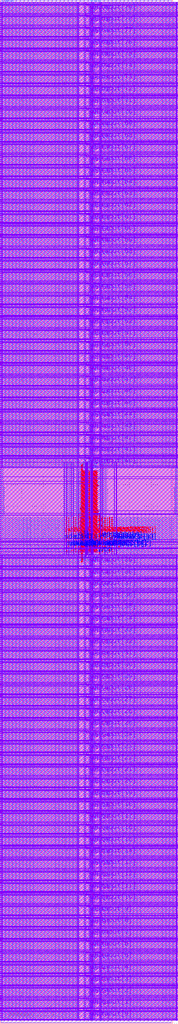
<source format=lef>
VERSION 5.8 ;
BUSBITCHARS "[]" ;
DIVIDERCHAR "/" ;

PROPERTYDEFINITIONS
  MACRO CatenaDesignType STRING ;
END PROPERTYDEFINITIONS

MACRO srambank_128x4x80_6t122
  CLASS BLOCK ;
  ORIGIN 0 0 ;
  FOREIGN srambank_128x4x80_6t122 0 0 ;
  SIZE 16.0 BY 95.04 ;
  SYMMETRY X Y ;
  SITE coreSite ;
  PIN VDD
    DIRECTION INOUT ;
    USE POWER ;
    PORT
      LAYER M4  ;
        RECT 0.0940 1.1720 16.4420 1.2200 ;
        RECT 0.0940 2.2520 16.4420 2.3000 ;
        RECT 0.0940 3.3320 16.4420 3.3800 ;
        RECT 0.0940 4.4120 16.4420 4.4600 ;
        RECT 0.0940 5.4920 16.4420 5.5400 ;
        RECT 0.0940 6.5720 16.4420 6.6200 ;
        RECT 0.0940 7.6520 16.4420 7.7000 ;
        RECT 0.0940 8.7320 16.4420 8.7800 ;
        RECT 0.0940 9.8120 16.4420 9.8600 ;
        RECT 0.0940 10.8920 16.4420 10.9400 ;
        RECT 0.0940 11.9720 16.4420 12.0200 ;
        RECT 0.0940 13.0520 16.4420 13.1000 ;
        RECT 0.0940 14.1320 16.4420 14.1800 ;
        RECT 0.0940 15.2120 16.4420 15.2600 ;
        RECT 0.0940 16.2920 16.4420 16.3400 ;
        RECT 0.0940 17.3720 16.4420 17.4200 ;
        RECT 0.0940 18.4520 16.4420 18.5000 ;
        RECT 0.0940 19.5320 16.4420 19.5800 ;
        RECT 0.0940 20.6120 16.4420 20.6600 ;
        RECT 0.0940 21.6920 16.4420 21.7400 ;
        RECT 0.0940 22.7720 16.4420 22.8200 ;
        RECT 0.0940 23.8520 16.4420 23.9000 ;
        RECT 0.0940 24.9320 16.4420 24.9800 ;
        RECT 0.0940 26.0120 16.4420 26.0600 ;
        RECT 0.0940 27.0920 16.4420 27.1400 ;
        RECT 0.0940 28.1720 16.4420 28.2200 ;
        RECT 0.0940 29.2520 16.4420 29.3000 ;
        RECT 0.0940 30.3320 16.4420 30.3800 ;
        RECT 0.0940 31.4120 16.4420 31.4600 ;
        RECT 0.0940 32.4920 16.4420 32.5400 ;
        RECT 0.0940 33.5720 16.4420 33.6200 ;
        RECT 0.0940 34.6520 16.4420 34.7000 ;
        RECT 0.0940 35.7320 16.4420 35.7800 ;
        RECT 0.0940 36.8120 16.4420 36.8600 ;
        RECT 0.0940 37.8920 16.4420 37.9400 ;
        RECT 0.0940 38.9720 16.4420 39.0200 ;
        RECT 0.0940 40.0520 16.4420 40.1000 ;
        RECT 0.0940 41.1320 16.4420 41.1800 ;
        RECT 0.0940 42.2120 16.4420 42.2600 ;
        RECT 0.0940 43.2920 16.4420 43.3400 ;
        RECT 3.5640 43.7730 12.9600 43.9890 ;
        RECT 9.1970 47.2770 9.3380 47.3010 ;
        RECT 9.0660 43.4930 9.3290 43.5170 ;
        RECT 7.3980 46.9410 9.1260 47.1570 ;
        RECT 7.3980 50.1090 9.1260 50.3250 ;
        RECT 0.0940 52.4990 16.4420 52.5470 ;
        RECT 0.0940 53.5790 16.4420 53.6270 ;
        RECT 0.0940 54.6590 16.4420 54.7070 ;
        RECT 0.0940 55.7390 16.4420 55.7870 ;
        RECT 0.0940 56.8190 16.4420 56.8670 ;
        RECT 0.0940 57.8990 16.4420 57.9470 ;
        RECT 0.0940 58.9790 16.4420 59.0270 ;
        RECT 0.0940 60.0590 16.4420 60.1070 ;
        RECT 0.0940 61.1390 16.4420 61.1870 ;
        RECT 0.0940 62.2190 16.4420 62.2670 ;
        RECT 0.0940 63.2990 16.4420 63.3470 ;
        RECT 0.0940 64.3790 16.4420 64.4270 ;
        RECT 0.0940 65.4590 16.4420 65.5070 ;
        RECT 0.0940 66.5390 16.4420 66.5870 ;
        RECT 0.0940 67.6190 16.4420 67.6670 ;
        RECT 0.0940 68.6990 16.4420 68.7470 ;
        RECT 0.0940 69.7790 16.4420 69.8270 ;
        RECT 0.0940 70.8590 16.4420 70.9070 ;
        RECT 0.0940 71.9390 16.4420 71.9870 ;
        RECT 0.0940 73.0190 16.4420 73.0670 ;
        RECT 0.0940 74.0990 16.4420 74.1470 ;
        RECT 0.0940 75.1790 16.4420 75.2270 ;
        RECT 0.0940 76.2590 16.4420 76.3070 ;
        RECT 0.0940 77.3390 16.4420 77.3870 ;
        RECT 0.0940 78.4190 16.4420 78.4670 ;
        RECT 0.0940 79.4990 16.4420 79.5470 ;
        RECT 0.0940 80.5790 16.4420 80.6270 ;
        RECT 0.0940 81.6590 16.4420 81.7070 ;
        RECT 0.0940 82.7390 16.4420 82.7870 ;
        RECT 0.0940 83.8190 16.4420 83.8670 ;
        RECT 0.0940 84.8990 16.4420 84.9470 ;
        RECT 0.0940 85.9790 16.4420 86.0270 ;
        RECT 0.0940 87.0590 16.4420 87.1070 ;
        RECT 0.0940 88.1390 16.4420 88.1870 ;
        RECT 0.0940 89.2190 16.4420 89.2670 ;
        RECT 0.0940 90.2990 16.4420 90.3470 ;
        RECT 0.0940 91.3790 16.4420 91.4270 ;
        RECT 0.0940 92.4590 16.4420 92.5070 ;
        RECT 0.0940 93.5390 16.4420 93.5870 ;
        RECT 0.0940 94.6190 16.4420 94.6670 ;
      LAYER M3  ;
        RECT 16.3940 0.2165 16.4120 1.3765 ;
        RECT 9.2840 0.2170 9.3020 1.3760 ;
        RECT 7.8800 0.2570 7.9700 1.3710 ;
        RECT 7.2320 0.2170 7.2500 1.3760 ;
        RECT 0.1220 0.2165 0.1400 1.3765 ;
        RECT 16.3940 1.2965 16.4120 2.4565 ;
        RECT 9.2840 1.2970 9.3020 2.4560 ;
        RECT 7.8800 1.3370 7.9700 2.4510 ;
        RECT 7.2320 1.2970 7.2500 2.4560 ;
        RECT 0.1220 1.2965 0.1400 2.4565 ;
        RECT 16.3940 2.3765 16.4120 3.5365 ;
        RECT 9.2840 2.3770 9.3020 3.5360 ;
        RECT 7.8800 2.4170 7.9700 3.5310 ;
        RECT 7.2320 2.3770 7.2500 3.5360 ;
        RECT 0.1220 2.3765 0.1400 3.5365 ;
        RECT 16.3940 3.4565 16.4120 4.6165 ;
        RECT 9.2840 3.4570 9.3020 4.6160 ;
        RECT 7.8800 3.4970 7.9700 4.6110 ;
        RECT 7.2320 3.4570 7.2500 4.6160 ;
        RECT 0.1220 3.4565 0.1400 4.6165 ;
        RECT 16.3940 4.5365 16.4120 5.6965 ;
        RECT 9.2840 4.5370 9.3020 5.6960 ;
        RECT 7.8800 4.5770 7.9700 5.6910 ;
        RECT 7.2320 4.5370 7.2500 5.6960 ;
        RECT 0.1220 4.5365 0.1400 5.6965 ;
        RECT 16.3940 5.6165 16.4120 6.7765 ;
        RECT 9.2840 5.6170 9.3020 6.7760 ;
        RECT 7.8800 5.6570 7.9700 6.7710 ;
        RECT 7.2320 5.6170 7.2500 6.7760 ;
        RECT 0.1220 5.6165 0.1400 6.7765 ;
        RECT 16.3940 6.6965 16.4120 7.8565 ;
        RECT 9.2840 6.6970 9.3020 7.8560 ;
        RECT 7.8800 6.7370 7.9700 7.8510 ;
        RECT 7.2320 6.6970 7.2500 7.8560 ;
        RECT 0.1220 6.6965 0.1400 7.8565 ;
        RECT 16.3940 7.7765 16.4120 8.9365 ;
        RECT 9.2840 7.7770 9.3020 8.9360 ;
        RECT 7.8800 7.8170 7.9700 8.9310 ;
        RECT 7.2320 7.7770 7.2500 8.9360 ;
        RECT 0.1220 7.7765 0.1400 8.9365 ;
        RECT 16.3940 8.8565 16.4120 10.0165 ;
        RECT 9.2840 8.8570 9.3020 10.0160 ;
        RECT 7.8800 8.8970 7.9700 10.0110 ;
        RECT 7.2320 8.8570 7.2500 10.0160 ;
        RECT 0.1220 8.8565 0.1400 10.0165 ;
        RECT 16.3940 9.9365 16.4120 11.0965 ;
        RECT 9.2840 9.9370 9.3020 11.0960 ;
        RECT 7.8800 9.9770 7.9700 11.0910 ;
        RECT 7.2320 9.9370 7.2500 11.0960 ;
        RECT 0.1220 9.9365 0.1400 11.0965 ;
        RECT 16.3940 11.0165 16.4120 12.1765 ;
        RECT 9.2840 11.0170 9.3020 12.1760 ;
        RECT 7.8800 11.0570 7.9700 12.1710 ;
        RECT 7.2320 11.0170 7.2500 12.1760 ;
        RECT 0.1220 11.0165 0.1400 12.1765 ;
        RECT 16.3940 12.0965 16.4120 13.2565 ;
        RECT 9.2840 12.0970 9.3020 13.2560 ;
        RECT 7.8800 12.1370 7.9700 13.2510 ;
        RECT 7.2320 12.0970 7.2500 13.2560 ;
        RECT 0.1220 12.0965 0.1400 13.2565 ;
        RECT 16.3940 13.1765 16.4120 14.3365 ;
        RECT 9.2840 13.1770 9.3020 14.3360 ;
        RECT 7.8800 13.2170 7.9700 14.3310 ;
        RECT 7.2320 13.1770 7.2500 14.3360 ;
        RECT 0.1220 13.1765 0.1400 14.3365 ;
        RECT 16.3940 14.2565 16.4120 15.4165 ;
        RECT 9.2840 14.2570 9.3020 15.4160 ;
        RECT 7.8800 14.2970 7.9700 15.4110 ;
        RECT 7.2320 14.2570 7.2500 15.4160 ;
        RECT 0.1220 14.2565 0.1400 15.4165 ;
        RECT 16.3940 15.3365 16.4120 16.4965 ;
        RECT 9.2840 15.3370 9.3020 16.4960 ;
        RECT 7.8800 15.3770 7.9700 16.4910 ;
        RECT 7.2320 15.3370 7.2500 16.4960 ;
        RECT 0.1220 15.3365 0.1400 16.4965 ;
        RECT 16.3940 16.4165 16.4120 17.5765 ;
        RECT 9.2840 16.4170 9.3020 17.5760 ;
        RECT 7.8800 16.4570 7.9700 17.5710 ;
        RECT 7.2320 16.4170 7.2500 17.5760 ;
        RECT 0.1220 16.4165 0.1400 17.5765 ;
        RECT 16.3940 17.4965 16.4120 18.6565 ;
        RECT 9.2840 17.4970 9.3020 18.6560 ;
        RECT 7.8800 17.5370 7.9700 18.6510 ;
        RECT 7.2320 17.4970 7.2500 18.6560 ;
        RECT 0.1220 17.4965 0.1400 18.6565 ;
        RECT 16.3940 18.5765 16.4120 19.7365 ;
        RECT 9.2840 18.5770 9.3020 19.7360 ;
        RECT 7.8800 18.6170 7.9700 19.7310 ;
        RECT 7.2320 18.5770 7.2500 19.7360 ;
        RECT 0.1220 18.5765 0.1400 19.7365 ;
        RECT 16.3940 19.6565 16.4120 20.8165 ;
        RECT 9.2840 19.6570 9.3020 20.8160 ;
        RECT 7.8800 19.6970 7.9700 20.8110 ;
        RECT 7.2320 19.6570 7.2500 20.8160 ;
        RECT 0.1220 19.6565 0.1400 20.8165 ;
        RECT 16.3940 20.7365 16.4120 21.8965 ;
        RECT 9.2840 20.7370 9.3020 21.8960 ;
        RECT 7.8800 20.7770 7.9700 21.8910 ;
        RECT 7.2320 20.7370 7.2500 21.8960 ;
        RECT 0.1220 20.7365 0.1400 21.8965 ;
        RECT 16.3940 21.8165 16.4120 22.9765 ;
        RECT 9.2840 21.8170 9.3020 22.9760 ;
        RECT 7.8800 21.8570 7.9700 22.9710 ;
        RECT 7.2320 21.8170 7.2500 22.9760 ;
        RECT 0.1220 21.8165 0.1400 22.9765 ;
        RECT 16.3940 22.8965 16.4120 24.0565 ;
        RECT 9.2840 22.8970 9.3020 24.0560 ;
        RECT 7.8800 22.9370 7.9700 24.0510 ;
        RECT 7.2320 22.8970 7.2500 24.0560 ;
        RECT 0.1220 22.8965 0.1400 24.0565 ;
        RECT 16.3940 23.9765 16.4120 25.1365 ;
        RECT 9.2840 23.9770 9.3020 25.1360 ;
        RECT 7.8800 24.0170 7.9700 25.1310 ;
        RECT 7.2320 23.9770 7.2500 25.1360 ;
        RECT 0.1220 23.9765 0.1400 25.1365 ;
        RECT 16.3940 25.0565 16.4120 26.2165 ;
        RECT 9.2840 25.0570 9.3020 26.2160 ;
        RECT 7.8800 25.0970 7.9700 26.2110 ;
        RECT 7.2320 25.0570 7.2500 26.2160 ;
        RECT 0.1220 25.0565 0.1400 26.2165 ;
        RECT 16.3940 26.1365 16.4120 27.2965 ;
        RECT 9.2840 26.1370 9.3020 27.2960 ;
        RECT 7.8800 26.1770 7.9700 27.2910 ;
        RECT 7.2320 26.1370 7.2500 27.2960 ;
        RECT 0.1220 26.1365 0.1400 27.2965 ;
        RECT 16.3940 27.2165 16.4120 28.3765 ;
        RECT 9.2840 27.2170 9.3020 28.3760 ;
        RECT 7.8800 27.2570 7.9700 28.3710 ;
        RECT 7.2320 27.2170 7.2500 28.3760 ;
        RECT 0.1220 27.2165 0.1400 28.3765 ;
        RECT 16.3940 28.2965 16.4120 29.4565 ;
        RECT 9.2840 28.2970 9.3020 29.4560 ;
        RECT 7.8800 28.3370 7.9700 29.4510 ;
        RECT 7.2320 28.2970 7.2500 29.4560 ;
        RECT 0.1220 28.2965 0.1400 29.4565 ;
        RECT 16.3940 29.3765 16.4120 30.5365 ;
        RECT 9.2840 29.3770 9.3020 30.5360 ;
        RECT 7.8800 29.4170 7.9700 30.5310 ;
        RECT 7.2320 29.3770 7.2500 30.5360 ;
        RECT 0.1220 29.3765 0.1400 30.5365 ;
        RECT 16.3940 30.4565 16.4120 31.6165 ;
        RECT 9.2840 30.4570 9.3020 31.6160 ;
        RECT 7.8800 30.4970 7.9700 31.6110 ;
        RECT 7.2320 30.4570 7.2500 31.6160 ;
        RECT 0.1220 30.4565 0.1400 31.6165 ;
        RECT 16.3940 31.5365 16.4120 32.6965 ;
        RECT 9.2840 31.5370 9.3020 32.6960 ;
        RECT 7.8800 31.5770 7.9700 32.6910 ;
        RECT 7.2320 31.5370 7.2500 32.6960 ;
        RECT 0.1220 31.5365 0.1400 32.6965 ;
        RECT 16.3940 32.6165 16.4120 33.7765 ;
        RECT 9.2840 32.6170 9.3020 33.7760 ;
        RECT 7.8800 32.6570 7.9700 33.7710 ;
        RECT 7.2320 32.6170 7.2500 33.7760 ;
        RECT 0.1220 32.6165 0.1400 33.7765 ;
        RECT 16.3940 33.6965 16.4120 34.8565 ;
        RECT 9.2840 33.6970 9.3020 34.8560 ;
        RECT 7.8800 33.7370 7.9700 34.8510 ;
        RECT 7.2320 33.6970 7.2500 34.8560 ;
        RECT 0.1220 33.6965 0.1400 34.8565 ;
        RECT 16.3940 34.7765 16.4120 35.9365 ;
        RECT 9.2840 34.7770 9.3020 35.9360 ;
        RECT 7.8800 34.8170 7.9700 35.9310 ;
        RECT 7.2320 34.7770 7.2500 35.9360 ;
        RECT 0.1220 34.7765 0.1400 35.9365 ;
        RECT 16.3940 35.8565 16.4120 37.0165 ;
        RECT 9.2840 35.8570 9.3020 37.0160 ;
        RECT 7.8800 35.8970 7.9700 37.0110 ;
        RECT 7.2320 35.8570 7.2500 37.0160 ;
        RECT 0.1220 35.8565 0.1400 37.0165 ;
        RECT 16.3940 36.9365 16.4120 38.0965 ;
        RECT 9.2840 36.9370 9.3020 38.0960 ;
        RECT 7.8800 36.9770 7.9700 38.0910 ;
        RECT 7.2320 36.9370 7.2500 38.0960 ;
        RECT 0.1220 36.9365 0.1400 38.0965 ;
        RECT 16.3940 38.0165 16.4120 39.1765 ;
        RECT 9.2840 38.0170 9.3020 39.1760 ;
        RECT 7.8800 38.0570 7.9700 39.1710 ;
        RECT 7.2320 38.0170 7.2500 39.1760 ;
        RECT 0.1220 38.0165 0.1400 39.1765 ;
        RECT 16.3940 39.0965 16.4120 40.2565 ;
        RECT 9.2840 39.0970 9.3020 40.2560 ;
        RECT 7.8800 39.1370 7.9700 40.2510 ;
        RECT 7.2320 39.0970 7.2500 40.2560 ;
        RECT 0.1220 39.0965 0.1400 40.2565 ;
        RECT 16.3940 40.1765 16.4120 41.3365 ;
        RECT 9.2840 40.1770 9.3020 41.3360 ;
        RECT 7.8800 40.2170 7.9700 41.3310 ;
        RECT 7.2320 40.1770 7.2500 41.3360 ;
        RECT 0.1220 40.1765 0.1400 41.3365 ;
        RECT 16.3940 41.2565 16.4120 42.4165 ;
        RECT 9.2840 41.2570 9.3020 42.4160 ;
        RECT 7.8800 41.2970 7.9700 42.4110 ;
        RECT 7.2320 41.2570 7.2500 42.4160 ;
        RECT 0.1220 41.2565 0.1400 42.4165 ;
        RECT 16.3940 42.3365 16.4120 43.4965 ;
        RECT 9.2840 42.3370 9.3020 43.4960 ;
        RECT 7.8800 42.3770 7.9700 43.4910 ;
        RECT 7.2320 42.3370 7.2500 43.4960 ;
        RECT 0.1220 42.3365 0.1400 43.4965 ;
        RECT 16.3890 43.4105 16.4070 51.6175 ;
        RECT 9.2970 47.2300 9.3150 51.5785 ;
        RECT 9.2790 43.4435 9.2970 43.5815 ;
        RECT 7.9110 43.7340 8.1450 51.3170 ;
        RECT 7.8750 51.2340 7.9650 51.6100 ;
        RECT 7.8750 43.4500 7.9650 43.8260 ;
        RECT 0.1170 43.4105 0.1350 51.6175 ;
        RECT 16.3940 51.5435 16.4120 52.7035 ;
        RECT 9.2840 51.5440 9.3020 52.7030 ;
        RECT 7.8800 51.5840 7.9700 52.6980 ;
        RECT 7.2320 51.5440 7.2500 52.7030 ;
        RECT 0.1220 51.5435 0.1400 52.7035 ;
        RECT 16.3940 52.6235 16.4120 53.7835 ;
        RECT 9.2840 52.6240 9.3020 53.7830 ;
        RECT 7.8800 52.6640 7.9700 53.7780 ;
        RECT 7.2320 52.6240 7.2500 53.7830 ;
        RECT 0.1220 52.6235 0.1400 53.7835 ;
        RECT 16.3940 53.7035 16.4120 54.8635 ;
        RECT 9.2840 53.7040 9.3020 54.8630 ;
        RECT 7.8800 53.7440 7.9700 54.8580 ;
        RECT 7.2320 53.7040 7.2500 54.8630 ;
        RECT 0.1220 53.7035 0.1400 54.8635 ;
        RECT 16.3940 54.7835 16.4120 55.9435 ;
        RECT 9.2840 54.7840 9.3020 55.9430 ;
        RECT 7.8800 54.8240 7.9700 55.9380 ;
        RECT 7.2320 54.7840 7.2500 55.9430 ;
        RECT 0.1220 54.7835 0.1400 55.9435 ;
        RECT 16.3940 55.8635 16.4120 57.0235 ;
        RECT 9.2840 55.8640 9.3020 57.0230 ;
        RECT 7.8800 55.9040 7.9700 57.0180 ;
        RECT 7.2320 55.8640 7.2500 57.0230 ;
        RECT 0.1220 55.8635 0.1400 57.0235 ;
        RECT 16.3940 56.9435 16.4120 58.1035 ;
        RECT 9.2840 56.9440 9.3020 58.1030 ;
        RECT 7.8800 56.9840 7.9700 58.0980 ;
        RECT 7.2320 56.9440 7.2500 58.1030 ;
        RECT 0.1220 56.9435 0.1400 58.1035 ;
        RECT 16.3940 58.0235 16.4120 59.1835 ;
        RECT 9.2840 58.0240 9.3020 59.1830 ;
        RECT 7.8800 58.0640 7.9700 59.1780 ;
        RECT 7.2320 58.0240 7.2500 59.1830 ;
        RECT 0.1220 58.0235 0.1400 59.1835 ;
        RECT 16.3940 59.1035 16.4120 60.2635 ;
        RECT 9.2840 59.1040 9.3020 60.2630 ;
        RECT 7.8800 59.1440 7.9700 60.2580 ;
        RECT 7.2320 59.1040 7.2500 60.2630 ;
        RECT 0.1220 59.1035 0.1400 60.2635 ;
        RECT 16.3940 60.1835 16.4120 61.3435 ;
        RECT 9.2840 60.1840 9.3020 61.3430 ;
        RECT 7.8800 60.2240 7.9700 61.3380 ;
        RECT 7.2320 60.1840 7.2500 61.3430 ;
        RECT 0.1220 60.1835 0.1400 61.3435 ;
        RECT 16.3940 61.2635 16.4120 62.4235 ;
        RECT 9.2840 61.2640 9.3020 62.4230 ;
        RECT 7.8800 61.3040 7.9700 62.4180 ;
        RECT 7.2320 61.2640 7.2500 62.4230 ;
        RECT 0.1220 61.2635 0.1400 62.4235 ;
        RECT 16.3940 62.3435 16.4120 63.5035 ;
        RECT 9.2840 62.3440 9.3020 63.5030 ;
        RECT 7.8800 62.3840 7.9700 63.4980 ;
        RECT 7.2320 62.3440 7.2500 63.5030 ;
        RECT 0.1220 62.3435 0.1400 63.5035 ;
        RECT 16.3940 63.4235 16.4120 64.5835 ;
        RECT 9.2840 63.4240 9.3020 64.5830 ;
        RECT 7.8800 63.4640 7.9700 64.5780 ;
        RECT 7.2320 63.4240 7.2500 64.5830 ;
        RECT 0.1220 63.4235 0.1400 64.5835 ;
        RECT 16.3940 64.5035 16.4120 65.6635 ;
        RECT 9.2840 64.5040 9.3020 65.6630 ;
        RECT 7.8800 64.5440 7.9700 65.6580 ;
        RECT 7.2320 64.5040 7.2500 65.6630 ;
        RECT 0.1220 64.5035 0.1400 65.6635 ;
        RECT 16.3940 65.5835 16.4120 66.7435 ;
        RECT 9.2840 65.5840 9.3020 66.7430 ;
        RECT 7.8800 65.6240 7.9700 66.7380 ;
        RECT 7.2320 65.5840 7.2500 66.7430 ;
        RECT 0.1220 65.5835 0.1400 66.7435 ;
        RECT 16.3940 66.6635 16.4120 67.8235 ;
        RECT 9.2840 66.6640 9.3020 67.8230 ;
        RECT 7.8800 66.7040 7.9700 67.8180 ;
        RECT 7.2320 66.6640 7.2500 67.8230 ;
        RECT 0.1220 66.6635 0.1400 67.8235 ;
        RECT 16.3940 67.7435 16.4120 68.9035 ;
        RECT 9.2840 67.7440 9.3020 68.9030 ;
        RECT 7.8800 67.7840 7.9700 68.8980 ;
        RECT 7.2320 67.7440 7.2500 68.9030 ;
        RECT 0.1220 67.7435 0.1400 68.9035 ;
        RECT 16.3940 68.8235 16.4120 69.9835 ;
        RECT 9.2840 68.8240 9.3020 69.9830 ;
        RECT 7.8800 68.8640 7.9700 69.9780 ;
        RECT 7.2320 68.8240 7.2500 69.9830 ;
        RECT 0.1220 68.8235 0.1400 69.9835 ;
        RECT 16.3940 69.9035 16.4120 71.0635 ;
        RECT 9.2840 69.9040 9.3020 71.0630 ;
        RECT 7.8800 69.9440 7.9700 71.0580 ;
        RECT 7.2320 69.9040 7.2500 71.0630 ;
        RECT 0.1220 69.9035 0.1400 71.0635 ;
        RECT 16.3940 70.9835 16.4120 72.1435 ;
        RECT 9.2840 70.9840 9.3020 72.1430 ;
        RECT 7.8800 71.0240 7.9700 72.1380 ;
        RECT 7.2320 70.9840 7.2500 72.1430 ;
        RECT 0.1220 70.9835 0.1400 72.1435 ;
        RECT 16.3940 72.0635 16.4120 73.2235 ;
        RECT 9.2840 72.0640 9.3020 73.2230 ;
        RECT 7.8800 72.1040 7.9700 73.2180 ;
        RECT 7.2320 72.0640 7.2500 73.2230 ;
        RECT 0.1220 72.0635 0.1400 73.2235 ;
        RECT 16.3940 73.1435 16.4120 74.3035 ;
        RECT 9.2840 73.1440 9.3020 74.3030 ;
        RECT 7.8800 73.1840 7.9700 74.2980 ;
        RECT 7.2320 73.1440 7.2500 74.3030 ;
        RECT 0.1220 73.1435 0.1400 74.3035 ;
        RECT 16.3940 74.2235 16.4120 75.3835 ;
        RECT 9.2840 74.2240 9.3020 75.3830 ;
        RECT 7.8800 74.2640 7.9700 75.3780 ;
        RECT 7.2320 74.2240 7.2500 75.3830 ;
        RECT 0.1220 74.2235 0.1400 75.3835 ;
        RECT 16.3940 75.3035 16.4120 76.4635 ;
        RECT 9.2840 75.3040 9.3020 76.4630 ;
        RECT 7.8800 75.3440 7.9700 76.4580 ;
        RECT 7.2320 75.3040 7.2500 76.4630 ;
        RECT 0.1220 75.3035 0.1400 76.4635 ;
        RECT 16.3940 76.3835 16.4120 77.5435 ;
        RECT 9.2840 76.3840 9.3020 77.5430 ;
        RECT 7.8800 76.4240 7.9700 77.5380 ;
        RECT 7.2320 76.3840 7.2500 77.5430 ;
        RECT 0.1220 76.3835 0.1400 77.5435 ;
        RECT 16.3940 77.4635 16.4120 78.6235 ;
        RECT 9.2840 77.4640 9.3020 78.6230 ;
        RECT 7.8800 77.5040 7.9700 78.6180 ;
        RECT 7.2320 77.4640 7.2500 78.6230 ;
        RECT 0.1220 77.4635 0.1400 78.6235 ;
        RECT 16.3940 78.5435 16.4120 79.7035 ;
        RECT 9.2840 78.5440 9.3020 79.7030 ;
        RECT 7.8800 78.5840 7.9700 79.6980 ;
        RECT 7.2320 78.5440 7.2500 79.7030 ;
        RECT 0.1220 78.5435 0.1400 79.7035 ;
        RECT 16.3940 79.6235 16.4120 80.7835 ;
        RECT 9.2840 79.6240 9.3020 80.7830 ;
        RECT 7.8800 79.6640 7.9700 80.7780 ;
        RECT 7.2320 79.6240 7.2500 80.7830 ;
        RECT 0.1220 79.6235 0.1400 80.7835 ;
        RECT 16.3940 80.7035 16.4120 81.8635 ;
        RECT 9.2840 80.7040 9.3020 81.8630 ;
        RECT 7.8800 80.7440 7.9700 81.8580 ;
        RECT 7.2320 80.7040 7.2500 81.8630 ;
        RECT 0.1220 80.7035 0.1400 81.8635 ;
        RECT 16.3940 81.7835 16.4120 82.9435 ;
        RECT 9.2840 81.7840 9.3020 82.9430 ;
        RECT 7.8800 81.8240 7.9700 82.9380 ;
        RECT 7.2320 81.7840 7.2500 82.9430 ;
        RECT 0.1220 81.7835 0.1400 82.9435 ;
        RECT 16.3940 82.8635 16.4120 84.0235 ;
        RECT 9.2840 82.8640 9.3020 84.0230 ;
        RECT 7.8800 82.9040 7.9700 84.0180 ;
        RECT 7.2320 82.8640 7.2500 84.0230 ;
        RECT 0.1220 82.8635 0.1400 84.0235 ;
        RECT 16.3940 83.9435 16.4120 85.1035 ;
        RECT 9.2840 83.9440 9.3020 85.1030 ;
        RECT 7.8800 83.9840 7.9700 85.0980 ;
        RECT 7.2320 83.9440 7.2500 85.1030 ;
        RECT 0.1220 83.9435 0.1400 85.1035 ;
        RECT 16.3940 85.0235 16.4120 86.1835 ;
        RECT 9.2840 85.0240 9.3020 86.1830 ;
        RECT 7.8800 85.0640 7.9700 86.1780 ;
        RECT 7.2320 85.0240 7.2500 86.1830 ;
        RECT 0.1220 85.0235 0.1400 86.1835 ;
        RECT 16.3940 86.1035 16.4120 87.2635 ;
        RECT 9.2840 86.1040 9.3020 87.2630 ;
        RECT 7.8800 86.1440 7.9700 87.2580 ;
        RECT 7.2320 86.1040 7.2500 87.2630 ;
        RECT 0.1220 86.1035 0.1400 87.2635 ;
        RECT 16.3940 87.1835 16.4120 88.3435 ;
        RECT 9.2840 87.1840 9.3020 88.3430 ;
        RECT 7.8800 87.2240 7.9700 88.3380 ;
        RECT 7.2320 87.1840 7.2500 88.3430 ;
        RECT 0.1220 87.1835 0.1400 88.3435 ;
        RECT 16.3940 88.2635 16.4120 89.4235 ;
        RECT 9.2840 88.2640 9.3020 89.4230 ;
        RECT 7.8800 88.3040 7.9700 89.4180 ;
        RECT 7.2320 88.2640 7.2500 89.4230 ;
        RECT 0.1220 88.2635 0.1400 89.4235 ;
        RECT 16.3940 89.3435 16.4120 90.5035 ;
        RECT 9.2840 89.3440 9.3020 90.5030 ;
        RECT 7.8800 89.3840 7.9700 90.4980 ;
        RECT 7.2320 89.3440 7.2500 90.5030 ;
        RECT 0.1220 89.3435 0.1400 90.5035 ;
        RECT 16.3940 90.4235 16.4120 91.5835 ;
        RECT 9.2840 90.4240 9.3020 91.5830 ;
        RECT 7.8800 90.4640 7.9700 91.5780 ;
        RECT 7.2320 90.4240 7.2500 91.5830 ;
        RECT 0.1220 90.4235 0.1400 91.5835 ;
        RECT 16.3940 91.5035 16.4120 92.6635 ;
        RECT 9.2840 91.5040 9.3020 92.6630 ;
        RECT 7.8800 91.5440 7.9700 92.6580 ;
        RECT 7.2320 91.5040 7.2500 92.6630 ;
        RECT 0.1220 91.5035 0.1400 92.6635 ;
        RECT 16.3940 92.5835 16.4120 93.7435 ;
        RECT 9.2840 92.5840 9.3020 93.7430 ;
        RECT 7.8800 92.6240 7.9700 93.7380 ;
        RECT 7.2320 92.5840 7.2500 93.7430 ;
        RECT 0.1220 92.5835 0.1400 93.7435 ;
        RECT 16.3940 93.6635 16.4120 94.8235 ;
        RECT 9.2840 93.6640 9.3020 94.8230 ;
        RECT 7.8800 93.7040 7.9700 94.8180 ;
        RECT 7.2320 93.6640 7.2500 94.8230 ;
        RECT 0.1220 93.6635 0.1400 94.8235 ;
      LAYER V3  ;
        RECT 0.1220 1.1720 0.1400 1.2200 ;
        RECT 7.2320 1.1720 7.2500 1.2200 ;
        RECT 7.8800 1.1720 7.9700 1.2200 ;
        RECT 9.2840 1.1720 9.3020 1.2200 ;
        RECT 16.3940 1.1720 16.4120 1.2200 ;
        RECT 0.1220 2.2520 0.1400 2.3000 ;
        RECT 7.2320 2.2520 7.2500 2.3000 ;
        RECT 7.8800 2.2520 7.9700 2.3000 ;
        RECT 9.2840 2.2520 9.3020 2.3000 ;
        RECT 16.3940 2.2520 16.4120 2.3000 ;
        RECT 0.1220 3.3320 0.1400 3.3800 ;
        RECT 7.2320 3.3320 7.2500 3.3800 ;
        RECT 7.8800 3.3320 7.9700 3.3800 ;
        RECT 9.2840 3.3320 9.3020 3.3800 ;
        RECT 16.3940 3.3320 16.4120 3.3800 ;
        RECT 0.1220 4.4120 0.1400 4.4600 ;
        RECT 7.2320 4.4120 7.2500 4.4600 ;
        RECT 7.8800 4.4120 7.9700 4.4600 ;
        RECT 9.2840 4.4120 9.3020 4.4600 ;
        RECT 16.3940 4.4120 16.4120 4.4600 ;
        RECT 0.1220 5.4920 0.1400 5.5400 ;
        RECT 7.2320 5.4920 7.2500 5.5400 ;
        RECT 7.8800 5.4920 7.9700 5.5400 ;
        RECT 9.2840 5.4920 9.3020 5.5400 ;
        RECT 16.3940 5.4920 16.4120 5.5400 ;
        RECT 0.1220 6.5720 0.1400 6.6200 ;
        RECT 7.2320 6.5720 7.2500 6.6200 ;
        RECT 7.8800 6.5720 7.9700 6.6200 ;
        RECT 9.2840 6.5720 9.3020 6.6200 ;
        RECT 16.3940 6.5720 16.4120 6.6200 ;
        RECT 0.1220 7.6520 0.1400 7.7000 ;
        RECT 7.2320 7.6520 7.2500 7.7000 ;
        RECT 7.8800 7.6520 7.9700 7.7000 ;
        RECT 9.2840 7.6520 9.3020 7.7000 ;
        RECT 16.3940 7.6520 16.4120 7.7000 ;
        RECT 0.1220 8.7320 0.1400 8.7800 ;
        RECT 7.2320 8.7320 7.2500 8.7800 ;
        RECT 7.8800 8.7320 7.9700 8.7800 ;
        RECT 9.2840 8.7320 9.3020 8.7800 ;
        RECT 16.3940 8.7320 16.4120 8.7800 ;
        RECT 0.1220 9.8120 0.1400 9.8600 ;
        RECT 7.2320 9.8120 7.2500 9.8600 ;
        RECT 7.8800 9.8120 7.9700 9.8600 ;
        RECT 9.2840 9.8120 9.3020 9.8600 ;
        RECT 16.3940 9.8120 16.4120 9.8600 ;
        RECT 0.1220 10.8920 0.1400 10.9400 ;
        RECT 7.2320 10.8920 7.2500 10.9400 ;
        RECT 7.8800 10.8920 7.9700 10.9400 ;
        RECT 9.2840 10.8920 9.3020 10.9400 ;
        RECT 16.3940 10.8920 16.4120 10.9400 ;
        RECT 0.1220 11.9720 0.1400 12.0200 ;
        RECT 7.2320 11.9720 7.2500 12.0200 ;
        RECT 7.8800 11.9720 7.9700 12.0200 ;
        RECT 9.2840 11.9720 9.3020 12.0200 ;
        RECT 16.3940 11.9720 16.4120 12.0200 ;
        RECT 0.1220 13.0520 0.1400 13.1000 ;
        RECT 7.2320 13.0520 7.2500 13.1000 ;
        RECT 7.8800 13.0520 7.9700 13.1000 ;
        RECT 9.2840 13.0520 9.3020 13.1000 ;
        RECT 16.3940 13.0520 16.4120 13.1000 ;
        RECT 0.1220 14.1320 0.1400 14.1800 ;
        RECT 7.2320 14.1320 7.2500 14.1800 ;
        RECT 7.8800 14.1320 7.9700 14.1800 ;
        RECT 9.2840 14.1320 9.3020 14.1800 ;
        RECT 16.3940 14.1320 16.4120 14.1800 ;
        RECT 0.1220 15.2120 0.1400 15.2600 ;
        RECT 7.2320 15.2120 7.2500 15.2600 ;
        RECT 7.8800 15.2120 7.9700 15.2600 ;
        RECT 9.2840 15.2120 9.3020 15.2600 ;
        RECT 16.3940 15.2120 16.4120 15.2600 ;
        RECT 0.1220 16.2920 0.1400 16.3400 ;
        RECT 7.2320 16.2920 7.2500 16.3400 ;
        RECT 7.8800 16.2920 7.9700 16.3400 ;
        RECT 9.2840 16.2920 9.3020 16.3400 ;
        RECT 16.3940 16.2920 16.4120 16.3400 ;
        RECT 0.1220 17.3720 0.1400 17.4200 ;
        RECT 7.2320 17.3720 7.2500 17.4200 ;
        RECT 7.8800 17.3720 7.9700 17.4200 ;
        RECT 9.2840 17.3720 9.3020 17.4200 ;
        RECT 16.3940 17.3720 16.4120 17.4200 ;
        RECT 0.1220 18.4520 0.1400 18.5000 ;
        RECT 7.2320 18.4520 7.2500 18.5000 ;
        RECT 7.8800 18.4520 7.9700 18.5000 ;
        RECT 9.2840 18.4520 9.3020 18.5000 ;
        RECT 16.3940 18.4520 16.4120 18.5000 ;
        RECT 0.1220 19.5320 0.1400 19.5800 ;
        RECT 7.2320 19.5320 7.2500 19.5800 ;
        RECT 7.8800 19.5320 7.9700 19.5800 ;
        RECT 9.2840 19.5320 9.3020 19.5800 ;
        RECT 16.3940 19.5320 16.4120 19.5800 ;
        RECT 0.1220 20.6120 0.1400 20.6600 ;
        RECT 7.2320 20.6120 7.2500 20.6600 ;
        RECT 7.8800 20.6120 7.9700 20.6600 ;
        RECT 9.2840 20.6120 9.3020 20.6600 ;
        RECT 16.3940 20.6120 16.4120 20.6600 ;
        RECT 0.1220 21.6920 0.1400 21.7400 ;
        RECT 7.2320 21.6920 7.2500 21.7400 ;
        RECT 7.8800 21.6920 7.9700 21.7400 ;
        RECT 9.2840 21.6920 9.3020 21.7400 ;
        RECT 16.3940 21.6920 16.4120 21.7400 ;
        RECT 0.1220 22.7720 0.1400 22.8200 ;
        RECT 7.2320 22.7720 7.2500 22.8200 ;
        RECT 7.8800 22.7720 7.9700 22.8200 ;
        RECT 9.2840 22.7720 9.3020 22.8200 ;
        RECT 16.3940 22.7720 16.4120 22.8200 ;
        RECT 0.1220 23.8520 0.1400 23.9000 ;
        RECT 7.2320 23.8520 7.2500 23.9000 ;
        RECT 7.8800 23.8520 7.9700 23.9000 ;
        RECT 9.2840 23.8520 9.3020 23.9000 ;
        RECT 16.3940 23.8520 16.4120 23.9000 ;
        RECT 0.1220 24.9320 0.1400 24.9800 ;
        RECT 7.2320 24.9320 7.2500 24.9800 ;
        RECT 7.8800 24.9320 7.9700 24.9800 ;
        RECT 9.2840 24.9320 9.3020 24.9800 ;
        RECT 16.3940 24.9320 16.4120 24.9800 ;
        RECT 0.1220 26.0120 0.1400 26.0600 ;
        RECT 7.2320 26.0120 7.2500 26.0600 ;
        RECT 7.8800 26.0120 7.9700 26.0600 ;
        RECT 9.2840 26.0120 9.3020 26.0600 ;
        RECT 16.3940 26.0120 16.4120 26.0600 ;
        RECT 0.1220 27.0920 0.1400 27.1400 ;
        RECT 7.2320 27.0920 7.2500 27.1400 ;
        RECT 7.8800 27.0920 7.9700 27.1400 ;
        RECT 9.2840 27.0920 9.3020 27.1400 ;
        RECT 16.3940 27.0920 16.4120 27.1400 ;
        RECT 0.1220 28.1720 0.1400 28.2200 ;
        RECT 7.2320 28.1720 7.2500 28.2200 ;
        RECT 7.8800 28.1720 7.9700 28.2200 ;
        RECT 9.2840 28.1720 9.3020 28.2200 ;
        RECT 16.3940 28.1720 16.4120 28.2200 ;
        RECT 0.1220 29.2520 0.1400 29.3000 ;
        RECT 7.2320 29.2520 7.2500 29.3000 ;
        RECT 7.8800 29.2520 7.9700 29.3000 ;
        RECT 9.2840 29.2520 9.3020 29.3000 ;
        RECT 16.3940 29.2520 16.4120 29.3000 ;
        RECT 0.1220 30.3320 0.1400 30.3800 ;
        RECT 7.2320 30.3320 7.2500 30.3800 ;
        RECT 7.8800 30.3320 7.9700 30.3800 ;
        RECT 9.2840 30.3320 9.3020 30.3800 ;
        RECT 16.3940 30.3320 16.4120 30.3800 ;
        RECT 0.1220 31.4120 0.1400 31.4600 ;
        RECT 7.2320 31.4120 7.2500 31.4600 ;
        RECT 7.8800 31.4120 7.9700 31.4600 ;
        RECT 9.2840 31.4120 9.3020 31.4600 ;
        RECT 16.3940 31.4120 16.4120 31.4600 ;
        RECT 0.1220 32.4920 0.1400 32.5400 ;
        RECT 7.2320 32.4920 7.2500 32.5400 ;
        RECT 7.8800 32.4920 7.9700 32.5400 ;
        RECT 9.2840 32.4920 9.3020 32.5400 ;
        RECT 16.3940 32.4920 16.4120 32.5400 ;
        RECT 0.1220 33.5720 0.1400 33.6200 ;
        RECT 7.2320 33.5720 7.2500 33.6200 ;
        RECT 7.8800 33.5720 7.9700 33.6200 ;
        RECT 9.2840 33.5720 9.3020 33.6200 ;
        RECT 16.3940 33.5720 16.4120 33.6200 ;
        RECT 0.1220 34.6520 0.1400 34.7000 ;
        RECT 7.2320 34.6520 7.2500 34.7000 ;
        RECT 7.8800 34.6520 7.9700 34.7000 ;
        RECT 9.2840 34.6520 9.3020 34.7000 ;
        RECT 16.3940 34.6520 16.4120 34.7000 ;
        RECT 0.1220 35.7320 0.1400 35.7800 ;
        RECT 7.2320 35.7320 7.2500 35.7800 ;
        RECT 7.8800 35.7320 7.9700 35.7800 ;
        RECT 9.2840 35.7320 9.3020 35.7800 ;
        RECT 16.3940 35.7320 16.4120 35.7800 ;
        RECT 0.1220 36.8120 0.1400 36.8600 ;
        RECT 7.2320 36.8120 7.2500 36.8600 ;
        RECT 7.8800 36.8120 7.9700 36.8600 ;
        RECT 9.2840 36.8120 9.3020 36.8600 ;
        RECT 16.3940 36.8120 16.4120 36.8600 ;
        RECT 0.1220 37.8920 0.1400 37.9400 ;
        RECT 7.2320 37.8920 7.2500 37.9400 ;
        RECT 7.8800 37.8920 7.9700 37.9400 ;
        RECT 9.2840 37.8920 9.3020 37.9400 ;
        RECT 16.3940 37.8920 16.4120 37.9400 ;
        RECT 0.1220 38.9720 0.1400 39.0200 ;
        RECT 7.2320 38.9720 7.2500 39.0200 ;
        RECT 7.8800 38.9720 7.9700 39.0200 ;
        RECT 9.2840 38.9720 9.3020 39.0200 ;
        RECT 16.3940 38.9720 16.4120 39.0200 ;
        RECT 0.1220 40.0520 0.1400 40.1000 ;
        RECT 7.2320 40.0520 7.2500 40.1000 ;
        RECT 7.8800 40.0520 7.9700 40.1000 ;
        RECT 9.2840 40.0520 9.3020 40.1000 ;
        RECT 16.3940 40.0520 16.4120 40.1000 ;
        RECT 0.1220 41.1320 0.1400 41.1800 ;
        RECT 7.2320 41.1320 7.2500 41.1800 ;
        RECT 7.8800 41.1320 7.9700 41.1800 ;
        RECT 9.2840 41.1320 9.3020 41.1800 ;
        RECT 16.3940 41.1320 16.4120 41.1800 ;
        RECT 0.1220 42.2120 0.1400 42.2600 ;
        RECT 7.2320 42.2120 7.2500 42.2600 ;
        RECT 7.8800 42.2120 7.9700 42.2600 ;
        RECT 9.2840 42.2120 9.3020 42.2600 ;
        RECT 16.3940 42.2120 16.4120 42.2600 ;
        RECT 0.1220 43.2920 0.1400 43.3400 ;
        RECT 7.2320 43.2920 7.2500 43.3400 ;
        RECT 7.8800 43.2920 7.9700 43.3400 ;
        RECT 9.2840 43.2920 9.3020 43.3400 ;
        RECT 16.3940 43.2920 16.4120 43.3400 ;
        RECT 7.9150 50.1090 7.9330 50.3250 ;
        RECT 7.9150 46.9410 7.9330 47.1570 ;
        RECT 7.9150 43.7730 7.9330 43.9890 ;
        RECT 7.9670 50.1090 7.9850 50.3250 ;
        RECT 7.9670 46.9410 7.9850 47.1570 ;
        RECT 7.9670 43.7730 7.9850 43.9890 ;
        RECT 8.0190 50.1090 8.0370 50.3250 ;
        RECT 8.0190 46.9410 8.0370 47.1570 ;
        RECT 8.0190 43.7730 8.0370 43.9890 ;
        RECT 8.0710 50.1090 8.0890 50.3250 ;
        RECT 8.0710 46.9410 8.0890 47.1570 ;
        RECT 8.0710 43.7730 8.0890 43.9890 ;
        RECT 8.1230 50.1090 8.1410 50.3250 ;
        RECT 8.1230 46.9410 8.1410 47.1570 ;
        RECT 8.1230 43.7730 8.1410 43.9890 ;
        RECT 9.2790 43.4930 9.2970 43.5170 ;
        RECT 9.2970 47.2770 9.3150 47.3010 ;
        RECT 0.1220 52.4990 0.1400 52.5470 ;
        RECT 7.2320 52.4990 7.2500 52.5470 ;
        RECT 7.8800 52.4990 7.9700 52.5470 ;
        RECT 9.2840 52.4990 9.3020 52.5470 ;
        RECT 16.3940 52.4990 16.4120 52.5470 ;
        RECT 0.1220 53.5790 0.1400 53.6270 ;
        RECT 7.2320 53.5790 7.2500 53.6270 ;
        RECT 7.8800 53.5790 7.9700 53.6270 ;
        RECT 9.2840 53.5790 9.3020 53.6270 ;
        RECT 16.3940 53.5790 16.4120 53.6270 ;
        RECT 0.1220 54.6590 0.1400 54.7070 ;
        RECT 7.2320 54.6590 7.2500 54.7070 ;
        RECT 7.8800 54.6590 7.9700 54.7070 ;
        RECT 9.2840 54.6590 9.3020 54.7070 ;
        RECT 16.3940 54.6590 16.4120 54.7070 ;
        RECT 0.1220 55.7390 0.1400 55.7870 ;
        RECT 7.2320 55.7390 7.2500 55.7870 ;
        RECT 7.8800 55.7390 7.9700 55.7870 ;
        RECT 9.2840 55.7390 9.3020 55.7870 ;
        RECT 16.3940 55.7390 16.4120 55.7870 ;
        RECT 0.1220 56.8190 0.1400 56.8670 ;
        RECT 7.2320 56.8190 7.2500 56.8670 ;
        RECT 7.8800 56.8190 7.9700 56.8670 ;
        RECT 9.2840 56.8190 9.3020 56.8670 ;
        RECT 16.3940 56.8190 16.4120 56.8670 ;
        RECT 0.1220 57.8990 0.1400 57.9470 ;
        RECT 7.2320 57.8990 7.2500 57.9470 ;
        RECT 7.8800 57.8990 7.9700 57.9470 ;
        RECT 9.2840 57.8990 9.3020 57.9470 ;
        RECT 16.3940 57.8990 16.4120 57.9470 ;
        RECT 0.1220 58.9790 0.1400 59.0270 ;
        RECT 7.2320 58.9790 7.2500 59.0270 ;
        RECT 7.8800 58.9790 7.9700 59.0270 ;
        RECT 9.2840 58.9790 9.3020 59.0270 ;
        RECT 16.3940 58.9790 16.4120 59.0270 ;
        RECT 0.1220 60.0590 0.1400 60.1070 ;
        RECT 7.2320 60.0590 7.2500 60.1070 ;
        RECT 7.8800 60.0590 7.9700 60.1070 ;
        RECT 9.2840 60.0590 9.3020 60.1070 ;
        RECT 16.3940 60.0590 16.4120 60.1070 ;
        RECT 0.1220 61.1390 0.1400 61.1870 ;
        RECT 7.2320 61.1390 7.2500 61.1870 ;
        RECT 7.8800 61.1390 7.9700 61.1870 ;
        RECT 9.2840 61.1390 9.3020 61.1870 ;
        RECT 16.3940 61.1390 16.4120 61.1870 ;
        RECT 0.1220 62.2190 0.1400 62.2670 ;
        RECT 7.2320 62.2190 7.2500 62.2670 ;
        RECT 7.8800 62.2190 7.9700 62.2670 ;
        RECT 9.2840 62.2190 9.3020 62.2670 ;
        RECT 16.3940 62.2190 16.4120 62.2670 ;
        RECT 0.1220 63.2990 0.1400 63.3470 ;
        RECT 7.2320 63.2990 7.2500 63.3470 ;
        RECT 7.8800 63.2990 7.9700 63.3470 ;
        RECT 9.2840 63.2990 9.3020 63.3470 ;
        RECT 16.3940 63.2990 16.4120 63.3470 ;
        RECT 0.1220 64.3790 0.1400 64.4270 ;
        RECT 7.2320 64.3790 7.2500 64.4270 ;
        RECT 7.8800 64.3790 7.9700 64.4270 ;
        RECT 9.2840 64.3790 9.3020 64.4270 ;
        RECT 16.3940 64.3790 16.4120 64.4270 ;
        RECT 0.1220 65.4590 0.1400 65.5070 ;
        RECT 7.2320 65.4590 7.2500 65.5070 ;
        RECT 7.8800 65.4590 7.9700 65.5070 ;
        RECT 9.2840 65.4590 9.3020 65.5070 ;
        RECT 16.3940 65.4590 16.4120 65.5070 ;
        RECT 0.1220 66.5390 0.1400 66.5870 ;
        RECT 7.2320 66.5390 7.2500 66.5870 ;
        RECT 7.8800 66.5390 7.9700 66.5870 ;
        RECT 9.2840 66.5390 9.3020 66.5870 ;
        RECT 16.3940 66.5390 16.4120 66.5870 ;
        RECT 0.1220 67.6190 0.1400 67.6670 ;
        RECT 7.2320 67.6190 7.2500 67.6670 ;
        RECT 7.8800 67.6190 7.9700 67.6670 ;
        RECT 9.2840 67.6190 9.3020 67.6670 ;
        RECT 16.3940 67.6190 16.4120 67.6670 ;
        RECT 0.1220 68.6990 0.1400 68.7470 ;
        RECT 7.2320 68.6990 7.2500 68.7470 ;
        RECT 7.8800 68.6990 7.9700 68.7470 ;
        RECT 9.2840 68.6990 9.3020 68.7470 ;
        RECT 16.3940 68.6990 16.4120 68.7470 ;
        RECT 0.1220 69.7790 0.1400 69.8270 ;
        RECT 7.2320 69.7790 7.2500 69.8270 ;
        RECT 7.8800 69.7790 7.9700 69.8270 ;
        RECT 9.2840 69.7790 9.3020 69.8270 ;
        RECT 16.3940 69.7790 16.4120 69.8270 ;
        RECT 0.1220 70.8590 0.1400 70.9070 ;
        RECT 7.2320 70.8590 7.2500 70.9070 ;
        RECT 7.8800 70.8590 7.9700 70.9070 ;
        RECT 9.2840 70.8590 9.3020 70.9070 ;
        RECT 16.3940 70.8590 16.4120 70.9070 ;
        RECT 0.1220 71.9390 0.1400 71.9870 ;
        RECT 7.2320 71.9390 7.2500 71.9870 ;
        RECT 7.8800 71.9390 7.9700 71.9870 ;
        RECT 9.2840 71.9390 9.3020 71.9870 ;
        RECT 16.3940 71.9390 16.4120 71.9870 ;
        RECT 0.1220 73.0190 0.1400 73.0670 ;
        RECT 7.2320 73.0190 7.2500 73.0670 ;
        RECT 7.8800 73.0190 7.9700 73.0670 ;
        RECT 9.2840 73.0190 9.3020 73.0670 ;
        RECT 16.3940 73.0190 16.4120 73.0670 ;
        RECT 0.1220 74.0990 0.1400 74.1470 ;
        RECT 7.2320 74.0990 7.2500 74.1470 ;
        RECT 7.8800 74.0990 7.9700 74.1470 ;
        RECT 9.2840 74.0990 9.3020 74.1470 ;
        RECT 16.3940 74.0990 16.4120 74.1470 ;
        RECT 0.1220 75.1790 0.1400 75.2270 ;
        RECT 7.2320 75.1790 7.2500 75.2270 ;
        RECT 7.8800 75.1790 7.9700 75.2270 ;
        RECT 9.2840 75.1790 9.3020 75.2270 ;
        RECT 16.3940 75.1790 16.4120 75.2270 ;
        RECT 0.1220 76.2590 0.1400 76.3070 ;
        RECT 7.2320 76.2590 7.2500 76.3070 ;
        RECT 7.8800 76.2590 7.9700 76.3070 ;
        RECT 9.2840 76.2590 9.3020 76.3070 ;
        RECT 16.3940 76.2590 16.4120 76.3070 ;
        RECT 0.1220 77.3390 0.1400 77.3870 ;
        RECT 7.2320 77.3390 7.2500 77.3870 ;
        RECT 7.8800 77.3390 7.9700 77.3870 ;
        RECT 9.2840 77.3390 9.3020 77.3870 ;
        RECT 16.3940 77.3390 16.4120 77.3870 ;
        RECT 0.1220 78.4190 0.1400 78.4670 ;
        RECT 7.2320 78.4190 7.2500 78.4670 ;
        RECT 7.8800 78.4190 7.9700 78.4670 ;
        RECT 9.2840 78.4190 9.3020 78.4670 ;
        RECT 16.3940 78.4190 16.4120 78.4670 ;
        RECT 0.1220 79.4990 0.1400 79.5470 ;
        RECT 7.2320 79.4990 7.2500 79.5470 ;
        RECT 7.8800 79.4990 7.9700 79.5470 ;
        RECT 9.2840 79.4990 9.3020 79.5470 ;
        RECT 16.3940 79.4990 16.4120 79.5470 ;
        RECT 0.1220 80.5790 0.1400 80.6270 ;
        RECT 7.2320 80.5790 7.2500 80.6270 ;
        RECT 7.8800 80.5790 7.9700 80.6270 ;
        RECT 9.2840 80.5790 9.3020 80.6270 ;
        RECT 16.3940 80.5790 16.4120 80.6270 ;
        RECT 0.1220 81.6590 0.1400 81.7070 ;
        RECT 7.2320 81.6590 7.2500 81.7070 ;
        RECT 7.8800 81.6590 7.9700 81.7070 ;
        RECT 9.2840 81.6590 9.3020 81.7070 ;
        RECT 16.3940 81.6590 16.4120 81.7070 ;
        RECT 0.1220 82.7390 0.1400 82.7870 ;
        RECT 7.2320 82.7390 7.2500 82.7870 ;
        RECT 7.8800 82.7390 7.9700 82.7870 ;
        RECT 9.2840 82.7390 9.3020 82.7870 ;
        RECT 16.3940 82.7390 16.4120 82.7870 ;
        RECT 0.1220 83.8190 0.1400 83.8670 ;
        RECT 7.2320 83.8190 7.2500 83.8670 ;
        RECT 7.8800 83.8190 7.9700 83.8670 ;
        RECT 9.2840 83.8190 9.3020 83.8670 ;
        RECT 16.3940 83.8190 16.4120 83.8670 ;
        RECT 0.1220 84.8990 0.1400 84.9470 ;
        RECT 7.2320 84.8990 7.2500 84.9470 ;
        RECT 7.8800 84.8990 7.9700 84.9470 ;
        RECT 9.2840 84.8990 9.3020 84.9470 ;
        RECT 16.3940 84.8990 16.4120 84.9470 ;
        RECT 0.1220 85.9790 0.1400 86.0270 ;
        RECT 7.2320 85.9790 7.2500 86.0270 ;
        RECT 7.8800 85.9790 7.9700 86.0270 ;
        RECT 9.2840 85.9790 9.3020 86.0270 ;
        RECT 16.3940 85.9790 16.4120 86.0270 ;
        RECT 0.1220 87.0590 0.1400 87.1070 ;
        RECT 7.2320 87.0590 7.2500 87.1070 ;
        RECT 7.8800 87.0590 7.9700 87.1070 ;
        RECT 9.2840 87.0590 9.3020 87.1070 ;
        RECT 16.3940 87.0590 16.4120 87.1070 ;
        RECT 0.1220 88.1390 0.1400 88.1870 ;
        RECT 7.2320 88.1390 7.2500 88.1870 ;
        RECT 7.8800 88.1390 7.9700 88.1870 ;
        RECT 9.2840 88.1390 9.3020 88.1870 ;
        RECT 16.3940 88.1390 16.4120 88.1870 ;
        RECT 0.1220 89.2190 0.1400 89.2670 ;
        RECT 7.2320 89.2190 7.2500 89.2670 ;
        RECT 7.8800 89.2190 7.9700 89.2670 ;
        RECT 9.2840 89.2190 9.3020 89.2670 ;
        RECT 16.3940 89.2190 16.4120 89.2670 ;
        RECT 0.1220 90.2990 0.1400 90.3470 ;
        RECT 7.2320 90.2990 7.2500 90.3470 ;
        RECT 7.8800 90.2990 7.9700 90.3470 ;
        RECT 9.2840 90.2990 9.3020 90.3470 ;
        RECT 16.3940 90.2990 16.4120 90.3470 ;
        RECT 0.1220 91.3790 0.1400 91.4270 ;
        RECT 7.2320 91.3790 7.2500 91.4270 ;
        RECT 7.8800 91.3790 7.9700 91.4270 ;
        RECT 9.2840 91.3790 9.3020 91.4270 ;
        RECT 16.3940 91.3790 16.4120 91.4270 ;
        RECT 0.1220 92.4590 0.1400 92.5070 ;
        RECT 7.2320 92.4590 7.2500 92.5070 ;
        RECT 7.8800 92.4590 7.9700 92.5070 ;
        RECT 9.2840 92.4590 9.3020 92.5070 ;
        RECT 16.3940 92.4590 16.4120 92.5070 ;
        RECT 0.1220 93.5390 0.1400 93.5870 ;
        RECT 7.2320 93.5390 7.2500 93.5870 ;
        RECT 7.8800 93.5390 7.9700 93.5870 ;
        RECT 9.2840 93.5390 9.3020 93.5870 ;
        RECT 16.3940 93.5390 16.4120 93.5870 ;
        RECT 0.1220 94.6190 0.1400 94.6670 ;
        RECT 7.2320 94.6190 7.2500 94.6670 ;
        RECT 7.8800 94.6190 7.9700 94.6670 ;
        RECT 9.2840 94.6190 9.3020 94.6670 ;
        RECT 16.3940 94.6190 16.4120 94.6670 ;
      LAYER M5  ;
        RECT 9.2160 43.4750 9.2400 47.3190 ;
      LAYER V4  ;
        RECT 9.2160 47.2770 9.2400 47.3010 ;
        RECT 9.2160 43.7730 9.2400 43.9890 ;
        RECT 9.2160 43.4930 9.2400 43.5170 ;
    END
  END VDD
  PIN VSS
    DIRECTION INOUT ;
    USE POWER ;
    PORT
      LAYER M4  ;
        RECT 0.0940 1.0760 16.4370 1.1240 ;
        RECT 0.0940 2.1560 16.4370 2.2040 ;
        RECT 0.0940 3.2360 16.4370 3.2840 ;
        RECT 0.0940 4.3160 16.4370 4.3640 ;
        RECT 0.0940 5.3960 16.4370 5.4440 ;
        RECT 0.0940 6.4760 16.4370 6.5240 ;
        RECT 0.0940 7.5560 16.4370 7.6040 ;
        RECT 0.0940 8.6360 16.4370 8.6840 ;
        RECT 0.0940 9.7160 16.4370 9.7640 ;
        RECT 0.0940 10.7960 16.4370 10.8440 ;
        RECT 0.0940 11.8760 16.4370 11.9240 ;
        RECT 0.0940 12.9560 16.4370 13.0040 ;
        RECT 0.0940 14.0360 16.4370 14.0840 ;
        RECT 0.0940 15.1160 16.4370 15.1640 ;
        RECT 0.0940 16.1960 16.4370 16.2440 ;
        RECT 0.0940 17.2760 16.4370 17.3240 ;
        RECT 0.0940 18.3560 16.4370 18.4040 ;
        RECT 0.0940 19.4360 16.4370 19.4840 ;
        RECT 0.0940 20.5160 16.4370 20.5640 ;
        RECT 0.0940 21.5960 16.4370 21.6440 ;
        RECT 0.0940 22.6760 16.4370 22.7240 ;
        RECT 0.0940 23.7560 16.4370 23.8040 ;
        RECT 0.0940 24.8360 16.4370 24.8840 ;
        RECT 0.0940 25.9160 16.4370 25.9640 ;
        RECT 0.0940 26.9960 16.4370 27.0440 ;
        RECT 0.0940 28.0760 16.4370 28.1240 ;
        RECT 0.0940 29.1560 16.4370 29.2040 ;
        RECT 0.0940 30.2360 16.4370 30.2840 ;
        RECT 0.0940 31.3160 16.4370 31.3640 ;
        RECT 0.0940 32.3960 16.4370 32.4440 ;
        RECT 0.0940 33.4760 16.4370 33.5240 ;
        RECT 0.0940 34.5560 16.4370 34.6040 ;
        RECT 0.0940 35.6360 16.4370 35.6840 ;
        RECT 0.0940 36.7160 16.4370 36.7640 ;
        RECT 0.0940 37.7960 16.4370 37.8440 ;
        RECT 0.0940 38.8760 16.4370 38.9240 ;
        RECT 0.0940 39.9560 16.4370 40.0040 ;
        RECT 0.0940 41.0360 16.4370 41.0840 ;
        RECT 0.0940 42.1160 16.4370 42.1640 ;
        RECT 0.0940 43.1960 16.4370 43.2440 ;
        RECT 3.5640 44.2050 12.9600 44.4210 ;
        RECT 7.3980 47.3730 9.1260 47.5890 ;
        RECT 7.3980 50.5410 9.1260 50.7570 ;
        RECT 0.0940 52.4030 16.4370 52.4510 ;
        RECT 0.0940 53.4830 16.4370 53.5310 ;
        RECT 0.0940 54.5630 16.4370 54.6110 ;
        RECT 0.0940 55.6430 16.4370 55.6910 ;
        RECT 0.0940 56.7230 16.4370 56.7710 ;
        RECT 0.0940 57.8030 16.4370 57.8510 ;
        RECT 0.0940 58.8830 16.4370 58.9310 ;
        RECT 0.0940 59.9630 16.4370 60.0110 ;
        RECT 0.0940 61.0430 16.4370 61.0910 ;
        RECT 0.0940 62.1230 16.4370 62.1710 ;
        RECT 0.0940 63.2030 16.4370 63.2510 ;
        RECT 0.0940 64.2830 16.4370 64.3310 ;
        RECT 0.0940 65.3630 16.4370 65.4110 ;
        RECT 0.0940 66.4430 16.4370 66.4910 ;
        RECT 0.0940 67.5230 16.4370 67.5710 ;
        RECT 0.0940 68.6030 16.4370 68.6510 ;
        RECT 0.0940 69.6830 16.4370 69.7310 ;
        RECT 0.0940 70.7630 16.4370 70.8110 ;
        RECT 0.0940 71.8430 16.4370 71.8910 ;
        RECT 0.0940 72.9230 16.4370 72.9710 ;
        RECT 0.0940 74.0030 16.4370 74.0510 ;
        RECT 0.0940 75.0830 16.4370 75.1310 ;
        RECT 0.0940 76.1630 16.4370 76.2110 ;
        RECT 0.0940 77.2430 16.4370 77.2910 ;
        RECT 0.0940 78.3230 16.4370 78.3710 ;
        RECT 0.0940 79.4030 16.4370 79.4510 ;
        RECT 0.0940 80.4830 16.4370 80.5310 ;
        RECT 0.0940 81.5630 16.4370 81.6110 ;
        RECT 0.0940 82.6430 16.4370 82.6910 ;
        RECT 0.0940 83.7230 16.4370 83.7710 ;
        RECT 0.0940 84.8030 16.4370 84.8510 ;
        RECT 0.0940 85.8830 16.4370 85.9310 ;
        RECT 0.0940 86.9630 16.4370 87.0110 ;
        RECT 0.0940 88.0430 16.4370 88.0910 ;
        RECT 0.0940 89.1230 16.4370 89.1710 ;
        RECT 0.0940 90.2030 16.4370 90.2510 ;
        RECT 0.0940 91.2830 16.4370 91.3310 ;
        RECT 0.0940 92.3630 16.4370 92.4110 ;
        RECT 0.0940 93.4430 16.4370 93.4910 ;
        RECT 0.0940 94.5230 16.4370 94.5710 ;
      LAYER M3  ;
        RECT 16.3580 0.2165 16.3760 1.3765 ;
        RECT 9.3380 0.2165 9.3560 1.3765 ;
        RECT 8.5730 0.2530 8.6090 1.3670 ;
        RECT 8.4200 0.2530 8.4470 1.3670 ;
        RECT 7.1780 0.2165 7.1960 1.3765 ;
        RECT 0.1580 0.2165 0.1760 1.3765 ;
        RECT 16.3580 1.2965 16.3760 2.4565 ;
        RECT 9.3380 1.2965 9.3560 2.4565 ;
        RECT 8.5730 1.3330 8.6090 2.4470 ;
        RECT 8.4200 1.3330 8.4470 2.4470 ;
        RECT 7.1780 1.2965 7.1960 2.4565 ;
        RECT 0.1580 1.2965 0.1760 2.4565 ;
        RECT 16.3580 2.3765 16.3760 3.5365 ;
        RECT 9.3380 2.3765 9.3560 3.5365 ;
        RECT 8.5730 2.4130 8.6090 3.5270 ;
        RECT 8.4200 2.4130 8.4470 3.5270 ;
        RECT 7.1780 2.3765 7.1960 3.5365 ;
        RECT 0.1580 2.3765 0.1760 3.5365 ;
        RECT 16.3580 3.4565 16.3760 4.6165 ;
        RECT 9.3380 3.4565 9.3560 4.6165 ;
        RECT 8.5730 3.4930 8.6090 4.6070 ;
        RECT 8.4200 3.4930 8.4470 4.6070 ;
        RECT 7.1780 3.4565 7.1960 4.6165 ;
        RECT 0.1580 3.4565 0.1760 4.6165 ;
        RECT 16.3580 4.5365 16.3760 5.6965 ;
        RECT 9.3380 4.5365 9.3560 5.6965 ;
        RECT 8.5730 4.5730 8.6090 5.6870 ;
        RECT 8.4200 4.5730 8.4470 5.6870 ;
        RECT 7.1780 4.5365 7.1960 5.6965 ;
        RECT 0.1580 4.5365 0.1760 5.6965 ;
        RECT 16.3580 5.6165 16.3760 6.7765 ;
        RECT 9.3380 5.6165 9.3560 6.7765 ;
        RECT 8.5730 5.6530 8.6090 6.7670 ;
        RECT 8.4200 5.6530 8.4470 6.7670 ;
        RECT 7.1780 5.6165 7.1960 6.7765 ;
        RECT 0.1580 5.6165 0.1760 6.7765 ;
        RECT 16.3580 6.6965 16.3760 7.8565 ;
        RECT 9.3380 6.6965 9.3560 7.8565 ;
        RECT 8.5730 6.7330 8.6090 7.8470 ;
        RECT 8.4200 6.7330 8.4470 7.8470 ;
        RECT 7.1780 6.6965 7.1960 7.8565 ;
        RECT 0.1580 6.6965 0.1760 7.8565 ;
        RECT 16.3580 7.7765 16.3760 8.9365 ;
        RECT 9.3380 7.7765 9.3560 8.9365 ;
        RECT 8.5730 7.8130 8.6090 8.9270 ;
        RECT 8.4200 7.8130 8.4470 8.9270 ;
        RECT 7.1780 7.7765 7.1960 8.9365 ;
        RECT 0.1580 7.7765 0.1760 8.9365 ;
        RECT 16.3580 8.8565 16.3760 10.0165 ;
        RECT 9.3380 8.8565 9.3560 10.0165 ;
        RECT 8.5730 8.8930 8.6090 10.0070 ;
        RECT 8.4200 8.8930 8.4470 10.0070 ;
        RECT 7.1780 8.8565 7.1960 10.0165 ;
        RECT 0.1580 8.8565 0.1760 10.0165 ;
        RECT 16.3580 9.9365 16.3760 11.0965 ;
        RECT 9.3380 9.9365 9.3560 11.0965 ;
        RECT 8.5730 9.9730 8.6090 11.0870 ;
        RECT 8.4200 9.9730 8.4470 11.0870 ;
        RECT 7.1780 9.9365 7.1960 11.0965 ;
        RECT 0.1580 9.9365 0.1760 11.0965 ;
        RECT 16.3580 11.0165 16.3760 12.1765 ;
        RECT 9.3380 11.0165 9.3560 12.1765 ;
        RECT 8.5730 11.0530 8.6090 12.1670 ;
        RECT 8.4200 11.0530 8.4470 12.1670 ;
        RECT 7.1780 11.0165 7.1960 12.1765 ;
        RECT 0.1580 11.0165 0.1760 12.1765 ;
        RECT 16.3580 12.0965 16.3760 13.2565 ;
        RECT 9.3380 12.0965 9.3560 13.2565 ;
        RECT 8.5730 12.1330 8.6090 13.2470 ;
        RECT 8.4200 12.1330 8.4470 13.2470 ;
        RECT 7.1780 12.0965 7.1960 13.2565 ;
        RECT 0.1580 12.0965 0.1760 13.2565 ;
        RECT 16.3580 13.1765 16.3760 14.3365 ;
        RECT 9.3380 13.1765 9.3560 14.3365 ;
        RECT 8.5730 13.2130 8.6090 14.3270 ;
        RECT 8.4200 13.2130 8.4470 14.3270 ;
        RECT 7.1780 13.1765 7.1960 14.3365 ;
        RECT 0.1580 13.1765 0.1760 14.3365 ;
        RECT 16.3580 14.2565 16.3760 15.4165 ;
        RECT 9.3380 14.2565 9.3560 15.4165 ;
        RECT 8.5730 14.2930 8.6090 15.4070 ;
        RECT 8.4200 14.2930 8.4470 15.4070 ;
        RECT 7.1780 14.2565 7.1960 15.4165 ;
        RECT 0.1580 14.2565 0.1760 15.4165 ;
        RECT 16.3580 15.3365 16.3760 16.4965 ;
        RECT 9.3380 15.3365 9.3560 16.4965 ;
        RECT 8.5730 15.3730 8.6090 16.4870 ;
        RECT 8.4200 15.3730 8.4470 16.4870 ;
        RECT 7.1780 15.3365 7.1960 16.4965 ;
        RECT 0.1580 15.3365 0.1760 16.4965 ;
        RECT 16.3580 16.4165 16.3760 17.5765 ;
        RECT 9.3380 16.4165 9.3560 17.5765 ;
        RECT 8.5730 16.4530 8.6090 17.5670 ;
        RECT 8.4200 16.4530 8.4470 17.5670 ;
        RECT 7.1780 16.4165 7.1960 17.5765 ;
        RECT 0.1580 16.4165 0.1760 17.5765 ;
        RECT 16.3580 17.4965 16.3760 18.6565 ;
        RECT 9.3380 17.4965 9.3560 18.6565 ;
        RECT 8.5730 17.5330 8.6090 18.6470 ;
        RECT 8.4200 17.5330 8.4470 18.6470 ;
        RECT 7.1780 17.4965 7.1960 18.6565 ;
        RECT 0.1580 17.4965 0.1760 18.6565 ;
        RECT 16.3580 18.5765 16.3760 19.7365 ;
        RECT 9.3380 18.5765 9.3560 19.7365 ;
        RECT 8.5730 18.6130 8.6090 19.7270 ;
        RECT 8.4200 18.6130 8.4470 19.7270 ;
        RECT 7.1780 18.5765 7.1960 19.7365 ;
        RECT 0.1580 18.5765 0.1760 19.7365 ;
        RECT 16.3580 19.6565 16.3760 20.8165 ;
        RECT 9.3380 19.6565 9.3560 20.8165 ;
        RECT 8.5730 19.6930 8.6090 20.8070 ;
        RECT 8.4200 19.6930 8.4470 20.8070 ;
        RECT 7.1780 19.6565 7.1960 20.8165 ;
        RECT 0.1580 19.6565 0.1760 20.8165 ;
        RECT 16.3580 20.7365 16.3760 21.8965 ;
        RECT 9.3380 20.7365 9.3560 21.8965 ;
        RECT 8.5730 20.7730 8.6090 21.8870 ;
        RECT 8.4200 20.7730 8.4470 21.8870 ;
        RECT 7.1780 20.7365 7.1960 21.8965 ;
        RECT 0.1580 20.7365 0.1760 21.8965 ;
        RECT 16.3580 21.8165 16.3760 22.9765 ;
        RECT 9.3380 21.8165 9.3560 22.9765 ;
        RECT 8.5730 21.8530 8.6090 22.9670 ;
        RECT 8.4200 21.8530 8.4470 22.9670 ;
        RECT 7.1780 21.8165 7.1960 22.9765 ;
        RECT 0.1580 21.8165 0.1760 22.9765 ;
        RECT 16.3580 22.8965 16.3760 24.0565 ;
        RECT 9.3380 22.8965 9.3560 24.0565 ;
        RECT 8.5730 22.9330 8.6090 24.0470 ;
        RECT 8.4200 22.9330 8.4470 24.0470 ;
        RECT 7.1780 22.8965 7.1960 24.0565 ;
        RECT 0.1580 22.8965 0.1760 24.0565 ;
        RECT 16.3580 23.9765 16.3760 25.1365 ;
        RECT 9.3380 23.9765 9.3560 25.1365 ;
        RECT 8.5730 24.0130 8.6090 25.1270 ;
        RECT 8.4200 24.0130 8.4470 25.1270 ;
        RECT 7.1780 23.9765 7.1960 25.1365 ;
        RECT 0.1580 23.9765 0.1760 25.1365 ;
        RECT 16.3580 25.0565 16.3760 26.2165 ;
        RECT 9.3380 25.0565 9.3560 26.2165 ;
        RECT 8.5730 25.0930 8.6090 26.2070 ;
        RECT 8.4200 25.0930 8.4470 26.2070 ;
        RECT 7.1780 25.0565 7.1960 26.2165 ;
        RECT 0.1580 25.0565 0.1760 26.2165 ;
        RECT 16.3580 26.1365 16.3760 27.2965 ;
        RECT 9.3380 26.1365 9.3560 27.2965 ;
        RECT 8.5730 26.1730 8.6090 27.2870 ;
        RECT 8.4200 26.1730 8.4470 27.2870 ;
        RECT 7.1780 26.1365 7.1960 27.2965 ;
        RECT 0.1580 26.1365 0.1760 27.2965 ;
        RECT 16.3580 27.2165 16.3760 28.3765 ;
        RECT 9.3380 27.2165 9.3560 28.3765 ;
        RECT 8.5730 27.2530 8.6090 28.3670 ;
        RECT 8.4200 27.2530 8.4470 28.3670 ;
        RECT 7.1780 27.2165 7.1960 28.3765 ;
        RECT 0.1580 27.2165 0.1760 28.3765 ;
        RECT 16.3580 28.2965 16.3760 29.4565 ;
        RECT 9.3380 28.2965 9.3560 29.4565 ;
        RECT 8.5730 28.3330 8.6090 29.4470 ;
        RECT 8.4200 28.3330 8.4470 29.4470 ;
        RECT 7.1780 28.2965 7.1960 29.4565 ;
        RECT 0.1580 28.2965 0.1760 29.4565 ;
        RECT 16.3580 29.3765 16.3760 30.5365 ;
        RECT 9.3380 29.3765 9.3560 30.5365 ;
        RECT 8.5730 29.4130 8.6090 30.5270 ;
        RECT 8.4200 29.4130 8.4470 30.5270 ;
        RECT 7.1780 29.3765 7.1960 30.5365 ;
        RECT 0.1580 29.3765 0.1760 30.5365 ;
        RECT 16.3580 30.4565 16.3760 31.6165 ;
        RECT 9.3380 30.4565 9.3560 31.6165 ;
        RECT 8.5730 30.4930 8.6090 31.6070 ;
        RECT 8.4200 30.4930 8.4470 31.6070 ;
        RECT 7.1780 30.4565 7.1960 31.6165 ;
        RECT 0.1580 30.4565 0.1760 31.6165 ;
        RECT 16.3580 31.5365 16.3760 32.6965 ;
        RECT 9.3380 31.5365 9.3560 32.6965 ;
        RECT 8.5730 31.5730 8.6090 32.6870 ;
        RECT 8.4200 31.5730 8.4470 32.6870 ;
        RECT 7.1780 31.5365 7.1960 32.6965 ;
        RECT 0.1580 31.5365 0.1760 32.6965 ;
        RECT 16.3580 32.6165 16.3760 33.7765 ;
        RECT 9.3380 32.6165 9.3560 33.7765 ;
        RECT 8.5730 32.6530 8.6090 33.7670 ;
        RECT 8.4200 32.6530 8.4470 33.7670 ;
        RECT 7.1780 32.6165 7.1960 33.7765 ;
        RECT 0.1580 32.6165 0.1760 33.7765 ;
        RECT 16.3580 33.6965 16.3760 34.8565 ;
        RECT 9.3380 33.6965 9.3560 34.8565 ;
        RECT 8.5730 33.7330 8.6090 34.8470 ;
        RECT 8.4200 33.7330 8.4470 34.8470 ;
        RECT 7.1780 33.6965 7.1960 34.8565 ;
        RECT 0.1580 33.6965 0.1760 34.8565 ;
        RECT 16.3580 34.7765 16.3760 35.9365 ;
        RECT 9.3380 34.7765 9.3560 35.9365 ;
        RECT 8.5730 34.8130 8.6090 35.9270 ;
        RECT 8.4200 34.8130 8.4470 35.9270 ;
        RECT 7.1780 34.7765 7.1960 35.9365 ;
        RECT 0.1580 34.7765 0.1760 35.9365 ;
        RECT 16.3580 35.8565 16.3760 37.0165 ;
        RECT 9.3380 35.8565 9.3560 37.0165 ;
        RECT 8.5730 35.8930 8.6090 37.0070 ;
        RECT 8.4200 35.8930 8.4470 37.0070 ;
        RECT 7.1780 35.8565 7.1960 37.0165 ;
        RECT 0.1580 35.8565 0.1760 37.0165 ;
        RECT 16.3580 36.9365 16.3760 38.0965 ;
        RECT 9.3380 36.9365 9.3560 38.0965 ;
        RECT 8.5730 36.9730 8.6090 38.0870 ;
        RECT 8.4200 36.9730 8.4470 38.0870 ;
        RECT 7.1780 36.9365 7.1960 38.0965 ;
        RECT 0.1580 36.9365 0.1760 38.0965 ;
        RECT 16.3580 38.0165 16.3760 39.1765 ;
        RECT 9.3380 38.0165 9.3560 39.1765 ;
        RECT 8.5730 38.0530 8.6090 39.1670 ;
        RECT 8.4200 38.0530 8.4470 39.1670 ;
        RECT 7.1780 38.0165 7.1960 39.1765 ;
        RECT 0.1580 38.0165 0.1760 39.1765 ;
        RECT 16.3580 39.0965 16.3760 40.2565 ;
        RECT 9.3380 39.0965 9.3560 40.2565 ;
        RECT 8.5730 39.1330 8.6090 40.2470 ;
        RECT 8.4200 39.1330 8.4470 40.2470 ;
        RECT 7.1780 39.0965 7.1960 40.2565 ;
        RECT 0.1580 39.0965 0.1760 40.2565 ;
        RECT 16.3580 40.1765 16.3760 41.3365 ;
        RECT 9.3380 40.1765 9.3560 41.3365 ;
        RECT 8.5730 40.2130 8.6090 41.3270 ;
        RECT 8.4200 40.2130 8.4470 41.3270 ;
        RECT 7.1780 40.1765 7.1960 41.3365 ;
        RECT 0.1580 40.1765 0.1760 41.3365 ;
        RECT 16.3580 41.2565 16.3760 42.4165 ;
        RECT 9.3380 41.2565 9.3560 42.4165 ;
        RECT 8.5730 41.2930 8.6090 42.4070 ;
        RECT 8.4200 41.2930 8.4470 42.4070 ;
        RECT 7.1780 41.2565 7.1960 42.4165 ;
        RECT 0.1580 41.2565 0.1760 42.4165 ;
        RECT 16.3580 42.3365 16.3760 43.4965 ;
        RECT 9.3380 42.3365 9.3560 43.4965 ;
        RECT 8.5730 42.3730 8.6090 43.4870 ;
        RECT 8.4200 42.3730 8.4470 43.4870 ;
        RECT 7.1780 42.3365 7.1960 43.4965 ;
        RECT 0.1580 42.3365 0.1760 43.4965 ;
        RECT 16.3530 43.4105 16.3710 51.6175 ;
        RECT 9.3330 43.4105 9.3510 51.6175 ;
        RECT 8.3790 43.6340 8.6130 51.3170 ;
        RECT 8.5680 43.4545 8.6040 51.5740 ;
        RECT 8.4150 43.4540 8.4420 51.5740 ;
        RECT 7.1730 43.4105 7.1910 51.6175 ;
        RECT 0.1530 43.4105 0.1710 51.6175 ;
        RECT 16.3580 51.5435 16.3760 52.7035 ;
        RECT 9.3380 51.5435 9.3560 52.7035 ;
        RECT 8.5730 51.5800 8.6090 52.6940 ;
        RECT 8.4200 51.5800 8.4470 52.6940 ;
        RECT 7.1780 51.5435 7.1960 52.7035 ;
        RECT 0.1580 51.5435 0.1760 52.7035 ;
        RECT 16.3580 52.6235 16.3760 53.7835 ;
        RECT 9.3380 52.6235 9.3560 53.7835 ;
        RECT 8.5730 52.6600 8.6090 53.7740 ;
        RECT 8.4200 52.6600 8.4470 53.7740 ;
        RECT 7.1780 52.6235 7.1960 53.7835 ;
        RECT 0.1580 52.6235 0.1760 53.7835 ;
        RECT 16.3580 53.7035 16.3760 54.8635 ;
        RECT 9.3380 53.7035 9.3560 54.8635 ;
        RECT 8.5730 53.7400 8.6090 54.8540 ;
        RECT 8.4200 53.7400 8.4470 54.8540 ;
        RECT 7.1780 53.7035 7.1960 54.8635 ;
        RECT 0.1580 53.7035 0.1760 54.8635 ;
        RECT 16.3580 54.7835 16.3760 55.9435 ;
        RECT 9.3380 54.7835 9.3560 55.9435 ;
        RECT 8.5730 54.8200 8.6090 55.9340 ;
        RECT 8.4200 54.8200 8.4470 55.9340 ;
        RECT 7.1780 54.7835 7.1960 55.9435 ;
        RECT 0.1580 54.7835 0.1760 55.9435 ;
        RECT 16.3580 55.8635 16.3760 57.0235 ;
        RECT 9.3380 55.8635 9.3560 57.0235 ;
        RECT 8.5730 55.9000 8.6090 57.0140 ;
        RECT 8.4200 55.9000 8.4470 57.0140 ;
        RECT 7.1780 55.8635 7.1960 57.0235 ;
        RECT 0.1580 55.8635 0.1760 57.0235 ;
        RECT 16.3580 56.9435 16.3760 58.1035 ;
        RECT 9.3380 56.9435 9.3560 58.1035 ;
        RECT 8.5730 56.9800 8.6090 58.0940 ;
        RECT 8.4200 56.9800 8.4470 58.0940 ;
        RECT 7.1780 56.9435 7.1960 58.1035 ;
        RECT 0.1580 56.9435 0.1760 58.1035 ;
        RECT 16.3580 58.0235 16.3760 59.1835 ;
        RECT 9.3380 58.0235 9.3560 59.1835 ;
        RECT 8.5730 58.0600 8.6090 59.1740 ;
        RECT 8.4200 58.0600 8.4470 59.1740 ;
        RECT 7.1780 58.0235 7.1960 59.1835 ;
        RECT 0.1580 58.0235 0.1760 59.1835 ;
        RECT 16.3580 59.1035 16.3760 60.2635 ;
        RECT 9.3380 59.1035 9.3560 60.2635 ;
        RECT 8.5730 59.1400 8.6090 60.2540 ;
        RECT 8.4200 59.1400 8.4470 60.2540 ;
        RECT 7.1780 59.1035 7.1960 60.2635 ;
        RECT 0.1580 59.1035 0.1760 60.2635 ;
        RECT 16.3580 60.1835 16.3760 61.3435 ;
        RECT 9.3380 60.1835 9.3560 61.3435 ;
        RECT 8.5730 60.2200 8.6090 61.3340 ;
        RECT 8.4200 60.2200 8.4470 61.3340 ;
        RECT 7.1780 60.1835 7.1960 61.3435 ;
        RECT 0.1580 60.1835 0.1760 61.3435 ;
        RECT 16.3580 61.2635 16.3760 62.4235 ;
        RECT 9.3380 61.2635 9.3560 62.4235 ;
        RECT 8.5730 61.3000 8.6090 62.4140 ;
        RECT 8.4200 61.3000 8.4470 62.4140 ;
        RECT 7.1780 61.2635 7.1960 62.4235 ;
        RECT 0.1580 61.2635 0.1760 62.4235 ;
        RECT 16.3580 62.3435 16.3760 63.5035 ;
        RECT 9.3380 62.3435 9.3560 63.5035 ;
        RECT 8.5730 62.3800 8.6090 63.4940 ;
        RECT 8.4200 62.3800 8.4470 63.4940 ;
        RECT 7.1780 62.3435 7.1960 63.5035 ;
        RECT 0.1580 62.3435 0.1760 63.5035 ;
        RECT 16.3580 63.4235 16.3760 64.5835 ;
        RECT 9.3380 63.4235 9.3560 64.5835 ;
        RECT 8.5730 63.4600 8.6090 64.5740 ;
        RECT 8.4200 63.4600 8.4470 64.5740 ;
        RECT 7.1780 63.4235 7.1960 64.5835 ;
        RECT 0.1580 63.4235 0.1760 64.5835 ;
        RECT 16.3580 64.5035 16.3760 65.6635 ;
        RECT 9.3380 64.5035 9.3560 65.6635 ;
        RECT 8.5730 64.5400 8.6090 65.6540 ;
        RECT 8.4200 64.5400 8.4470 65.6540 ;
        RECT 7.1780 64.5035 7.1960 65.6635 ;
        RECT 0.1580 64.5035 0.1760 65.6635 ;
        RECT 16.3580 65.5835 16.3760 66.7435 ;
        RECT 9.3380 65.5835 9.3560 66.7435 ;
        RECT 8.5730 65.6200 8.6090 66.7340 ;
        RECT 8.4200 65.6200 8.4470 66.7340 ;
        RECT 7.1780 65.5835 7.1960 66.7435 ;
        RECT 0.1580 65.5835 0.1760 66.7435 ;
        RECT 16.3580 66.6635 16.3760 67.8235 ;
        RECT 9.3380 66.6635 9.3560 67.8235 ;
        RECT 8.5730 66.7000 8.6090 67.8140 ;
        RECT 8.4200 66.7000 8.4470 67.8140 ;
        RECT 7.1780 66.6635 7.1960 67.8235 ;
        RECT 0.1580 66.6635 0.1760 67.8235 ;
        RECT 16.3580 67.7435 16.3760 68.9035 ;
        RECT 9.3380 67.7435 9.3560 68.9035 ;
        RECT 8.5730 67.7800 8.6090 68.8940 ;
        RECT 8.4200 67.7800 8.4470 68.8940 ;
        RECT 7.1780 67.7435 7.1960 68.9035 ;
        RECT 0.1580 67.7435 0.1760 68.9035 ;
        RECT 16.3580 68.8235 16.3760 69.9835 ;
        RECT 9.3380 68.8235 9.3560 69.9835 ;
        RECT 8.5730 68.8600 8.6090 69.9740 ;
        RECT 8.4200 68.8600 8.4470 69.9740 ;
        RECT 7.1780 68.8235 7.1960 69.9835 ;
        RECT 0.1580 68.8235 0.1760 69.9835 ;
        RECT 16.3580 69.9035 16.3760 71.0635 ;
        RECT 9.3380 69.9035 9.3560 71.0635 ;
        RECT 8.5730 69.9400 8.6090 71.0540 ;
        RECT 8.4200 69.9400 8.4470 71.0540 ;
        RECT 7.1780 69.9035 7.1960 71.0635 ;
        RECT 0.1580 69.9035 0.1760 71.0635 ;
        RECT 16.3580 70.9835 16.3760 72.1435 ;
        RECT 9.3380 70.9835 9.3560 72.1435 ;
        RECT 8.5730 71.0200 8.6090 72.1340 ;
        RECT 8.4200 71.0200 8.4470 72.1340 ;
        RECT 7.1780 70.9835 7.1960 72.1435 ;
        RECT 0.1580 70.9835 0.1760 72.1435 ;
        RECT 16.3580 72.0635 16.3760 73.2235 ;
        RECT 9.3380 72.0635 9.3560 73.2235 ;
        RECT 8.5730 72.1000 8.6090 73.2140 ;
        RECT 8.4200 72.1000 8.4470 73.2140 ;
        RECT 7.1780 72.0635 7.1960 73.2235 ;
        RECT 0.1580 72.0635 0.1760 73.2235 ;
        RECT 16.3580 73.1435 16.3760 74.3035 ;
        RECT 9.3380 73.1435 9.3560 74.3035 ;
        RECT 8.5730 73.1800 8.6090 74.2940 ;
        RECT 8.4200 73.1800 8.4470 74.2940 ;
        RECT 7.1780 73.1435 7.1960 74.3035 ;
        RECT 0.1580 73.1435 0.1760 74.3035 ;
        RECT 16.3580 74.2235 16.3760 75.3835 ;
        RECT 9.3380 74.2235 9.3560 75.3835 ;
        RECT 8.5730 74.2600 8.6090 75.3740 ;
        RECT 8.4200 74.2600 8.4470 75.3740 ;
        RECT 7.1780 74.2235 7.1960 75.3835 ;
        RECT 0.1580 74.2235 0.1760 75.3835 ;
        RECT 16.3580 75.3035 16.3760 76.4635 ;
        RECT 9.3380 75.3035 9.3560 76.4635 ;
        RECT 8.5730 75.3400 8.6090 76.4540 ;
        RECT 8.4200 75.3400 8.4470 76.4540 ;
        RECT 7.1780 75.3035 7.1960 76.4635 ;
        RECT 0.1580 75.3035 0.1760 76.4635 ;
        RECT 16.3580 76.3835 16.3760 77.5435 ;
        RECT 9.3380 76.3835 9.3560 77.5435 ;
        RECT 8.5730 76.4200 8.6090 77.5340 ;
        RECT 8.4200 76.4200 8.4470 77.5340 ;
        RECT 7.1780 76.3835 7.1960 77.5435 ;
        RECT 0.1580 76.3835 0.1760 77.5435 ;
        RECT 16.3580 77.4635 16.3760 78.6235 ;
        RECT 9.3380 77.4635 9.3560 78.6235 ;
        RECT 8.5730 77.5000 8.6090 78.6140 ;
        RECT 8.4200 77.5000 8.4470 78.6140 ;
        RECT 7.1780 77.4635 7.1960 78.6235 ;
        RECT 0.1580 77.4635 0.1760 78.6235 ;
        RECT 16.3580 78.5435 16.3760 79.7035 ;
        RECT 9.3380 78.5435 9.3560 79.7035 ;
        RECT 8.5730 78.5800 8.6090 79.6940 ;
        RECT 8.4200 78.5800 8.4470 79.6940 ;
        RECT 7.1780 78.5435 7.1960 79.7035 ;
        RECT 0.1580 78.5435 0.1760 79.7035 ;
        RECT 16.3580 79.6235 16.3760 80.7835 ;
        RECT 9.3380 79.6235 9.3560 80.7835 ;
        RECT 8.5730 79.6600 8.6090 80.7740 ;
        RECT 8.4200 79.6600 8.4470 80.7740 ;
        RECT 7.1780 79.6235 7.1960 80.7835 ;
        RECT 0.1580 79.6235 0.1760 80.7835 ;
        RECT 16.3580 80.7035 16.3760 81.8635 ;
        RECT 9.3380 80.7035 9.3560 81.8635 ;
        RECT 8.5730 80.7400 8.6090 81.8540 ;
        RECT 8.4200 80.7400 8.4470 81.8540 ;
        RECT 7.1780 80.7035 7.1960 81.8635 ;
        RECT 0.1580 80.7035 0.1760 81.8635 ;
        RECT 16.3580 81.7835 16.3760 82.9435 ;
        RECT 9.3380 81.7835 9.3560 82.9435 ;
        RECT 8.5730 81.8200 8.6090 82.9340 ;
        RECT 8.4200 81.8200 8.4470 82.9340 ;
        RECT 7.1780 81.7835 7.1960 82.9435 ;
        RECT 0.1580 81.7835 0.1760 82.9435 ;
        RECT 16.3580 82.8635 16.3760 84.0235 ;
        RECT 9.3380 82.8635 9.3560 84.0235 ;
        RECT 8.5730 82.9000 8.6090 84.0140 ;
        RECT 8.4200 82.9000 8.4470 84.0140 ;
        RECT 7.1780 82.8635 7.1960 84.0235 ;
        RECT 0.1580 82.8635 0.1760 84.0235 ;
        RECT 16.3580 83.9435 16.3760 85.1035 ;
        RECT 9.3380 83.9435 9.3560 85.1035 ;
        RECT 8.5730 83.9800 8.6090 85.0940 ;
        RECT 8.4200 83.9800 8.4470 85.0940 ;
        RECT 7.1780 83.9435 7.1960 85.1035 ;
        RECT 0.1580 83.9435 0.1760 85.1035 ;
        RECT 16.3580 85.0235 16.3760 86.1835 ;
        RECT 9.3380 85.0235 9.3560 86.1835 ;
        RECT 8.5730 85.0600 8.6090 86.1740 ;
        RECT 8.4200 85.0600 8.4470 86.1740 ;
        RECT 7.1780 85.0235 7.1960 86.1835 ;
        RECT 0.1580 85.0235 0.1760 86.1835 ;
        RECT 16.3580 86.1035 16.3760 87.2635 ;
        RECT 9.3380 86.1035 9.3560 87.2635 ;
        RECT 8.5730 86.1400 8.6090 87.2540 ;
        RECT 8.4200 86.1400 8.4470 87.2540 ;
        RECT 7.1780 86.1035 7.1960 87.2635 ;
        RECT 0.1580 86.1035 0.1760 87.2635 ;
        RECT 16.3580 87.1835 16.3760 88.3435 ;
        RECT 9.3380 87.1835 9.3560 88.3435 ;
        RECT 8.5730 87.2200 8.6090 88.3340 ;
        RECT 8.4200 87.2200 8.4470 88.3340 ;
        RECT 7.1780 87.1835 7.1960 88.3435 ;
        RECT 0.1580 87.1835 0.1760 88.3435 ;
        RECT 16.3580 88.2635 16.3760 89.4235 ;
        RECT 9.3380 88.2635 9.3560 89.4235 ;
        RECT 8.5730 88.3000 8.6090 89.4140 ;
        RECT 8.4200 88.3000 8.4470 89.4140 ;
        RECT 7.1780 88.2635 7.1960 89.4235 ;
        RECT 0.1580 88.2635 0.1760 89.4235 ;
        RECT 16.3580 89.3435 16.3760 90.5035 ;
        RECT 9.3380 89.3435 9.3560 90.5035 ;
        RECT 8.5730 89.3800 8.6090 90.4940 ;
        RECT 8.4200 89.3800 8.4470 90.4940 ;
        RECT 7.1780 89.3435 7.1960 90.5035 ;
        RECT 0.1580 89.3435 0.1760 90.5035 ;
        RECT 16.3580 90.4235 16.3760 91.5835 ;
        RECT 9.3380 90.4235 9.3560 91.5835 ;
        RECT 8.5730 90.4600 8.6090 91.5740 ;
        RECT 8.4200 90.4600 8.4470 91.5740 ;
        RECT 7.1780 90.4235 7.1960 91.5835 ;
        RECT 0.1580 90.4235 0.1760 91.5835 ;
        RECT 16.3580 91.5035 16.3760 92.6635 ;
        RECT 9.3380 91.5035 9.3560 92.6635 ;
        RECT 8.5730 91.5400 8.6090 92.6540 ;
        RECT 8.4200 91.5400 8.4470 92.6540 ;
        RECT 7.1780 91.5035 7.1960 92.6635 ;
        RECT 0.1580 91.5035 0.1760 92.6635 ;
        RECT 16.3580 92.5835 16.3760 93.7435 ;
        RECT 9.3380 92.5835 9.3560 93.7435 ;
        RECT 8.5730 92.6200 8.6090 93.7340 ;
        RECT 8.4200 92.6200 8.4470 93.7340 ;
        RECT 7.1780 92.5835 7.1960 93.7435 ;
        RECT 0.1580 92.5835 0.1760 93.7435 ;
        RECT 16.3580 93.6635 16.3760 94.8235 ;
        RECT 9.3380 93.6635 9.3560 94.8235 ;
        RECT 8.5730 93.7000 8.6090 94.8140 ;
        RECT 8.4200 93.7000 8.4470 94.8140 ;
        RECT 7.1780 93.6635 7.1960 94.8235 ;
        RECT 0.1580 93.6635 0.1760 94.8235 ;
      LAYER V3  ;
        RECT 0.1580 1.0760 0.1760 1.1240 ;
        RECT 7.1780 1.0760 7.1960 1.1240 ;
        RECT 8.4200 1.0760 8.4470 1.1240 ;
        RECT 8.5730 1.0760 8.6090 1.1240 ;
        RECT 9.3380 1.0760 9.3560 1.1240 ;
        RECT 16.3580 1.0760 16.3760 1.1240 ;
        RECT 0.1580 2.1560 0.1760 2.2040 ;
        RECT 7.1780 2.1560 7.1960 2.2040 ;
        RECT 8.4200 2.1560 8.4470 2.2040 ;
        RECT 8.5730 2.1560 8.6090 2.2040 ;
        RECT 9.3380 2.1560 9.3560 2.2040 ;
        RECT 16.3580 2.1560 16.3760 2.2040 ;
        RECT 0.1580 3.2360 0.1760 3.2840 ;
        RECT 7.1780 3.2360 7.1960 3.2840 ;
        RECT 8.4200 3.2360 8.4470 3.2840 ;
        RECT 8.5730 3.2360 8.6090 3.2840 ;
        RECT 9.3380 3.2360 9.3560 3.2840 ;
        RECT 16.3580 3.2360 16.3760 3.2840 ;
        RECT 0.1580 4.3160 0.1760 4.3640 ;
        RECT 7.1780 4.3160 7.1960 4.3640 ;
        RECT 8.4200 4.3160 8.4470 4.3640 ;
        RECT 8.5730 4.3160 8.6090 4.3640 ;
        RECT 9.3380 4.3160 9.3560 4.3640 ;
        RECT 16.3580 4.3160 16.3760 4.3640 ;
        RECT 0.1580 5.3960 0.1760 5.4440 ;
        RECT 7.1780 5.3960 7.1960 5.4440 ;
        RECT 8.4200 5.3960 8.4470 5.4440 ;
        RECT 8.5730 5.3960 8.6090 5.4440 ;
        RECT 9.3380 5.3960 9.3560 5.4440 ;
        RECT 16.3580 5.3960 16.3760 5.4440 ;
        RECT 0.1580 6.4760 0.1760 6.5240 ;
        RECT 7.1780 6.4760 7.1960 6.5240 ;
        RECT 8.4200 6.4760 8.4470 6.5240 ;
        RECT 8.5730 6.4760 8.6090 6.5240 ;
        RECT 9.3380 6.4760 9.3560 6.5240 ;
        RECT 16.3580 6.4760 16.3760 6.5240 ;
        RECT 0.1580 7.5560 0.1760 7.6040 ;
        RECT 7.1780 7.5560 7.1960 7.6040 ;
        RECT 8.4200 7.5560 8.4470 7.6040 ;
        RECT 8.5730 7.5560 8.6090 7.6040 ;
        RECT 9.3380 7.5560 9.3560 7.6040 ;
        RECT 16.3580 7.5560 16.3760 7.6040 ;
        RECT 0.1580 8.6360 0.1760 8.6840 ;
        RECT 7.1780 8.6360 7.1960 8.6840 ;
        RECT 8.4200 8.6360 8.4470 8.6840 ;
        RECT 8.5730 8.6360 8.6090 8.6840 ;
        RECT 9.3380 8.6360 9.3560 8.6840 ;
        RECT 16.3580 8.6360 16.3760 8.6840 ;
        RECT 0.1580 9.7160 0.1760 9.7640 ;
        RECT 7.1780 9.7160 7.1960 9.7640 ;
        RECT 8.4200 9.7160 8.4470 9.7640 ;
        RECT 8.5730 9.7160 8.6090 9.7640 ;
        RECT 9.3380 9.7160 9.3560 9.7640 ;
        RECT 16.3580 9.7160 16.3760 9.7640 ;
        RECT 0.1580 10.7960 0.1760 10.8440 ;
        RECT 7.1780 10.7960 7.1960 10.8440 ;
        RECT 8.4200 10.7960 8.4470 10.8440 ;
        RECT 8.5730 10.7960 8.6090 10.8440 ;
        RECT 9.3380 10.7960 9.3560 10.8440 ;
        RECT 16.3580 10.7960 16.3760 10.8440 ;
        RECT 0.1580 11.8760 0.1760 11.9240 ;
        RECT 7.1780 11.8760 7.1960 11.9240 ;
        RECT 8.4200 11.8760 8.4470 11.9240 ;
        RECT 8.5730 11.8760 8.6090 11.9240 ;
        RECT 9.3380 11.8760 9.3560 11.9240 ;
        RECT 16.3580 11.8760 16.3760 11.9240 ;
        RECT 0.1580 12.9560 0.1760 13.0040 ;
        RECT 7.1780 12.9560 7.1960 13.0040 ;
        RECT 8.4200 12.9560 8.4470 13.0040 ;
        RECT 8.5730 12.9560 8.6090 13.0040 ;
        RECT 9.3380 12.9560 9.3560 13.0040 ;
        RECT 16.3580 12.9560 16.3760 13.0040 ;
        RECT 0.1580 14.0360 0.1760 14.0840 ;
        RECT 7.1780 14.0360 7.1960 14.0840 ;
        RECT 8.4200 14.0360 8.4470 14.0840 ;
        RECT 8.5730 14.0360 8.6090 14.0840 ;
        RECT 9.3380 14.0360 9.3560 14.0840 ;
        RECT 16.3580 14.0360 16.3760 14.0840 ;
        RECT 0.1580 15.1160 0.1760 15.1640 ;
        RECT 7.1780 15.1160 7.1960 15.1640 ;
        RECT 8.4200 15.1160 8.4470 15.1640 ;
        RECT 8.5730 15.1160 8.6090 15.1640 ;
        RECT 9.3380 15.1160 9.3560 15.1640 ;
        RECT 16.3580 15.1160 16.3760 15.1640 ;
        RECT 0.1580 16.1960 0.1760 16.2440 ;
        RECT 7.1780 16.1960 7.1960 16.2440 ;
        RECT 8.4200 16.1960 8.4470 16.2440 ;
        RECT 8.5730 16.1960 8.6090 16.2440 ;
        RECT 9.3380 16.1960 9.3560 16.2440 ;
        RECT 16.3580 16.1960 16.3760 16.2440 ;
        RECT 0.1580 17.2760 0.1760 17.3240 ;
        RECT 7.1780 17.2760 7.1960 17.3240 ;
        RECT 8.4200 17.2760 8.4470 17.3240 ;
        RECT 8.5730 17.2760 8.6090 17.3240 ;
        RECT 9.3380 17.2760 9.3560 17.3240 ;
        RECT 16.3580 17.2760 16.3760 17.3240 ;
        RECT 0.1580 18.3560 0.1760 18.4040 ;
        RECT 7.1780 18.3560 7.1960 18.4040 ;
        RECT 8.4200 18.3560 8.4470 18.4040 ;
        RECT 8.5730 18.3560 8.6090 18.4040 ;
        RECT 9.3380 18.3560 9.3560 18.4040 ;
        RECT 16.3580 18.3560 16.3760 18.4040 ;
        RECT 0.1580 19.4360 0.1760 19.4840 ;
        RECT 7.1780 19.4360 7.1960 19.4840 ;
        RECT 8.4200 19.4360 8.4470 19.4840 ;
        RECT 8.5730 19.4360 8.6090 19.4840 ;
        RECT 9.3380 19.4360 9.3560 19.4840 ;
        RECT 16.3580 19.4360 16.3760 19.4840 ;
        RECT 0.1580 20.5160 0.1760 20.5640 ;
        RECT 7.1780 20.5160 7.1960 20.5640 ;
        RECT 8.4200 20.5160 8.4470 20.5640 ;
        RECT 8.5730 20.5160 8.6090 20.5640 ;
        RECT 9.3380 20.5160 9.3560 20.5640 ;
        RECT 16.3580 20.5160 16.3760 20.5640 ;
        RECT 0.1580 21.5960 0.1760 21.6440 ;
        RECT 7.1780 21.5960 7.1960 21.6440 ;
        RECT 8.4200 21.5960 8.4470 21.6440 ;
        RECT 8.5730 21.5960 8.6090 21.6440 ;
        RECT 9.3380 21.5960 9.3560 21.6440 ;
        RECT 16.3580 21.5960 16.3760 21.6440 ;
        RECT 0.1580 22.6760 0.1760 22.7240 ;
        RECT 7.1780 22.6760 7.1960 22.7240 ;
        RECT 8.4200 22.6760 8.4470 22.7240 ;
        RECT 8.5730 22.6760 8.6090 22.7240 ;
        RECT 9.3380 22.6760 9.3560 22.7240 ;
        RECT 16.3580 22.6760 16.3760 22.7240 ;
        RECT 0.1580 23.7560 0.1760 23.8040 ;
        RECT 7.1780 23.7560 7.1960 23.8040 ;
        RECT 8.4200 23.7560 8.4470 23.8040 ;
        RECT 8.5730 23.7560 8.6090 23.8040 ;
        RECT 9.3380 23.7560 9.3560 23.8040 ;
        RECT 16.3580 23.7560 16.3760 23.8040 ;
        RECT 0.1580 24.8360 0.1760 24.8840 ;
        RECT 7.1780 24.8360 7.1960 24.8840 ;
        RECT 8.4200 24.8360 8.4470 24.8840 ;
        RECT 8.5730 24.8360 8.6090 24.8840 ;
        RECT 9.3380 24.8360 9.3560 24.8840 ;
        RECT 16.3580 24.8360 16.3760 24.8840 ;
        RECT 0.1580 25.9160 0.1760 25.9640 ;
        RECT 7.1780 25.9160 7.1960 25.9640 ;
        RECT 8.4200 25.9160 8.4470 25.9640 ;
        RECT 8.5730 25.9160 8.6090 25.9640 ;
        RECT 9.3380 25.9160 9.3560 25.9640 ;
        RECT 16.3580 25.9160 16.3760 25.9640 ;
        RECT 0.1580 26.9960 0.1760 27.0440 ;
        RECT 7.1780 26.9960 7.1960 27.0440 ;
        RECT 8.4200 26.9960 8.4470 27.0440 ;
        RECT 8.5730 26.9960 8.6090 27.0440 ;
        RECT 9.3380 26.9960 9.3560 27.0440 ;
        RECT 16.3580 26.9960 16.3760 27.0440 ;
        RECT 0.1580 28.0760 0.1760 28.1240 ;
        RECT 7.1780 28.0760 7.1960 28.1240 ;
        RECT 8.4200 28.0760 8.4470 28.1240 ;
        RECT 8.5730 28.0760 8.6090 28.1240 ;
        RECT 9.3380 28.0760 9.3560 28.1240 ;
        RECT 16.3580 28.0760 16.3760 28.1240 ;
        RECT 0.1580 29.1560 0.1760 29.2040 ;
        RECT 7.1780 29.1560 7.1960 29.2040 ;
        RECT 8.4200 29.1560 8.4470 29.2040 ;
        RECT 8.5730 29.1560 8.6090 29.2040 ;
        RECT 9.3380 29.1560 9.3560 29.2040 ;
        RECT 16.3580 29.1560 16.3760 29.2040 ;
        RECT 0.1580 30.2360 0.1760 30.2840 ;
        RECT 7.1780 30.2360 7.1960 30.2840 ;
        RECT 8.4200 30.2360 8.4470 30.2840 ;
        RECT 8.5730 30.2360 8.6090 30.2840 ;
        RECT 9.3380 30.2360 9.3560 30.2840 ;
        RECT 16.3580 30.2360 16.3760 30.2840 ;
        RECT 0.1580 31.3160 0.1760 31.3640 ;
        RECT 7.1780 31.3160 7.1960 31.3640 ;
        RECT 8.4200 31.3160 8.4470 31.3640 ;
        RECT 8.5730 31.3160 8.6090 31.3640 ;
        RECT 9.3380 31.3160 9.3560 31.3640 ;
        RECT 16.3580 31.3160 16.3760 31.3640 ;
        RECT 0.1580 32.3960 0.1760 32.4440 ;
        RECT 7.1780 32.3960 7.1960 32.4440 ;
        RECT 8.4200 32.3960 8.4470 32.4440 ;
        RECT 8.5730 32.3960 8.6090 32.4440 ;
        RECT 9.3380 32.3960 9.3560 32.4440 ;
        RECT 16.3580 32.3960 16.3760 32.4440 ;
        RECT 0.1580 33.4760 0.1760 33.5240 ;
        RECT 7.1780 33.4760 7.1960 33.5240 ;
        RECT 8.4200 33.4760 8.4470 33.5240 ;
        RECT 8.5730 33.4760 8.6090 33.5240 ;
        RECT 9.3380 33.4760 9.3560 33.5240 ;
        RECT 16.3580 33.4760 16.3760 33.5240 ;
        RECT 0.1580 34.5560 0.1760 34.6040 ;
        RECT 7.1780 34.5560 7.1960 34.6040 ;
        RECT 8.4200 34.5560 8.4470 34.6040 ;
        RECT 8.5730 34.5560 8.6090 34.6040 ;
        RECT 9.3380 34.5560 9.3560 34.6040 ;
        RECT 16.3580 34.5560 16.3760 34.6040 ;
        RECT 0.1580 35.6360 0.1760 35.6840 ;
        RECT 7.1780 35.6360 7.1960 35.6840 ;
        RECT 8.4200 35.6360 8.4470 35.6840 ;
        RECT 8.5730 35.6360 8.6090 35.6840 ;
        RECT 9.3380 35.6360 9.3560 35.6840 ;
        RECT 16.3580 35.6360 16.3760 35.6840 ;
        RECT 0.1580 36.7160 0.1760 36.7640 ;
        RECT 7.1780 36.7160 7.1960 36.7640 ;
        RECT 8.4200 36.7160 8.4470 36.7640 ;
        RECT 8.5730 36.7160 8.6090 36.7640 ;
        RECT 9.3380 36.7160 9.3560 36.7640 ;
        RECT 16.3580 36.7160 16.3760 36.7640 ;
        RECT 0.1580 37.7960 0.1760 37.8440 ;
        RECT 7.1780 37.7960 7.1960 37.8440 ;
        RECT 8.4200 37.7960 8.4470 37.8440 ;
        RECT 8.5730 37.7960 8.6090 37.8440 ;
        RECT 9.3380 37.7960 9.3560 37.8440 ;
        RECT 16.3580 37.7960 16.3760 37.8440 ;
        RECT 0.1580 38.8760 0.1760 38.9240 ;
        RECT 7.1780 38.8760 7.1960 38.9240 ;
        RECT 8.4200 38.8760 8.4470 38.9240 ;
        RECT 8.5730 38.8760 8.6090 38.9240 ;
        RECT 9.3380 38.8760 9.3560 38.9240 ;
        RECT 16.3580 38.8760 16.3760 38.9240 ;
        RECT 0.1580 39.9560 0.1760 40.0040 ;
        RECT 7.1780 39.9560 7.1960 40.0040 ;
        RECT 8.4200 39.9560 8.4470 40.0040 ;
        RECT 8.5730 39.9560 8.6090 40.0040 ;
        RECT 9.3380 39.9560 9.3560 40.0040 ;
        RECT 16.3580 39.9560 16.3760 40.0040 ;
        RECT 0.1580 41.0360 0.1760 41.0840 ;
        RECT 7.1780 41.0360 7.1960 41.0840 ;
        RECT 8.4200 41.0360 8.4470 41.0840 ;
        RECT 8.5730 41.0360 8.6090 41.0840 ;
        RECT 9.3380 41.0360 9.3560 41.0840 ;
        RECT 16.3580 41.0360 16.3760 41.0840 ;
        RECT 0.1580 42.1160 0.1760 42.1640 ;
        RECT 7.1780 42.1160 7.1960 42.1640 ;
        RECT 8.4200 42.1160 8.4470 42.1640 ;
        RECT 8.5730 42.1160 8.6090 42.1640 ;
        RECT 9.3380 42.1160 9.3560 42.1640 ;
        RECT 16.3580 42.1160 16.3760 42.1640 ;
        RECT 0.1580 43.1960 0.1760 43.2440 ;
        RECT 7.1780 43.1960 7.1960 43.2440 ;
        RECT 8.4200 43.1960 8.4470 43.2440 ;
        RECT 8.5730 43.1960 8.6090 43.2440 ;
        RECT 9.3380 43.1960 9.3560 43.2440 ;
        RECT 16.3580 43.1960 16.3760 43.2440 ;
        RECT 8.3830 50.5410 8.4010 50.7570 ;
        RECT 8.3830 47.3730 8.4010 47.5890 ;
        RECT 8.3830 44.2050 8.4010 44.4210 ;
        RECT 8.4350 50.5410 8.4530 50.7570 ;
        RECT 8.4350 47.3730 8.4530 47.5890 ;
        RECT 8.4350 44.2050 8.4530 44.4210 ;
        RECT 8.4870 50.5410 8.5050 50.7570 ;
        RECT 8.4870 47.3730 8.5050 47.5890 ;
        RECT 8.4870 44.2050 8.5050 44.4210 ;
        RECT 8.5390 50.5410 8.5570 50.7570 ;
        RECT 8.5390 47.3730 8.5570 47.5890 ;
        RECT 8.5390 44.2050 8.5570 44.4210 ;
        RECT 8.5910 50.5410 8.6090 50.7570 ;
        RECT 8.5910 47.3730 8.6090 47.5890 ;
        RECT 8.5910 44.2050 8.6090 44.4210 ;
        RECT 9.3330 44.2055 9.3510 44.4215 ;
        RECT 0.1580 52.4030 0.1760 52.4510 ;
        RECT 7.1780 52.4030 7.1960 52.4510 ;
        RECT 8.4200 52.4030 8.4470 52.4510 ;
        RECT 8.5730 52.4030 8.6090 52.4510 ;
        RECT 9.3380 52.4030 9.3560 52.4510 ;
        RECT 16.3580 52.4030 16.3760 52.4510 ;
        RECT 0.1580 53.4830 0.1760 53.5310 ;
        RECT 7.1780 53.4830 7.1960 53.5310 ;
        RECT 8.4200 53.4830 8.4470 53.5310 ;
        RECT 8.5730 53.4830 8.6090 53.5310 ;
        RECT 9.3380 53.4830 9.3560 53.5310 ;
        RECT 16.3580 53.4830 16.3760 53.5310 ;
        RECT 0.1580 54.5630 0.1760 54.6110 ;
        RECT 7.1780 54.5630 7.1960 54.6110 ;
        RECT 8.4200 54.5630 8.4470 54.6110 ;
        RECT 8.5730 54.5630 8.6090 54.6110 ;
        RECT 9.3380 54.5630 9.3560 54.6110 ;
        RECT 16.3580 54.5630 16.3760 54.6110 ;
        RECT 0.1580 55.6430 0.1760 55.6910 ;
        RECT 7.1780 55.6430 7.1960 55.6910 ;
        RECT 8.4200 55.6430 8.4470 55.6910 ;
        RECT 8.5730 55.6430 8.6090 55.6910 ;
        RECT 9.3380 55.6430 9.3560 55.6910 ;
        RECT 16.3580 55.6430 16.3760 55.6910 ;
        RECT 0.1580 56.7230 0.1760 56.7710 ;
        RECT 7.1780 56.7230 7.1960 56.7710 ;
        RECT 8.4200 56.7230 8.4470 56.7710 ;
        RECT 8.5730 56.7230 8.6090 56.7710 ;
        RECT 9.3380 56.7230 9.3560 56.7710 ;
        RECT 16.3580 56.7230 16.3760 56.7710 ;
        RECT 0.1580 57.8030 0.1760 57.8510 ;
        RECT 7.1780 57.8030 7.1960 57.8510 ;
        RECT 8.4200 57.8030 8.4470 57.8510 ;
        RECT 8.5730 57.8030 8.6090 57.8510 ;
        RECT 9.3380 57.8030 9.3560 57.8510 ;
        RECT 16.3580 57.8030 16.3760 57.8510 ;
        RECT 0.1580 58.8830 0.1760 58.9310 ;
        RECT 7.1780 58.8830 7.1960 58.9310 ;
        RECT 8.4200 58.8830 8.4470 58.9310 ;
        RECT 8.5730 58.8830 8.6090 58.9310 ;
        RECT 9.3380 58.8830 9.3560 58.9310 ;
        RECT 16.3580 58.8830 16.3760 58.9310 ;
        RECT 0.1580 59.9630 0.1760 60.0110 ;
        RECT 7.1780 59.9630 7.1960 60.0110 ;
        RECT 8.4200 59.9630 8.4470 60.0110 ;
        RECT 8.5730 59.9630 8.6090 60.0110 ;
        RECT 9.3380 59.9630 9.3560 60.0110 ;
        RECT 16.3580 59.9630 16.3760 60.0110 ;
        RECT 0.1580 61.0430 0.1760 61.0910 ;
        RECT 7.1780 61.0430 7.1960 61.0910 ;
        RECT 8.4200 61.0430 8.4470 61.0910 ;
        RECT 8.5730 61.0430 8.6090 61.0910 ;
        RECT 9.3380 61.0430 9.3560 61.0910 ;
        RECT 16.3580 61.0430 16.3760 61.0910 ;
        RECT 0.1580 62.1230 0.1760 62.1710 ;
        RECT 7.1780 62.1230 7.1960 62.1710 ;
        RECT 8.4200 62.1230 8.4470 62.1710 ;
        RECT 8.5730 62.1230 8.6090 62.1710 ;
        RECT 9.3380 62.1230 9.3560 62.1710 ;
        RECT 16.3580 62.1230 16.3760 62.1710 ;
        RECT 0.1580 63.2030 0.1760 63.2510 ;
        RECT 7.1780 63.2030 7.1960 63.2510 ;
        RECT 8.4200 63.2030 8.4470 63.2510 ;
        RECT 8.5730 63.2030 8.6090 63.2510 ;
        RECT 9.3380 63.2030 9.3560 63.2510 ;
        RECT 16.3580 63.2030 16.3760 63.2510 ;
        RECT 0.1580 64.2830 0.1760 64.3310 ;
        RECT 7.1780 64.2830 7.1960 64.3310 ;
        RECT 8.4200 64.2830 8.4470 64.3310 ;
        RECT 8.5730 64.2830 8.6090 64.3310 ;
        RECT 9.3380 64.2830 9.3560 64.3310 ;
        RECT 16.3580 64.2830 16.3760 64.3310 ;
        RECT 0.1580 65.3630 0.1760 65.4110 ;
        RECT 7.1780 65.3630 7.1960 65.4110 ;
        RECT 8.4200 65.3630 8.4470 65.4110 ;
        RECT 8.5730 65.3630 8.6090 65.4110 ;
        RECT 9.3380 65.3630 9.3560 65.4110 ;
        RECT 16.3580 65.3630 16.3760 65.4110 ;
        RECT 0.1580 66.4430 0.1760 66.4910 ;
        RECT 7.1780 66.4430 7.1960 66.4910 ;
        RECT 8.4200 66.4430 8.4470 66.4910 ;
        RECT 8.5730 66.4430 8.6090 66.4910 ;
        RECT 9.3380 66.4430 9.3560 66.4910 ;
        RECT 16.3580 66.4430 16.3760 66.4910 ;
        RECT 0.1580 67.5230 0.1760 67.5710 ;
        RECT 7.1780 67.5230 7.1960 67.5710 ;
        RECT 8.4200 67.5230 8.4470 67.5710 ;
        RECT 8.5730 67.5230 8.6090 67.5710 ;
        RECT 9.3380 67.5230 9.3560 67.5710 ;
        RECT 16.3580 67.5230 16.3760 67.5710 ;
        RECT 0.1580 68.6030 0.1760 68.6510 ;
        RECT 7.1780 68.6030 7.1960 68.6510 ;
        RECT 8.4200 68.6030 8.4470 68.6510 ;
        RECT 8.5730 68.6030 8.6090 68.6510 ;
        RECT 9.3380 68.6030 9.3560 68.6510 ;
        RECT 16.3580 68.6030 16.3760 68.6510 ;
        RECT 0.1580 69.6830 0.1760 69.7310 ;
        RECT 7.1780 69.6830 7.1960 69.7310 ;
        RECT 8.4200 69.6830 8.4470 69.7310 ;
        RECT 8.5730 69.6830 8.6090 69.7310 ;
        RECT 9.3380 69.6830 9.3560 69.7310 ;
        RECT 16.3580 69.6830 16.3760 69.7310 ;
        RECT 0.1580 70.7630 0.1760 70.8110 ;
        RECT 7.1780 70.7630 7.1960 70.8110 ;
        RECT 8.4200 70.7630 8.4470 70.8110 ;
        RECT 8.5730 70.7630 8.6090 70.8110 ;
        RECT 9.3380 70.7630 9.3560 70.8110 ;
        RECT 16.3580 70.7630 16.3760 70.8110 ;
        RECT 0.1580 71.8430 0.1760 71.8910 ;
        RECT 7.1780 71.8430 7.1960 71.8910 ;
        RECT 8.4200 71.8430 8.4470 71.8910 ;
        RECT 8.5730 71.8430 8.6090 71.8910 ;
        RECT 9.3380 71.8430 9.3560 71.8910 ;
        RECT 16.3580 71.8430 16.3760 71.8910 ;
        RECT 0.1580 72.9230 0.1760 72.9710 ;
        RECT 7.1780 72.9230 7.1960 72.9710 ;
        RECT 8.4200 72.9230 8.4470 72.9710 ;
        RECT 8.5730 72.9230 8.6090 72.9710 ;
        RECT 9.3380 72.9230 9.3560 72.9710 ;
        RECT 16.3580 72.9230 16.3760 72.9710 ;
        RECT 0.1580 74.0030 0.1760 74.0510 ;
        RECT 7.1780 74.0030 7.1960 74.0510 ;
        RECT 8.4200 74.0030 8.4470 74.0510 ;
        RECT 8.5730 74.0030 8.6090 74.0510 ;
        RECT 9.3380 74.0030 9.3560 74.0510 ;
        RECT 16.3580 74.0030 16.3760 74.0510 ;
        RECT 0.1580 75.0830 0.1760 75.1310 ;
        RECT 7.1780 75.0830 7.1960 75.1310 ;
        RECT 8.4200 75.0830 8.4470 75.1310 ;
        RECT 8.5730 75.0830 8.6090 75.1310 ;
        RECT 9.3380 75.0830 9.3560 75.1310 ;
        RECT 16.3580 75.0830 16.3760 75.1310 ;
        RECT 0.1580 76.1630 0.1760 76.2110 ;
        RECT 7.1780 76.1630 7.1960 76.2110 ;
        RECT 8.4200 76.1630 8.4470 76.2110 ;
        RECT 8.5730 76.1630 8.6090 76.2110 ;
        RECT 9.3380 76.1630 9.3560 76.2110 ;
        RECT 16.3580 76.1630 16.3760 76.2110 ;
        RECT 0.1580 77.2430 0.1760 77.2910 ;
        RECT 7.1780 77.2430 7.1960 77.2910 ;
        RECT 8.4200 77.2430 8.4470 77.2910 ;
        RECT 8.5730 77.2430 8.6090 77.2910 ;
        RECT 9.3380 77.2430 9.3560 77.2910 ;
        RECT 16.3580 77.2430 16.3760 77.2910 ;
        RECT 0.1580 78.3230 0.1760 78.3710 ;
        RECT 7.1780 78.3230 7.1960 78.3710 ;
        RECT 8.4200 78.3230 8.4470 78.3710 ;
        RECT 8.5730 78.3230 8.6090 78.3710 ;
        RECT 9.3380 78.3230 9.3560 78.3710 ;
        RECT 16.3580 78.3230 16.3760 78.3710 ;
        RECT 0.1580 79.4030 0.1760 79.4510 ;
        RECT 7.1780 79.4030 7.1960 79.4510 ;
        RECT 8.4200 79.4030 8.4470 79.4510 ;
        RECT 8.5730 79.4030 8.6090 79.4510 ;
        RECT 9.3380 79.4030 9.3560 79.4510 ;
        RECT 16.3580 79.4030 16.3760 79.4510 ;
        RECT 0.1580 80.4830 0.1760 80.5310 ;
        RECT 7.1780 80.4830 7.1960 80.5310 ;
        RECT 8.4200 80.4830 8.4470 80.5310 ;
        RECT 8.5730 80.4830 8.6090 80.5310 ;
        RECT 9.3380 80.4830 9.3560 80.5310 ;
        RECT 16.3580 80.4830 16.3760 80.5310 ;
        RECT 0.1580 81.5630 0.1760 81.6110 ;
        RECT 7.1780 81.5630 7.1960 81.6110 ;
        RECT 8.4200 81.5630 8.4470 81.6110 ;
        RECT 8.5730 81.5630 8.6090 81.6110 ;
        RECT 9.3380 81.5630 9.3560 81.6110 ;
        RECT 16.3580 81.5630 16.3760 81.6110 ;
        RECT 0.1580 82.6430 0.1760 82.6910 ;
        RECT 7.1780 82.6430 7.1960 82.6910 ;
        RECT 8.4200 82.6430 8.4470 82.6910 ;
        RECT 8.5730 82.6430 8.6090 82.6910 ;
        RECT 9.3380 82.6430 9.3560 82.6910 ;
        RECT 16.3580 82.6430 16.3760 82.6910 ;
        RECT 0.1580 83.7230 0.1760 83.7710 ;
        RECT 7.1780 83.7230 7.1960 83.7710 ;
        RECT 8.4200 83.7230 8.4470 83.7710 ;
        RECT 8.5730 83.7230 8.6090 83.7710 ;
        RECT 9.3380 83.7230 9.3560 83.7710 ;
        RECT 16.3580 83.7230 16.3760 83.7710 ;
        RECT 0.1580 84.8030 0.1760 84.8510 ;
        RECT 7.1780 84.8030 7.1960 84.8510 ;
        RECT 8.4200 84.8030 8.4470 84.8510 ;
        RECT 8.5730 84.8030 8.6090 84.8510 ;
        RECT 9.3380 84.8030 9.3560 84.8510 ;
        RECT 16.3580 84.8030 16.3760 84.8510 ;
        RECT 0.1580 85.8830 0.1760 85.9310 ;
        RECT 7.1780 85.8830 7.1960 85.9310 ;
        RECT 8.4200 85.8830 8.4470 85.9310 ;
        RECT 8.5730 85.8830 8.6090 85.9310 ;
        RECT 9.3380 85.8830 9.3560 85.9310 ;
        RECT 16.3580 85.8830 16.3760 85.9310 ;
        RECT 0.1580 86.9630 0.1760 87.0110 ;
        RECT 7.1780 86.9630 7.1960 87.0110 ;
        RECT 8.4200 86.9630 8.4470 87.0110 ;
        RECT 8.5730 86.9630 8.6090 87.0110 ;
        RECT 9.3380 86.9630 9.3560 87.0110 ;
        RECT 16.3580 86.9630 16.3760 87.0110 ;
        RECT 0.1580 88.0430 0.1760 88.0910 ;
        RECT 7.1780 88.0430 7.1960 88.0910 ;
        RECT 8.4200 88.0430 8.4470 88.0910 ;
        RECT 8.5730 88.0430 8.6090 88.0910 ;
        RECT 9.3380 88.0430 9.3560 88.0910 ;
        RECT 16.3580 88.0430 16.3760 88.0910 ;
        RECT 0.1580 89.1230 0.1760 89.1710 ;
        RECT 7.1780 89.1230 7.1960 89.1710 ;
        RECT 8.4200 89.1230 8.4470 89.1710 ;
        RECT 8.5730 89.1230 8.6090 89.1710 ;
        RECT 9.3380 89.1230 9.3560 89.1710 ;
        RECT 16.3580 89.1230 16.3760 89.1710 ;
        RECT 0.1580 90.2030 0.1760 90.2510 ;
        RECT 7.1780 90.2030 7.1960 90.2510 ;
        RECT 8.4200 90.2030 8.4470 90.2510 ;
        RECT 8.5730 90.2030 8.6090 90.2510 ;
        RECT 9.3380 90.2030 9.3560 90.2510 ;
        RECT 16.3580 90.2030 16.3760 90.2510 ;
        RECT 0.1580 91.2830 0.1760 91.3310 ;
        RECT 7.1780 91.2830 7.1960 91.3310 ;
        RECT 8.4200 91.2830 8.4470 91.3310 ;
        RECT 8.5730 91.2830 8.6090 91.3310 ;
        RECT 9.3380 91.2830 9.3560 91.3310 ;
        RECT 16.3580 91.2830 16.3760 91.3310 ;
        RECT 0.1580 92.3630 0.1760 92.4110 ;
        RECT 7.1780 92.3630 7.1960 92.4110 ;
        RECT 8.4200 92.3630 8.4470 92.4110 ;
        RECT 8.5730 92.3630 8.6090 92.4110 ;
        RECT 9.3380 92.3630 9.3560 92.4110 ;
        RECT 16.3580 92.3630 16.3760 92.4110 ;
        RECT 0.1580 93.4430 0.1760 93.4910 ;
        RECT 7.1780 93.4430 7.1960 93.4910 ;
        RECT 8.4200 93.4430 8.4470 93.4910 ;
        RECT 8.5730 93.4430 8.6090 93.4910 ;
        RECT 9.3380 93.4430 9.3560 93.4910 ;
        RECT 16.3580 93.4430 16.3760 93.4910 ;
        RECT 0.1580 94.5230 0.1760 94.5710 ;
        RECT 7.1780 94.5230 7.1960 94.5710 ;
        RECT 8.4200 94.5230 8.4470 94.5710 ;
        RECT 8.5730 94.5230 8.6090 94.5710 ;
        RECT 9.3380 94.5230 9.3560 94.5710 ;
        RECT 16.3580 94.5230 16.3760 94.5710 ;
    END
  END VSS
  PIN ADDRESS[0]
    DIRECTION INPUT ;
    USE SIGNAL ;
    PORT
      LAYER M3  ;
        RECT 10.7910 44.6770 10.8090 44.7140 ;
      LAYER M4  ;
        RECT 10.7390 44.6850 10.8230 44.7090 ;
      LAYER M5  ;
        RECT 10.7880 43.7340 10.8120 46.9740 ;
      LAYER V3  ;
        RECT 10.7910 44.6850 10.8090 44.7090 ;
      LAYER V4  ;
        RECT 10.7880 44.6850 10.8120 44.7090 ;
    END
  END ADDRESS[0]
  PIN ADDRESS[1]
    DIRECTION INPUT ;
    USE SIGNAL ;
    PORT
      LAYER M3  ;
        RECT 10.5750 44.6800 10.5930 44.7170 ;
      LAYER M4  ;
        RECT 10.5230 44.6850 10.6070 44.7090 ;
      LAYER M5  ;
        RECT 10.5720 43.7340 10.5960 46.9740 ;
      LAYER V3  ;
        RECT 10.5750 44.6850 10.5930 44.7090 ;
      LAYER V4  ;
        RECT 10.5720 44.6850 10.5960 44.7090 ;
    END
  END ADDRESS[1]
  PIN ADDRESS[2]
    DIRECTION INPUT ;
    USE SIGNAL ;
    PORT
      LAYER M3  ;
        RECT 10.3590 44.1010 10.3770 44.1380 ;
      LAYER M4  ;
        RECT 10.3070 44.1090 10.3910 44.1330 ;
      LAYER M5  ;
        RECT 10.3560 43.7340 10.3800 46.9740 ;
      LAYER V3  ;
        RECT 10.3590 44.1090 10.3770 44.1330 ;
      LAYER V4  ;
        RECT 10.3560 44.1090 10.3800 44.1330 ;
    END
  END ADDRESS[2]
  PIN ADDRESS[3]
    DIRECTION INPUT ;
    USE SIGNAL ;
    PORT
      LAYER M3  ;
        RECT 10.1430 44.3410 10.1610 44.5220 ;
      LAYER M4  ;
        RECT 10.0910 44.4930 10.1750 44.5170 ;
      LAYER M5  ;
        RECT 10.1400 43.7340 10.1640 46.9740 ;
      LAYER V3  ;
        RECT 10.1430 44.4930 10.1610 44.5170 ;
      LAYER V4  ;
        RECT 10.1400 44.4930 10.1640 44.5170 ;
    END
  END ADDRESS[3]
  PIN ADDRESS[4]
    DIRECTION INPUT ;
    USE SIGNAL ;
    PORT
      LAYER M3  ;
        RECT 9.9270 44.1040 9.9450 44.1710 ;
      LAYER M4  ;
        RECT 9.8750 44.1090 9.9590 44.1330 ;
      LAYER M5  ;
        RECT 9.9240 43.7340 9.9480 46.9740 ;
      LAYER V3  ;
        RECT 9.9270 44.1090 9.9450 44.1330 ;
      LAYER V4  ;
        RECT 9.9240 44.1090 9.9480 44.1330 ;
    END
  END ADDRESS[4]
  PIN ADDRESS[5]
    DIRECTION INPUT ;
    USE SIGNAL ;
    PORT
      LAYER M3  ;
        RECT 9.7110 43.8370 9.7290 44.0900 ;
      LAYER M4  ;
        RECT 9.6590 44.0610 9.7430 44.0850 ;
      LAYER M5  ;
        RECT 9.7080 43.7340 9.7320 46.9740 ;
      LAYER V3  ;
        RECT 9.7110 44.0610 9.7290 44.0850 ;
      LAYER V4  ;
        RECT 9.7080 44.0610 9.7320 44.0850 ;
    END
  END ADDRESS[5]
  PIN ADDRESS[6]
    DIRECTION INPUT ;
    USE SIGNAL ;
    PORT
      LAYER M3  ;
        RECT 9.4950 44.8720 9.5130 44.9090 ;
      LAYER M4  ;
        RECT 9.4430 44.8770 9.5270 44.9010 ;
      LAYER M5  ;
        RECT 9.4920 43.7340 9.5160 46.9740 ;
      LAYER V3  ;
        RECT 9.4950 44.8770 9.5130 44.9010 ;
      LAYER V4  ;
        RECT 9.4920 44.8770 9.5160 44.9010 ;
    END
  END ADDRESS[6]
  PIN ADDRESS[7]
    DIRECTION INPUT ;
    USE SIGNAL ;
    PORT
      LAYER M3  ;
        RECT 9.2790 44.7190 9.2970 44.8100 ;
      LAYER M4  ;
        RECT 9.2270 44.7810 9.3110 44.8050 ;
      LAYER M5  ;
        RECT 9.2760 43.7340 9.3000 46.9740 ;
      LAYER V3  ;
        RECT 9.2790 44.7810 9.2970 44.8050 ;
      LAYER V4  ;
        RECT 9.2760 44.7810 9.3000 44.8050 ;
    END
  END ADDRESS[7]
  PIN ADDRESS[8]
    DIRECTION INPUT ;
    USE SIGNAL ;
    PORT
      LAYER M3  ;
        RECT 8.6310 44.1040 8.6490 44.1710 ;
      LAYER M4  ;
        RECT 8.3470 44.1090 8.6600 44.1330 ;
      LAYER M5  ;
        RECT 8.3580 43.7340 8.3820 46.9740 ;
      LAYER V3  ;
        RECT 8.6310 44.1090 8.6490 44.1330 ;
      LAYER V4  ;
        RECT 8.3580 44.1090 8.3820 44.1330 ;
    END
  END ADDRESS[8]
  PIN banksel
    DIRECTION INPUT ;
    USE SIGNAL ;
    PORT
      LAYER M3  ;
        RECT 8.2350 43.8370 8.2530 44.0900 ;
      LAYER M4  ;
        RECT 8.0230 44.0610 8.2640 44.0850 ;
      LAYER M5  ;
        RECT 8.0340 43.7340 8.0580 46.9740 ;
      LAYER V3  ;
        RECT 8.2350 44.0610 8.2530 44.0850 ;
      LAYER V4  ;
        RECT 8.0340 44.0610 8.0580 44.0850 ;
    END
  END banksel
  PIN write
    DIRECTION INPUT ;
    USE SIGNAL ;
    PORT
      LAYER M3  ;
        RECT 7.4430 44.1040 7.4610 44.1710 ;
      LAYER M4  ;
        RECT 7.3910 44.1090 7.4750 44.1330 ;
      LAYER M5  ;
        RECT 7.4400 43.7340 7.4640 46.9740 ;
      LAYER V3  ;
        RECT 7.4430 44.1090 7.4610 44.1330 ;
      LAYER V4  ;
        RECT 7.4400 44.1090 7.4640 44.1330 ;
    END
  END write
  PIN clk
    DIRECTION INPUT ;
    USE SIGNAL ;
    PORT
      LAYER M3  ;
        RECT 7.2270 44.9680 7.2450 45.0170 ;
      LAYER M4  ;
        RECT 7.1750 44.9730 7.2590 44.9970 ;
      LAYER M5  ;
        RECT 7.2240 43.7340 7.2480 46.9740 ;
      LAYER V3  ;
        RECT 7.2270 44.9730 7.2450 44.9970 ;
      LAYER V4  ;
        RECT 7.2240 44.9730 7.2480 44.9970 ;
    END
  END clk
  PIN read
    DIRECTION INPUT ;
    USE SIGNAL ;
    PORT
      LAYER M3  ;
        RECT 7.2630 43.8370 7.2810 44.0900 ;
      LAYER M4  ;
        RECT 6.9970 44.0610 7.2920 44.0850 ;
      LAYER M5  ;
        RECT 7.0080 43.7340 7.0320 46.9740 ;
      LAYER V3  ;
        RECT 7.2630 44.0610 7.2810 44.0850 ;
      LAYER V4  ;
        RECT 7.0080 44.0610 7.0320 44.0850 ;
    END
  END read
  PIN sdel[0]
    DIRECTION INPUT ;
    USE SIGNAL ;
    PORT
      LAYER M3  ;
        RECT 6.7950 44.6770 6.8130 44.7140 ;
      LAYER M4  ;
        RECT 6.7430 44.6850 6.8270 44.7090 ;
      LAYER M5  ;
        RECT 6.7920 43.7340 6.8160 46.9740 ;
      LAYER V3  ;
        RECT 6.7950 44.6850 6.8130 44.7090 ;
      LAYER V4  ;
        RECT 6.7920 44.6850 6.8160 44.7090 ;
    END
  END sdel[0]
  PIN sdel[1]
    DIRECTION INPUT ;
    USE SIGNAL ;
    PORT
      LAYER M3  ;
        RECT 6.5790 44.1040 6.5970 44.3330 ;
      LAYER M4  ;
        RECT 6.5270 44.1090 6.6110 44.1330 ;
      LAYER M5  ;
        RECT 6.5760 43.7340 6.6000 46.9740 ;
      LAYER V3  ;
        RECT 6.5790 44.1090 6.5970 44.1330 ;
      LAYER V4  ;
        RECT 6.5760 44.1090 6.6000 44.1330 ;
    END
  END sdel[1]
  PIN sdel[2]
    DIRECTION INPUT ;
    USE SIGNAL ;
    PORT
      LAYER M3  ;
        RECT 6.3630 43.8370 6.3810 44.0900 ;
      LAYER M4  ;
        RECT 6.3110 44.0610 6.3950 44.0850 ;
      LAYER M5  ;
        RECT 6.3600 43.7340 6.3840 46.9740 ;
      LAYER V3  ;
        RECT 6.3630 44.0610 6.3810 44.0850 ;
      LAYER V4  ;
        RECT 6.3600 44.0610 6.3840 44.0850 ;
    END
  END sdel[2]
  PIN sdel[3]
    DIRECTION INPUT ;
    USE SIGNAL ;
    PORT
      LAYER M3  ;
        RECT 6.1470 44.1010 6.1650 44.1380 ;
      LAYER M4  ;
        RECT 6.0950 44.1090 6.1790 44.1330 ;
      LAYER M5  ;
        RECT 6.1440 43.7340 6.1680 46.9740 ;
      LAYER V3  ;
        RECT 6.1470 44.1090 6.1650 44.1330 ;
      LAYER V4  ;
        RECT 6.1440 44.1090 6.1680 44.1330 ;
    END
  END sdel[3]
  PIN sdel[4]
    DIRECTION INPUT ;
    USE SIGNAL ;
    PORT
      LAYER M3  ;
        RECT 5.9310 44.6770 5.9490 44.7140 ;
      LAYER M4  ;
        RECT 5.8790 44.6850 5.9630 44.7090 ;
      LAYER M5  ;
        RECT 5.9280 43.7340 5.9520 46.9740 ;
      LAYER V3  ;
        RECT 5.9310 44.6850 5.9490 44.7090 ;
      LAYER V4  ;
        RECT 5.9280 44.6850 5.9520 44.7090 ;
    END
  END sdel[4]
  PIN dataout[0]
    DIRECTION OUTPUT ;
    USE SIGNAL ;
    PORT
      LAYER M4  ;
        RECT 7.9490 0.4280 8.5970 0.4520 ;
      LAYER M3  ;
        RECT 8.5370 0.3775 8.5550 0.6170 ;
      LAYER V3  ;
        RECT 8.5370 0.4280 8.5550 0.4520 ;
    END
  END dataout[0]
  PIN wd[0]
    DIRECTION INPUT ;
    USE SIGNAL ;
    PORT
      LAYER M4  ;
        RECT 7.9490 0.3320 8.6650 0.3560 ;
      LAYER M3  ;
        RECT 8.3120 0.2700 8.3300 0.6750 ;
      LAYER V3  ;
        RECT 8.3120 0.3320 8.3300 0.3560 ;
    END
  END wd[0]
  PIN dataout[1]
    DIRECTION OUTPUT ;
    USE SIGNAL ;
    PORT
      LAYER M4  ;
        RECT 7.9490 1.5080 8.5970 1.5320 ;
      LAYER M3  ;
        RECT 8.5370 1.4575 8.5550 1.6970 ;
      LAYER V3  ;
        RECT 8.5370 1.5080 8.5550 1.5320 ;
    END
  END dataout[1]
  PIN wd[1]
    DIRECTION INPUT ;
    USE SIGNAL ;
    PORT
      LAYER M4  ;
        RECT 7.9490 1.4120 8.6650 1.4360 ;
      LAYER M3  ;
        RECT 8.3120 1.3500 8.3300 1.7550 ;
      LAYER V3  ;
        RECT 8.3120 1.4120 8.3300 1.4360 ;
    END
  END wd[1]
  PIN dataout[2]
    DIRECTION OUTPUT ;
    USE SIGNAL ;
    PORT
      LAYER M4  ;
        RECT 7.9490 2.5880 8.5970 2.6120 ;
      LAYER M3  ;
        RECT 8.5370 2.5375 8.5550 2.7770 ;
      LAYER V3  ;
        RECT 8.5370 2.5880 8.5550 2.6120 ;
    END
  END dataout[2]
  PIN wd[2]
    DIRECTION INPUT ;
    USE SIGNAL ;
    PORT
      LAYER M4  ;
        RECT 7.9490 2.4920 8.6650 2.5160 ;
      LAYER M3  ;
        RECT 8.3120 2.4300 8.3300 2.8350 ;
      LAYER V3  ;
        RECT 8.3120 2.4920 8.3300 2.5160 ;
    END
  END wd[2]
  PIN dataout[3]
    DIRECTION OUTPUT ;
    USE SIGNAL ;
    PORT
      LAYER M4  ;
        RECT 7.9490 3.6680 8.5970 3.6920 ;
      LAYER M3  ;
        RECT 8.5370 3.6175 8.5550 3.8570 ;
      LAYER V3  ;
        RECT 8.5370 3.6680 8.5550 3.6920 ;
    END
  END dataout[3]
  PIN wd[3]
    DIRECTION INPUT ;
    USE SIGNAL ;
    PORT
      LAYER M4  ;
        RECT 7.9490 3.5720 8.6650 3.5960 ;
      LAYER M3  ;
        RECT 8.3120 3.5100 8.3300 3.9150 ;
      LAYER V3  ;
        RECT 8.3120 3.5720 8.3300 3.5960 ;
    END
  END wd[3]
  PIN dataout[4]
    DIRECTION OUTPUT ;
    USE SIGNAL ;
    PORT
      LAYER M4  ;
        RECT 7.9490 4.7480 8.5970 4.7720 ;
      LAYER M3  ;
        RECT 8.5370 4.6975 8.5550 4.9370 ;
      LAYER V3  ;
        RECT 8.5370 4.7480 8.5550 4.7720 ;
    END
  END dataout[4]
  PIN wd[4]
    DIRECTION INPUT ;
    USE SIGNAL ;
    PORT
      LAYER M4  ;
        RECT 7.9490 4.6520 8.6650 4.6760 ;
      LAYER M3  ;
        RECT 8.3120 4.5900 8.3300 4.9950 ;
      LAYER V3  ;
        RECT 8.3120 4.6520 8.3300 4.6760 ;
    END
  END wd[4]
  PIN dataout[5]
    DIRECTION OUTPUT ;
    USE SIGNAL ;
    PORT
      LAYER M4  ;
        RECT 7.9490 5.8280 8.5970 5.8520 ;
      LAYER M3  ;
        RECT 8.5370 5.7775 8.5550 6.0170 ;
      LAYER V3  ;
        RECT 8.5370 5.8280 8.5550 5.8520 ;
    END
  END dataout[5]
  PIN wd[5]
    DIRECTION INPUT ;
    USE SIGNAL ;
    PORT
      LAYER M4  ;
        RECT 7.9490 5.7320 8.6650 5.7560 ;
      LAYER M3  ;
        RECT 8.3120 5.6700 8.3300 6.0750 ;
      LAYER V3  ;
        RECT 8.3120 5.7320 8.3300 5.7560 ;
    END
  END wd[5]
  PIN dataout[6]
    DIRECTION OUTPUT ;
    USE SIGNAL ;
    PORT
      LAYER M4  ;
        RECT 7.9490 6.9080 8.5970 6.9320 ;
      LAYER M3  ;
        RECT 8.5370 6.8575 8.5550 7.0970 ;
      LAYER V3  ;
        RECT 8.5370 6.9080 8.5550 6.9320 ;
    END
  END dataout[6]
  PIN wd[6]
    DIRECTION INPUT ;
    USE SIGNAL ;
    PORT
      LAYER M4  ;
        RECT 7.9490 6.8120 8.6650 6.8360 ;
      LAYER M3  ;
        RECT 8.3120 6.7500 8.3300 7.1550 ;
      LAYER V3  ;
        RECT 8.3120 6.8120 8.3300 6.8360 ;
    END
  END wd[6]
  PIN dataout[7]
    DIRECTION OUTPUT ;
    USE SIGNAL ;
    PORT
      LAYER M4  ;
        RECT 7.9490 7.9880 8.5970 8.0120 ;
      LAYER M3  ;
        RECT 8.5370 7.9375 8.5550 8.1770 ;
      LAYER V3  ;
        RECT 8.5370 7.9880 8.5550 8.0120 ;
    END
  END dataout[7]
  PIN wd[7]
    DIRECTION INPUT ;
    USE SIGNAL ;
    PORT
      LAYER M4  ;
        RECT 7.9490 7.8920 8.6650 7.9160 ;
      LAYER M3  ;
        RECT 8.3120 7.8300 8.3300 8.2350 ;
      LAYER V3  ;
        RECT 8.3120 7.8920 8.3300 7.9160 ;
    END
  END wd[7]
  PIN dataout[8]
    DIRECTION OUTPUT ;
    USE SIGNAL ;
    PORT
      LAYER M4  ;
        RECT 7.9490 9.0680 8.5970 9.0920 ;
      LAYER M3  ;
        RECT 8.5370 9.0175 8.5550 9.2570 ;
      LAYER V3  ;
        RECT 8.5370 9.0680 8.5550 9.0920 ;
    END
  END dataout[8]
  PIN wd[8]
    DIRECTION INPUT ;
    USE SIGNAL ;
    PORT
      LAYER M4  ;
        RECT 7.9490 8.9720 8.6650 8.9960 ;
      LAYER M3  ;
        RECT 8.3120 8.9100 8.3300 9.3150 ;
      LAYER V3  ;
        RECT 8.3120 8.9720 8.3300 8.9960 ;
    END
  END wd[8]
  PIN dataout[9]
    DIRECTION OUTPUT ;
    USE SIGNAL ;
    PORT
      LAYER M4  ;
        RECT 7.9490 10.1480 8.5970 10.1720 ;
      LAYER M3  ;
        RECT 8.5370 10.0975 8.5550 10.3370 ;
      LAYER V3  ;
        RECT 8.5370 10.1480 8.5550 10.1720 ;
    END
  END dataout[9]
  PIN wd[9]
    DIRECTION INPUT ;
    USE SIGNAL ;
    PORT
      LAYER M4  ;
        RECT 7.9490 10.0520 8.6650 10.0760 ;
      LAYER M3  ;
        RECT 8.3120 9.9900 8.3300 10.3950 ;
      LAYER V3  ;
        RECT 8.3120 10.0520 8.3300 10.0760 ;
    END
  END wd[9]
  PIN dataout[10]
    DIRECTION OUTPUT ;
    USE SIGNAL ;
    PORT
      LAYER M4  ;
        RECT 7.9490 11.2280 8.5970 11.2520 ;
      LAYER M3  ;
        RECT 8.5370 11.1775 8.5550 11.4170 ;
      LAYER V3  ;
        RECT 8.5370 11.2280 8.5550 11.2520 ;
    END
  END dataout[10]
  PIN wd[10]
    DIRECTION INPUT ;
    USE SIGNAL ;
    PORT
      LAYER M4  ;
        RECT 7.9490 11.1320 8.6650 11.1560 ;
      LAYER M3  ;
        RECT 8.3120 11.0700 8.3300 11.4750 ;
      LAYER V3  ;
        RECT 8.3120 11.1320 8.3300 11.1560 ;
    END
  END wd[10]
  PIN dataout[11]
    DIRECTION OUTPUT ;
    USE SIGNAL ;
    PORT
      LAYER M4  ;
        RECT 7.9490 12.3080 8.5970 12.3320 ;
      LAYER M3  ;
        RECT 8.5370 12.2575 8.5550 12.4970 ;
      LAYER V3  ;
        RECT 8.5370 12.3080 8.5550 12.3320 ;
    END
  END dataout[11]
  PIN wd[11]
    DIRECTION INPUT ;
    USE SIGNAL ;
    PORT
      LAYER M4  ;
        RECT 7.9490 12.2120 8.6650 12.2360 ;
      LAYER M3  ;
        RECT 8.3120 12.1500 8.3300 12.5550 ;
      LAYER V3  ;
        RECT 8.3120 12.2120 8.3300 12.2360 ;
    END
  END wd[11]
  PIN dataout[12]
    DIRECTION OUTPUT ;
    USE SIGNAL ;
    PORT
      LAYER M4  ;
        RECT 7.9490 13.3880 8.5970 13.4120 ;
      LAYER M3  ;
        RECT 8.5370 13.3375 8.5550 13.5770 ;
      LAYER V3  ;
        RECT 8.5370 13.3880 8.5550 13.4120 ;
    END
  END dataout[12]
  PIN wd[12]
    DIRECTION INPUT ;
    USE SIGNAL ;
    PORT
      LAYER M4  ;
        RECT 7.9490 13.2920 8.6650 13.3160 ;
      LAYER M3  ;
        RECT 8.3120 13.2300 8.3300 13.6350 ;
      LAYER V3  ;
        RECT 8.3120 13.2920 8.3300 13.3160 ;
    END
  END wd[12]
  PIN dataout[13]
    DIRECTION OUTPUT ;
    USE SIGNAL ;
    PORT
      LAYER M4  ;
        RECT 7.9490 14.4680 8.5970 14.4920 ;
      LAYER M3  ;
        RECT 8.5370 14.4175 8.5550 14.6570 ;
      LAYER V3  ;
        RECT 8.5370 14.4680 8.5550 14.4920 ;
    END
  END dataout[13]
  PIN wd[13]
    DIRECTION INPUT ;
    USE SIGNAL ;
    PORT
      LAYER M4  ;
        RECT 7.9490 14.3720 8.6650 14.3960 ;
      LAYER M3  ;
        RECT 8.3120 14.3100 8.3300 14.7150 ;
      LAYER V3  ;
        RECT 8.3120 14.3720 8.3300 14.3960 ;
    END
  END wd[13]
  PIN dataout[14]
    DIRECTION OUTPUT ;
    USE SIGNAL ;
    PORT
      LAYER M4  ;
        RECT 7.9490 15.5480 8.5970 15.5720 ;
      LAYER M3  ;
        RECT 8.5370 15.4975 8.5550 15.7370 ;
      LAYER V3  ;
        RECT 8.5370 15.5480 8.5550 15.5720 ;
    END
  END dataout[14]
  PIN wd[14]
    DIRECTION INPUT ;
    USE SIGNAL ;
    PORT
      LAYER M4  ;
        RECT 7.9490 15.4520 8.6650 15.4760 ;
      LAYER M3  ;
        RECT 8.3120 15.3900 8.3300 15.7950 ;
      LAYER V3  ;
        RECT 8.3120 15.4520 8.3300 15.4760 ;
    END
  END wd[14]
  PIN dataout[15]
    DIRECTION OUTPUT ;
    USE SIGNAL ;
    PORT
      LAYER M4  ;
        RECT 7.9490 16.6280 8.5970 16.6520 ;
      LAYER M3  ;
        RECT 8.5370 16.5775 8.5550 16.8170 ;
      LAYER V3  ;
        RECT 8.5370 16.6280 8.5550 16.6520 ;
    END
  END dataout[15]
  PIN wd[15]
    DIRECTION INPUT ;
    USE SIGNAL ;
    PORT
      LAYER M4  ;
        RECT 7.9490 16.5320 8.6650 16.5560 ;
      LAYER M3  ;
        RECT 8.3120 16.4700 8.3300 16.8750 ;
      LAYER V3  ;
        RECT 8.3120 16.5320 8.3300 16.5560 ;
    END
  END wd[15]
  PIN dataout[16]
    DIRECTION OUTPUT ;
    USE SIGNAL ;
    PORT
      LAYER M4  ;
        RECT 7.9490 17.7080 8.5970 17.7320 ;
      LAYER M3  ;
        RECT 8.5370 17.6575 8.5550 17.8970 ;
      LAYER V3  ;
        RECT 8.5370 17.7080 8.5550 17.7320 ;
    END
  END dataout[16]
  PIN wd[16]
    DIRECTION INPUT ;
    USE SIGNAL ;
    PORT
      LAYER M4  ;
        RECT 7.9490 17.6120 8.6650 17.6360 ;
      LAYER M3  ;
        RECT 8.3120 17.5500 8.3300 17.9550 ;
      LAYER V3  ;
        RECT 8.3120 17.6120 8.3300 17.6360 ;
    END
  END wd[16]
  PIN dataout[17]
    DIRECTION OUTPUT ;
    USE SIGNAL ;
    PORT
      LAYER M4  ;
        RECT 7.9490 18.7880 8.5970 18.8120 ;
      LAYER M3  ;
        RECT 8.5370 18.7375 8.5550 18.9770 ;
      LAYER V3  ;
        RECT 8.5370 18.7880 8.5550 18.8120 ;
    END
  END dataout[17]
  PIN wd[17]
    DIRECTION INPUT ;
    USE SIGNAL ;
    PORT
      LAYER M4  ;
        RECT 7.9490 18.6920 8.6650 18.7160 ;
      LAYER M3  ;
        RECT 8.3120 18.6300 8.3300 19.0350 ;
      LAYER V3  ;
        RECT 8.3120 18.6920 8.3300 18.7160 ;
    END
  END wd[17]
  PIN dataout[18]
    DIRECTION OUTPUT ;
    USE SIGNAL ;
    PORT
      LAYER M4  ;
        RECT 7.9490 19.8680 8.5970 19.8920 ;
      LAYER M3  ;
        RECT 8.5370 19.8175 8.5550 20.0570 ;
      LAYER V3  ;
        RECT 8.5370 19.8680 8.5550 19.8920 ;
    END
  END dataout[18]
  PIN wd[18]
    DIRECTION INPUT ;
    USE SIGNAL ;
    PORT
      LAYER M4  ;
        RECT 7.9490 19.7720 8.6650 19.7960 ;
      LAYER M3  ;
        RECT 8.3120 19.7100 8.3300 20.1150 ;
      LAYER V3  ;
        RECT 8.3120 19.7720 8.3300 19.7960 ;
    END
  END wd[18]
  PIN dataout[19]
    DIRECTION OUTPUT ;
    USE SIGNAL ;
    PORT
      LAYER M4  ;
        RECT 7.9490 20.9480 8.5970 20.9720 ;
      LAYER M3  ;
        RECT 8.5370 20.8975 8.5550 21.1370 ;
      LAYER V3  ;
        RECT 8.5370 20.9480 8.5550 20.9720 ;
    END
  END dataout[19]
  PIN wd[19]
    DIRECTION INPUT ;
    USE SIGNAL ;
    PORT
      LAYER M4  ;
        RECT 7.9490 20.8520 8.6650 20.8760 ;
      LAYER M3  ;
        RECT 8.3120 20.7900 8.3300 21.1950 ;
      LAYER V3  ;
        RECT 8.3120 20.8520 8.3300 20.8760 ;
    END
  END wd[19]
  PIN dataout[20]
    DIRECTION OUTPUT ;
    USE SIGNAL ;
    PORT
      LAYER M4  ;
        RECT 7.9490 22.0280 8.5970 22.0520 ;
      LAYER M3  ;
        RECT 8.5370 21.9775 8.5550 22.2170 ;
      LAYER V3  ;
        RECT 8.5370 22.0280 8.5550 22.0520 ;
    END
  END dataout[20]
  PIN wd[20]
    DIRECTION INPUT ;
    USE SIGNAL ;
    PORT
      LAYER M4  ;
        RECT 7.9490 21.9320 8.6650 21.9560 ;
      LAYER M3  ;
        RECT 8.3120 21.8700 8.3300 22.2750 ;
      LAYER V3  ;
        RECT 8.3120 21.9320 8.3300 21.9560 ;
    END
  END wd[20]
  PIN dataout[21]
    DIRECTION OUTPUT ;
    USE SIGNAL ;
    PORT
      LAYER M4  ;
        RECT 7.9490 23.1080 8.5970 23.1320 ;
      LAYER M3  ;
        RECT 8.5370 23.0575 8.5550 23.2970 ;
      LAYER V3  ;
        RECT 8.5370 23.1080 8.5550 23.1320 ;
    END
  END dataout[21]
  PIN wd[21]
    DIRECTION INPUT ;
    USE SIGNAL ;
    PORT
      LAYER M4  ;
        RECT 7.9490 23.0120 8.6650 23.0360 ;
      LAYER M3  ;
        RECT 8.3120 22.9500 8.3300 23.3550 ;
      LAYER V3  ;
        RECT 8.3120 23.0120 8.3300 23.0360 ;
    END
  END wd[21]
  PIN dataout[22]
    DIRECTION OUTPUT ;
    USE SIGNAL ;
    PORT
      LAYER M4  ;
        RECT 7.9490 24.1880 8.5970 24.2120 ;
      LAYER M3  ;
        RECT 8.5370 24.1375 8.5550 24.3770 ;
      LAYER V3  ;
        RECT 8.5370 24.1880 8.5550 24.2120 ;
    END
  END dataout[22]
  PIN wd[22]
    DIRECTION INPUT ;
    USE SIGNAL ;
    PORT
      LAYER M4  ;
        RECT 7.9490 24.0920 8.6650 24.1160 ;
      LAYER M3  ;
        RECT 8.3120 24.0300 8.3300 24.4350 ;
      LAYER V3  ;
        RECT 8.3120 24.0920 8.3300 24.1160 ;
    END
  END wd[22]
  PIN dataout[23]
    DIRECTION OUTPUT ;
    USE SIGNAL ;
    PORT
      LAYER M4  ;
        RECT 7.9490 25.2680 8.5970 25.2920 ;
      LAYER M3  ;
        RECT 8.5370 25.2175 8.5550 25.4570 ;
      LAYER V3  ;
        RECT 8.5370 25.2680 8.5550 25.2920 ;
    END
  END dataout[23]
  PIN wd[23]
    DIRECTION INPUT ;
    USE SIGNAL ;
    PORT
      LAYER M4  ;
        RECT 7.9490 25.1720 8.6650 25.1960 ;
      LAYER M3  ;
        RECT 8.3120 25.1100 8.3300 25.5150 ;
      LAYER V3  ;
        RECT 8.3120 25.1720 8.3300 25.1960 ;
    END
  END wd[23]
  PIN dataout[24]
    DIRECTION OUTPUT ;
    USE SIGNAL ;
    PORT
      LAYER M4  ;
        RECT 7.9490 26.3480 8.5970 26.3720 ;
      LAYER M3  ;
        RECT 8.5370 26.2975 8.5550 26.5370 ;
      LAYER V3  ;
        RECT 8.5370 26.3480 8.5550 26.3720 ;
    END
  END dataout[24]
  PIN wd[24]
    DIRECTION INPUT ;
    USE SIGNAL ;
    PORT
      LAYER M4  ;
        RECT 7.9490 26.2520 8.6650 26.2760 ;
      LAYER M3  ;
        RECT 8.3120 26.1900 8.3300 26.5950 ;
      LAYER V3  ;
        RECT 8.3120 26.2520 8.3300 26.2760 ;
    END
  END wd[24]
  PIN dataout[25]
    DIRECTION OUTPUT ;
    USE SIGNAL ;
    PORT
      LAYER M4  ;
        RECT 7.9490 27.4280 8.5970 27.4520 ;
      LAYER M3  ;
        RECT 8.5370 27.3775 8.5550 27.6170 ;
      LAYER V3  ;
        RECT 8.5370 27.4280 8.5550 27.4520 ;
    END
  END dataout[25]
  PIN wd[25]
    DIRECTION INPUT ;
    USE SIGNAL ;
    PORT
      LAYER M4  ;
        RECT 7.9490 27.3320 8.6650 27.3560 ;
      LAYER M3  ;
        RECT 8.3120 27.2700 8.3300 27.6750 ;
      LAYER V3  ;
        RECT 8.3120 27.3320 8.3300 27.3560 ;
    END
  END wd[25]
  PIN dataout[26]
    DIRECTION OUTPUT ;
    USE SIGNAL ;
    PORT
      LAYER M4  ;
        RECT 7.9490 28.5080 8.5970 28.5320 ;
      LAYER M3  ;
        RECT 8.5370 28.4575 8.5550 28.6970 ;
      LAYER V3  ;
        RECT 8.5370 28.5080 8.5550 28.5320 ;
    END
  END dataout[26]
  PIN wd[26]
    DIRECTION INPUT ;
    USE SIGNAL ;
    PORT
      LAYER M4  ;
        RECT 7.9490 28.4120 8.6650 28.4360 ;
      LAYER M3  ;
        RECT 8.3120 28.3500 8.3300 28.7550 ;
      LAYER V3  ;
        RECT 8.3120 28.4120 8.3300 28.4360 ;
    END
  END wd[26]
  PIN dataout[27]
    DIRECTION OUTPUT ;
    USE SIGNAL ;
    PORT
      LAYER M4  ;
        RECT 7.9490 29.5880 8.5970 29.6120 ;
      LAYER M3  ;
        RECT 8.5370 29.5375 8.5550 29.7770 ;
      LAYER V3  ;
        RECT 8.5370 29.5880 8.5550 29.6120 ;
    END
  END dataout[27]
  PIN wd[27]
    DIRECTION INPUT ;
    USE SIGNAL ;
    PORT
      LAYER M4  ;
        RECT 7.9490 29.4920 8.6650 29.5160 ;
      LAYER M3  ;
        RECT 8.3120 29.4300 8.3300 29.8350 ;
      LAYER V3  ;
        RECT 8.3120 29.4920 8.3300 29.5160 ;
    END
  END wd[27]
  PIN dataout[28]
    DIRECTION OUTPUT ;
    USE SIGNAL ;
    PORT
      LAYER M4  ;
        RECT 7.9490 30.6680 8.5970 30.6920 ;
      LAYER M3  ;
        RECT 8.5370 30.6175 8.5550 30.8570 ;
      LAYER V3  ;
        RECT 8.5370 30.6680 8.5550 30.6920 ;
    END
  END dataout[28]
  PIN wd[28]
    DIRECTION INPUT ;
    USE SIGNAL ;
    PORT
      LAYER M4  ;
        RECT 7.9490 30.5720 8.6650 30.5960 ;
      LAYER M3  ;
        RECT 8.3120 30.5100 8.3300 30.9150 ;
      LAYER V3  ;
        RECT 8.3120 30.5720 8.3300 30.5960 ;
    END
  END wd[28]
  PIN dataout[29]
    DIRECTION OUTPUT ;
    USE SIGNAL ;
    PORT
      LAYER M4  ;
        RECT 7.9490 31.7480 8.5970 31.7720 ;
      LAYER M3  ;
        RECT 8.5370 31.6975 8.5550 31.9370 ;
      LAYER V3  ;
        RECT 8.5370 31.7480 8.5550 31.7720 ;
    END
  END dataout[29]
  PIN wd[29]
    DIRECTION INPUT ;
    USE SIGNAL ;
    PORT
      LAYER M4  ;
        RECT 7.9490 31.6520 8.6650 31.6760 ;
      LAYER M3  ;
        RECT 8.3120 31.5900 8.3300 31.9950 ;
      LAYER V3  ;
        RECT 8.3120 31.6520 8.3300 31.6760 ;
    END
  END wd[29]
  PIN dataout[30]
    DIRECTION OUTPUT ;
    USE SIGNAL ;
    PORT
      LAYER M4  ;
        RECT 7.9490 32.8280 8.5970 32.8520 ;
      LAYER M3  ;
        RECT 8.5370 32.7775 8.5550 33.0170 ;
      LAYER V3  ;
        RECT 8.5370 32.8280 8.5550 32.8520 ;
    END
  END dataout[30]
  PIN wd[30]
    DIRECTION INPUT ;
    USE SIGNAL ;
    PORT
      LAYER M4  ;
        RECT 7.9490 32.7320 8.6650 32.7560 ;
      LAYER M3  ;
        RECT 8.3120 32.6700 8.3300 33.0750 ;
      LAYER V3  ;
        RECT 8.3120 32.7320 8.3300 32.7560 ;
    END
  END wd[30]
  PIN dataout[31]
    DIRECTION OUTPUT ;
    USE SIGNAL ;
    PORT
      LAYER M4  ;
        RECT 7.9490 33.9080 8.5970 33.9320 ;
      LAYER M3  ;
        RECT 8.5370 33.8575 8.5550 34.0970 ;
      LAYER V3  ;
        RECT 8.5370 33.9080 8.5550 33.9320 ;
    END
  END dataout[31]
  PIN wd[31]
    DIRECTION INPUT ;
    USE SIGNAL ;
    PORT
      LAYER M4  ;
        RECT 7.9490 33.8120 8.6650 33.8360 ;
      LAYER M3  ;
        RECT 8.3120 33.7500 8.3300 34.1550 ;
      LAYER V3  ;
        RECT 8.3120 33.8120 8.3300 33.8360 ;
    END
  END wd[31]
  PIN dataout[32]
    DIRECTION OUTPUT ;
    USE SIGNAL ;
    PORT
      LAYER M4  ;
        RECT 7.9490 34.9880 8.5970 35.0120 ;
      LAYER M3  ;
        RECT 8.5370 34.9375 8.5550 35.1770 ;
      LAYER V3  ;
        RECT 8.5370 34.9880 8.5550 35.0120 ;
    END
  END dataout[32]
  PIN wd[32]
    DIRECTION INPUT ;
    USE SIGNAL ;
    PORT
      LAYER M4  ;
        RECT 7.9490 34.8920 8.6650 34.9160 ;
      LAYER M3  ;
        RECT 8.3120 34.8300 8.3300 35.2350 ;
      LAYER V3  ;
        RECT 8.3120 34.8920 8.3300 34.9160 ;
    END
  END wd[32]
  PIN dataout[33]
    DIRECTION OUTPUT ;
    USE SIGNAL ;
    PORT
      LAYER M4  ;
        RECT 7.9490 36.0680 8.5970 36.0920 ;
      LAYER M3  ;
        RECT 8.5370 36.0175 8.5550 36.2570 ;
      LAYER V3  ;
        RECT 8.5370 36.0680 8.5550 36.0920 ;
    END
  END dataout[33]
  PIN wd[33]
    DIRECTION INPUT ;
    USE SIGNAL ;
    PORT
      LAYER M4  ;
        RECT 7.9490 35.9720 8.6650 35.9960 ;
      LAYER M3  ;
        RECT 8.3120 35.9100 8.3300 36.3150 ;
      LAYER V3  ;
        RECT 8.3120 35.9720 8.3300 35.9960 ;
    END
  END wd[33]
  PIN dataout[34]
    DIRECTION OUTPUT ;
    USE SIGNAL ;
    PORT
      LAYER M4  ;
        RECT 7.9490 37.1480 8.5970 37.1720 ;
      LAYER M3  ;
        RECT 8.5370 37.0975 8.5550 37.3370 ;
      LAYER V3  ;
        RECT 8.5370 37.1480 8.5550 37.1720 ;
    END
  END dataout[34]
  PIN wd[34]
    DIRECTION INPUT ;
    USE SIGNAL ;
    PORT
      LAYER M4  ;
        RECT 7.9490 37.0520 8.6650 37.0760 ;
      LAYER M3  ;
        RECT 8.3120 36.9900 8.3300 37.3950 ;
      LAYER V3  ;
        RECT 8.3120 37.0520 8.3300 37.0760 ;
    END
  END wd[34]
  PIN dataout[35]
    DIRECTION OUTPUT ;
    USE SIGNAL ;
    PORT
      LAYER M4  ;
        RECT 7.9490 38.2280 8.5970 38.2520 ;
      LAYER M3  ;
        RECT 8.5370 38.1775 8.5550 38.4170 ;
      LAYER V3  ;
        RECT 8.5370 38.2280 8.5550 38.2520 ;
    END
  END dataout[35]
  PIN wd[35]
    DIRECTION INPUT ;
    USE SIGNAL ;
    PORT
      LAYER M4  ;
        RECT 7.9490 38.1320 8.6650 38.1560 ;
      LAYER M3  ;
        RECT 8.3120 38.0700 8.3300 38.4750 ;
      LAYER V3  ;
        RECT 8.3120 38.1320 8.3300 38.1560 ;
    END
  END wd[35]
  PIN dataout[36]
    DIRECTION OUTPUT ;
    USE SIGNAL ;
    PORT
      LAYER M4  ;
        RECT 7.9490 39.3080 8.5970 39.3320 ;
      LAYER M3  ;
        RECT 8.5370 39.2575 8.5550 39.4970 ;
      LAYER V3  ;
        RECT 8.5370 39.3080 8.5550 39.3320 ;
    END
  END dataout[36]
  PIN wd[36]
    DIRECTION INPUT ;
    USE SIGNAL ;
    PORT
      LAYER M4  ;
        RECT 7.9490 39.2120 8.6650 39.2360 ;
      LAYER M3  ;
        RECT 8.3120 39.1500 8.3300 39.5550 ;
      LAYER V3  ;
        RECT 8.3120 39.2120 8.3300 39.2360 ;
    END
  END wd[36]
  PIN dataout[37]
    DIRECTION OUTPUT ;
    USE SIGNAL ;
    PORT
      LAYER M4  ;
        RECT 7.9490 40.3880 8.5970 40.4120 ;
      LAYER M3  ;
        RECT 8.5370 40.3375 8.5550 40.5770 ;
      LAYER V3  ;
        RECT 8.5370 40.3880 8.5550 40.4120 ;
    END
  END dataout[37]
  PIN wd[37]
    DIRECTION INPUT ;
    USE SIGNAL ;
    PORT
      LAYER M4  ;
        RECT 7.9490 40.2920 8.6650 40.3160 ;
      LAYER M3  ;
        RECT 8.3120 40.2300 8.3300 40.6350 ;
      LAYER V3  ;
        RECT 8.3120 40.2920 8.3300 40.3160 ;
    END
  END wd[37]
  PIN dataout[38]
    DIRECTION OUTPUT ;
    USE SIGNAL ;
    PORT
      LAYER M4  ;
        RECT 7.9490 41.4680 8.5970 41.4920 ;
      LAYER M3  ;
        RECT 8.5370 41.4175 8.5550 41.6570 ;
      LAYER V3  ;
        RECT 8.5370 41.4680 8.5550 41.4920 ;
    END
  END dataout[38]
  PIN wd[38]
    DIRECTION INPUT ;
    USE SIGNAL ;
    PORT
      LAYER M4  ;
        RECT 7.9490 41.3720 8.6650 41.3960 ;
      LAYER M3  ;
        RECT 8.3120 41.3100 8.3300 41.7150 ;
      LAYER V3  ;
        RECT 8.3120 41.3720 8.3300 41.3960 ;
    END
  END wd[38]
  PIN dataout[39]
    DIRECTION OUTPUT ;
    USE SIGNAL ;
    PORT
      LAYER M4  ;
        RECT 7.9490 42.5480 8.5970 42.5720 ;
      LAYER M3  ;
        RECT 8.5370 42.4975 8.5550 42.7370 ;
      LAYER V3  ;
        RECT 8.5370 42.5480 8.5550 42.5720 ;
    END
  END dataout[39]
  PIN wd[39]
    DIRECTION INPUT ;
    USE SIGNAL ;
    PORT
      LAYER M4  ;
        RECT 7.9490 42.4520 8.6650 42.4760 ;
      LAYER M3  ;
        RECT 8.3120 42.3900 8.3300 42.7950 ;
      LAYER V3  ;
        RECT 8.3120 42.4520 8.3300 42.4760 ;
    END
  END wd[39]
  PIN dataout[40]
    DIRECTION OUTPUT ;
    USE SIGNAL ;
    PORT
      LAYER M4  ;
        RECT 7.9490 51.7550 8.5970 51.7790 ;
      LAYER M3  ;
        RECT 8.5370 51.7045 8.5550 51.9440 ;
      LAYER V3  ;
        RECT 8.5370 51.7550 8.5550 51.7790 ;
    END
  END dataout[40]
  PIN wd[40]
    DIRECTION INPUT ;
    USE SIGNAL ;
    PORT
      LAYER M4  ;
        RECT 7.9490 51.6590 8.6650 51.6830 ;
      LAYER M3  ;
        RECT 8.3120 51.5970 8.3300 52.0020 ;
      LAYER V3  ;
        RECT 8.3120 51.6590 8.3300 51.6830 ;
    END
  END wd[40]
  PIN dataout[41]
    DIRECTION OUTPUT ;
    USE SIGNAL ;
    PORT
      LAYER M4  ;
        RECT 7.9490 52.8350 8.5970 52.8590 ;
      LAYER M3  ;
        RECT 8.5370 52.7845 8.5550 53.0240 ;
      LAYER V3  ;
        RECT 8.5370 52.8350 8.5550 52.8590 ;
    END
  END dataout[41]
  PIN wd[41]
    DIRECTION INPUT ;
    USE SIGNAL ;
    PORT
      LAYER M4  ;
        RECT 7.9490 52.7390 8.6650 52.7630 ;
      LAYER M3  ;
        RECT 8.3120 52.6770 8.3300 53.0820 ;
      LAYER V3  ;
        RECT 8.3120 52.7390 8.3300 52.7630 ;
    END
  END wd[41]
  PIN dataout[42]
    DIRECTION OUTPUT ;
    USE SIGNAL ;
    PORT
      LAYER M4  ;
        RECT 7.9490 53.9150 8.5970 53.9390 ;
      LAYER M3  ;
        RECT 8.5370 53.8645 8.5550 54.1040 ;
      LAYER V3  ;
        RECT 8.5370 53.9150 8.5550 53.9390 ;
    END
  END dataout[42]
  PIN wd[42]
    DIRECTION INPUT ;
    USE SIGNAL ;
    PORT
      LAYER M4  ;
        RECT 7.9490 53.8190 8.6650 53.8430 ;
      LAYER M3  ;
        RECT 8.3120 53.7570 8.3300 54.1620 ;
      LAYER V3  ;
        RECT 8.3120 53.8190 8.3300 53.8430 ;
    END
  END wd[42]
  PIN dataout[43]
    DIRECTION OUTPUT ;
    USE SIGNAL ;
    PORT
      LAYER M4  ;
        RECT 7.9490 54.9950 8.5970 55.0190 ;
      LAYER M3  ;
        RECT 8.5370 54.9445 8.5550 55.1840 ;
      LAYER V3  ;
        RECT 8.5370 54.9950 8.5550 55.0190 ;
    END
  END dataout[43]
  PIN wd[43]
    DIRECTION INPUT ;
    USE SIGNAL ;
    PORT
      LAYER M4  ;
        RECT 7.9490 54.8990 8.6650 54.9230 ;
      LAYER M3  ;
        RECT 8.3120 54.8370 8.3300 55.2420 ;
      LAYER V3  ;
        RECT 8.3120 54.8990 8.3300 54.9230 ;
    END
  END wd[43]
  PIN dataout[44]
    DIRECTION OUTPUT ;
    USE SIGNAL ;
    PORT
      LAYER M4  ;
        RECT 7.9490 56.0750 8.5970 56.0990 ;
      LAYER M3  ;
        RECT 8.5370 56.0245 8.5550 56.2640 ;
      LAYER V3  ;
        RECT 8.5370 56.0750 8.5550 56.0990 ;
    END
  END dataout[44]
  PIN wd[44]
    DIRECTION INPUT ;
    USE SIGNAL ;
    PORT
      LAYER M4  ;
        RECT 7.9490 55.9790 8.6650 56.0030 ;
      LAYER M3  ;
        RECT 8.3120 55.9170 8.3300 56.3220 ;
      LAYER V3  ;
        RECT 8.3120 55.9790 8.3300 56.0030 ;
    END
  END wd[44]
  PIN dataout[45]
    DIRECTION OUTPUT ;
    USE SIGNAL ;
    PORT
      LAYER M4  ;
        RECT 7.9490 57.1550 8.5970 57.1790 ;
      LAYER M3  ;
        RECT 8.5370 57.1045 8.5550 57.3440 ;
      LAYER V3  ;
        RECT 8.5370 57.1550 8.5550 57.1790 ;
    END
  END dataout[45]
  PIN wd[45]
    DIRECTION INPUT ;
    USE SIGNAL ;
    PORT
      LAYER M4  ;
        RECT 7.9490 57.0590 8.6650 57.0830 ;
      LAYER M3  ;
        RECT 8.3120 56.9970 8.3300 57.4020 ;
      LAYER V3  ;
        RECT 8.3120 57.0590 8.3300 57.0830 ;
    END
  END wd[45]
  PIN dataout[46]
    DIRECTION OUTPUT ;
    USE SIGNAL ;
    PORT
      LAYER M4  ;
        RECT 7.9490 58.2350 8.5970 58.2590 ;
      LAYER M3  ;
        RECT 8.5370 58.1845 8.5550 58.4240 ;
      LAYER V3  ;
        RECT 8.5370 58.2350 8.5550 58.2590 ;
    END
  END dataout[46]
  PIN wd[46]
    DIRECTION INPUT ;
    USE SIGNAL ;
    PORT
      LAYER M4  ;
        RECT 7.9490 58.1390 8.6650 58.1630 ;
      LAYER M3  ;
        RECT 8.3120 58.0770 8.3300 58.4820 ;
      LAYER V3  ;
        RECT 8.3120 58.1390 8.3300 58.1630 ;
    END
  END wd[46]
  PIN dataout[47]
    DIRECTION OUTPUT ;
    USE SIGNAL ;
    PORT
      LAYER M4  ;
        RECT 7.9490 59.3150 8.5970 59.3390 ;
      LAYER M3  ;
        RECT 8.5370 59.2645 8.5550 59.5040 ;
      LAYER V3  ;
        RECT 8.5370 59.3150 8.5550 59.3390 ;
    END
  END dataout[47]
  PIN wd[47]
    DIRECTION INPUT ;
    USE SIGNAL ;
    PORT
      LAYER M4  ;
        RECT 7.9490 59.2190 8.6650 59.2430 ;
      LAYER M3  ;
        RECT 8.3120 59.1570 8.3300 59.5620 ;
      LAYER V3  ;
        RECT 8.3120 59.2190 8.3300 59.2430 ;
    END
  END wd[47]
  PIN dataout[48]
    DIRECTION OUTPUT ;
    USE SIGNAL ;
    PORT
      LAYER M4  ;
        RECT 7.9490 60.3950 8.5970 60.4190 ;
      LAYER M3  ;
        RECT 8.5370 60.3445 8.5550 60.5840 ;
      LAYER V3  ;
        RECT 8.5370 60.3950 8.5550 60.4190 ;
    END
  END dataout[48]
  PIN wd[48]
    DIRECTION INPUT ;
    USE SIGNAL ;
    PORT
      LAYER M4  ;
        RECT 7.9490 60.2990 8.6650 60.3230 ;
      LAYER M3  ;
        RECT 8.3120 60.2370 8.3300 60.6420 ;
      LAYER V3  ;
        RECT 8.3120 60.2990 8.3300 60.3230 ;
    END
  END wd[48]
  PIN dataout[49]
    DIRECTION OUTPUT ;
    USE SIGNAL ;
    PORT
      LAYER M4  ;
        RECT 7.9490 61.4750 8.5970 61.4990 ;
      LAYER M3  ;
        RECT 8.5370 61.4245 8.5550 61.6640 ;
      LAYER V3  ;
        RECT 8.5370 61.4750 8.5550 61.4990 ;
    END
  END dataout[49]
  PIN wd[49]
    DIRECTION INPUT ;
    USE SIGNAL ;
    PORT
      LAYER M4  ;
        RECT 7.9490 61.3790 8.6650 61.4030 ;
      LAYER M3  ;
        RECT 8.3120 61.3170 8.3300 61.7220 ;
      LAYER V3  ;
        RECT 8.3120 61.3790 8.3300 61.4030 ;
    END
  END wd[49]
  PIN dataout[50]
    DIRECTION OUTPUT ;
    USE SIGNAL ;
    PORT
      LAYER M4  ;
        RECT 7.9490 62.5550 8.5970 62.5790 ;
      LAYER M3  ;
        RECT 8.5370 62.5045 8.5550 62.7440 ;
      LAYER V3  ;
        RECT 8.5370 62.5550 8.5550 62.5790 ;
    END
  END dataout[50]
  PIN wd[50]
    DIRECTION INPUT ;
    USE SIGNAL ;
    PORT
      LAYER M4  ;
        RECT 7.9490 62.4590 8.6650 62.4830 ;
      LAYER M3  ;
        RECT 8.3120 62.3970 8.3300 62.8020 ;
      LAYER V3  ;
        RECT 8.3120 62.4590 8.3300 62.4830 ;
    END
  END wd[50]
  PIN dataout[51]
    DIRECTION OUTPUT ;
    USE SIGNAL ;
    PORT
      LAYER M4  ;
        RECT 7.9490 63.6350 8.5970 63.6590 ;
      LAYER M3  ;
        RECT 8.5370 63.5845 8.5550 63.8240 ;
      LAYER V3  ;
        RECT 8.5370 63.6350 8.5550 63.6590 ;
    END
  END dataout[51]
  PIN wd[51]
    DIRECTION INPUT ;
    USE SIGNAL ;
    PORT
      LAYER M4  ;
        RECT 7.9490 63.5390 8.6650 63.5630 ;
      LAYER M3  ;
        RECT 8.3120 63.4770 8.3300 63.8820 ;
      LAYER V3  ;
        RECT 8.3120 63.5390 8.3300 63.5630 ;
    END
  END wd[51]
  PIN dataout[52]
    DIRECTION OUTPUT ;
    USE SIGNAL ;
    PORT
      LAYER M4  ;
        RECT 7.9490 64.7150 8.5970 64.7390 ;
      LAYER M3  ;
        RECT 8.5370 64.6645 8.5550 64.9040 ;
      LAYER V3  ;
        RECT 8.5370 64.7150 8.5550 64.7390 ;
    END
  END dataout[52]
  PIN wd[52]
    DIRECTION INPUT ;
    USE SIGNAL ;
    PORT
      LAYER M4  ;
        RECT 7.9490 64.6190 8.6650 64.6430 ;
      LAYER M3  ;
        RECT 8.3120 64.5570 8.3300 64.9620 ;
      LAYER V3  ;
        RECT 8.3120 64.6190 8.3300 64.6430 ;
    END
  END wd[52]
  PIN dataout[53]
    DIRECTION OUTPUT ;
    USE SIGNAL ;
    PORT
      LAYER M4  ;
        RECT 7.9490 65.7950 8.5970 65.8190 ;
      LAYER M3  ;
        RECT 8.5370 65.7445 8.5550 65.9840 ;
      LAYER V3  ;
        RECT 8.5370 65.7950 8.5550 65.8190 ;
    END
  END dataout[53]
  PIN wd[53]
    DIRECTION INPUT ;
    USE SIGNAL ;
    PORT
      LAYER M4  ;
        RECT 7.9490 65.6990 8.6650 65.7230 ;
      LAYER M3  ;
        RECT 8.3120 65.6370 8.3300 66.0420 ;
      LAYER V3  ;
        RECT 8.3120 65.6990 8.3300 65.7230 ;
    END
  END wd[53]
  PIN dataout[54]
    DIRECTION OUTPUT ;
    USE SIGNAL ;
    PORT
      LAYER M4  ;
        RECT 7.9490 66.8750 8.5970 66.8990 ;
      LAYER M3  ;
        RECT 8.5370 66.8245 8.5550 67.0640 ;
      LAYER V3  ;
        RECT 8.5370 66.8750 8.5550 66.8990 ;
    END
  END dataout[54]
  PIN wd[54]
    DIRECTION INPUT ;
    USE SIGNAL ;
    PORT
      LAYER M4  ;
        RECT 7.9490 66.7790 8.6650 66.8030 ;
      LAYER M3  ;
        RECT 8.3120 66.7170 8.3300 67.1220 ;
      LAYER V3  ;
        RECT 8.3120 66.7790 8.3300 66.8030 ;
    END
  END wd[54]
  PIN dataout[55]
    DIRECTION OUTPUT ;
    USE SIGNAL ;
    PORT
      LAYER M4  ;
        RECT 7.9490 67.9550 8.5970 67.9790 ;
      LAYER M3  ;
        RECT 8.5370 67.9045 8.5550 68.1440 ;
      LAYER V3  ;
        RECT 8.5370 67.9550 8.5550 67.9790 ;
    END
  END dataout[55]
  PIN wd[55]
    DIRECTION INPUT ;
    USE SIGNAL ;
    PORT
      LAYER M4  ;
        RECT 7.9490 67.8590 8.6650 67.8830 ;
      LAYER M3  ;
        RECT 8.3120 67.7970 8.3300 68.2020 ;
      LAYER V3  ;
        RECT 8.3120 67.8590 8.3300 67.8830 ;
    END
  END wd[55]
  PIN dataout[56]
    DIRECTION OUTPUT ;
    USE SIGNAL ;
    PORT
      LAYER M4  ;
        RECT 7.9490 69.0350 8.5970 69.0590 ;
      LAYER M3  ;
        RECT 8.5370 68.9845 8.5550 69.2240 ;
      LAYER V3  ;
        RECT 8.5370 69.0350 8.5550 69.0590 ;
    END
  END dataout[56]
  PIN wd[56]
    DIRECTION INPUT ;
    USE SIGNAL ;
    PORT
      LAYER M4  ;
        RECT 7.9490 68.9390 8.6650 68.9630 ;
      LAYER M3  ;
        RECT 8.3120 68.8770 8.3300 69.2820 ;
      LAYER V3  ;
        RECT 8.3120 68.9390 8.3300 68.9630 ;
    END
  END wd[56]
  PIN dataout[57]
    DIRECTION OUTPUT ;
    USE SIGNAL ;
    PORT
      LAYER M4  ;
        RECT 7.9490 70.1150 8.5970 70.1390 ;
      LAYER M3  ;
        RECT 8.5370 70.0645 8.5550 70.3040 ;
      LAYER V3  ;
        RECT 8.5370 70.1150 8.5550 70.1390 ;
    END
  END dataout[57]
  PIN wd[57]
    DIRECTION INPUT ;
    USE SIGNAL ;
    PORT
      LAYER M4  ;
        RECT 7.9490 70.0190 8.6650 70.0430 ;
      LAYER M3  ;
        RECT 8.3120 69.9570 8.3300 70.3620 ;
      LAYER V3  ;
        RECT 8.3120 70.0190 8.3300 70.0430 ;
    END
  END wd[57]
  PIN dataout[58]
    DIRECTION OUTPUT ;
    USE SIGNAL ;
    PORT
      LAYER M4  ;
        RECT 7.9490 71.1950 8.5970 71.2190 ;
      LAYER M3  ;
        RECT 8.5370 71.1445 8.5550 71.3840 ;
      LAYER V3  ;
        RECT 8.5370 71.1950 8.5550 71.2190 ;
    END
  END dataout[58]
  PIN wd[58]
    DIRECTION INPUT ;
    USE SIGNAL ;
    PORT
      LAYER M4  ;
        RECT 7.9490 71.0990 8.6650 71.1230 ;
      LAYER M3  ;
        RECT 8.3120 71.0370 8.3300 71.4420 ;
      LAYER V3  ;
        RECT 8.3120 71.0990 8.3300 71.1230 ;
    END
  END wd[58]
  PIN dataout[59]
    DIRECTION OUTPUT ;
    USE SIGNAL ;
    PORT
      LAYER M4  ;
        RECT 7.9490 72.2750 8.5970 72.2990 ;
      LAYER M3  ;
        RECT 8.5370 72.2245 8.5550 72.4640 ;
      LAYER V3  ;
        RECT 8.5370 72.2750 8.5550 72.2990 ;
    END
  END dataout[59]
  PIN wd[59]
    DIRECTION INPUT ;
    USE SIGNAL ;
    PORT
      LAYER M4  ;
        RECT 7.9490 72.1790 8.6650 72.2030 ;
      LAYER M3  ;
        RECT 8.3120 72.1170 8.3300 72.5220 ;
      LAYER V3  ;
        RECT 8.3120 72.1790 8.3300 72.2030 ;
    END
  END wd[59]
  PIN dataout[60]
    DIRECTION OUTPUT ;
    USE SIGNAL ;
    PORT
      LAYER M4  ;
        RECT 7.9490 73.3550 8.5970 73.3790 ;
      LAYER M3  ;
        RECT 8.5370 73.3045 8.5550 73.5440 ;
      LAYER V3  ;
        RECT 8.5370 73.3550 8.5550 73.3790 ;
    END
  END dataout[60]
  PIN wd[60]
    DIRECTION INPUT ;
    USE SIGNAL ;
    PORT
      LAYER M4  ;
        RECT 7.9490 73.2590 8.6650 73.2830 ;
      LAYER M3  ;
        RECT 8.3120 73.1970 8.3300 73.6020 ;
      LAYER V3  ;
        RECT 8.3120 73.2590 8.3300 73.2830 ;
    END
  END wd[60]
  PIN dataout[61]
    DIRECTION OUTPUT ;
    USE SIGNAL ;
    PORT
      LAYER M4  ;
        RECT 7.9490 74.4350 8.5970 74.4590 ;
      LAYER M3  ;
        RECT 8.5370 74.3845 8.5550 74.6240 ;
      LAYER V3  ;
        RECT 8.5370 74.4350 8.5550 74.4590 ;
    END
  END dataout[61]
  PIN wd[61]
    DIRECTION INPUT ;
    USE SIGNAL ;
    PORT
      LAYER M4  ;
        RECT 7.9490 74.3390 8.6650 74.3630 ;
      LAYER M3  ;
        RECT 8.3120 74.2770 8.3300 74.6820 ;
      LAYER V3  ;
        RECT 8.3120 74.3390 8.3300 74.3630 ;
    END
  END wd[61]
  PIN dataout[62]
    DIRECTION OUTPUT ;
    USE SIGNAL ;
    PORT
      LAYER M4  ;
        RECT 7.9490 75.5150 8.5970 75.5390 ;
      LAYER M3  ;
        RECT 8.5370 75.4645 8.5550 75.7040 ;
      LAYER V3  ;
        RECT 8.5370 75.5150 8.5550 75.5390 ;
    END
  END dataout[62]
  PIN wd[62]
    DIRECTION INPUT ;
    USE SIGNAL ;
    PORT
      LAYER M4  ;
        RECT 7.9490 75.4190 8.6650 75.4430 ;
      LAYER M3  ;
        RECT 8.3120 75.3570 8.3300 75.7620 ;
      LAYER V3  ;
        RECT 8.3120 75.4190 8.3300 75.4430 ;
    END
  END wd[62]
  PIN dataout[63]
    DIRECTION OUTPUT ;
    USE SIGNAL ;
    PORT
      LAYER M4  ;
        RECT 7.9490 76.5950 8.5970 76.6190 ;
      LAYER M3  ;
        RECT 8.5370 76.5445 8.5550 76.7840 ;
      LAYER V3  ;
        RECT 8.5370 76.5950 8.5550 76.6190 ;
    END
  END dataout[63]
  PIN wd[63]
    DIRECTION INPUT ;
    USE SIGNAL ;
    PORT
      LAYER M4  ;
        RECT 7.9490 76.4990 8.6650 76.5230 ;
      LAYER M3  ;
        RECT 8.3120 76.4370 8.3300 76.8420 ;
      LAYER V3  ;
        RECT 8.3120 76.4990 8.3300 76.5230 ;
    END
  END wd[63]
  PIN dataout[64]
    DIRECTION OUTPUT ;
    USE SIGNAL ;
    PORT
      LAYER M4  ;
        RECT 7.9490 77.6750 8.5970 77.6990 ;
      LAYER M3  ;
        RECT 8.5370 77.6245 8.5550 77.8640 ;
      LAYER V3  ;
        RECT 8.5370 77.6750 8.5550 77.6990 ;
    END
  END dataout[64]
  PIN wd[64]
    DIRECTION INPUT ;
    USE SIGNAL ;
    PORT
      LAYER M4  ;
        RECT 7.9490 77.5790 8.6650 77.6030 ;
      LAYER M3  ;
        RECT 8.3120 77.5170 8.3300 77.9220 ;
      LAYER V3  ;
        RECT 8.3120 77.5790 8.3300 77.6030 ;
    END
  END wd[64]
  PIN dataout[65]
    DIRECTION OUTPUT ;
    USE SIGNAL ;
    PORT
      LAYER M4  ;
        RECT 7.9490 78.7550 8.5970 78.7790 ;
      LAYER M3  ;
        RECT 8.5370 78.7045 8.5550 78.9440 ;
      LAYER V3  ;
        RECT 8.5370 78.7550 8.5550 78.7790 ;
    END
  END dataout[65]
  PIN wd[65]
    DIRECTION INPUT ;
    USE SIGNAL ;
    PORT
      LAYER M4  ;
        RECT 7.9490 78.6590 8.6650 78.6830 ;
      LAYER M3  ;
        RECT 8.3120 78.5970 8.3300 79.0020 ;
      LAYER V3  ;
        RECT 8.3120 78.6590 8.3300 78.6830 ;
    END
  END wd[65]
  PIN dataout[66]
    DIRECTION OUTPUT ;
    USE SIGNAL ;
    PORT
      LAYER M4  ;
        RECT 7.9490 79.8350 8.5970 79.8590 ;
      LAYER M3  ;
        RECT 8.5370 79.7845 8.5550 80.0240 ;
      LAYER V3  ;
        RECT 8.5370 79.8350 8.5550 79.8590 ;
    END
  END dataout[66]
  PIN wd[66]
    DIRECTION INPUT ;
    USE SIGNAL ;
    PORT
      LAYER M4  ;
        RECT 7.9490 79.7390 8.6650 79.7630 ;
      LAYER M3  ;
        RECT 8.3120 79.6770 8.3300 80.0820 ;
      LAYER V3  ;
        RECT 8.3120 79.7390 8.3300 79.7630 ;
    END
  END wd[66]
  PIN dataout[67]
    DIRECTION OUTPUT ;
    USE SIGNAL ;
    PORT
      LAYER M4  ;
        RECT 7.9490 80.9150 8.5970 80.9390 ;
      LAYER M3  ;
        RECT 8.5370 80.8645 8.5550 81.1040 ;
      LAYER V3  ;
        RECT 8.5370 80.9150 8.5550 80.9390 ;
    END
  END dataout[67]
  PIN wd[67]
    DIRECTION INPUT ;
    USE SIGNAL ;
    PORT
      LAYER M4  ;
        RECT 7.9490 80.8190 8.6650 80.8430 ;
      LAYER M3  ;
        RECT 8.3120 80.7570 8.3300 81.1620 ;
      LAYER V3  ;
        RECT 8.3120 80.8190 8.3300 80.8430 ;
    END
  END wd[67]
  PIN dataout[68]
    DIRECTION OUTPUT ;
    USE SIGNAL ;
    PORT
      LAYER M4  ;
        RECT 7.9490 81.9950 8.5970 82.0190 ;
      LAYER M3  ;
        RECT 8.5370 81.9445 8.5550 82.1840 ;
      LAYER V3  ;
        RECT 8.5370 81.9950 8.5550 82.0190 ;
    END
  END dataout[68]
  PIN wd[68]
    DIRECTION INPUT ;
    USE SIGNAL ;
    PORT
      LAYER M4  ;
        RECT 7.9490 81.8990 8.6650 81.9230 ;
      LAYER M3  ;
        RECT 8.3120 81.8370 8.3300 82.2420 ;
      LAYER V3  ;
        RECT 8.3120 81.8990 8.3300 81.9230 ;
    END
  END wd[68]
  PIN dataout[69]
    DIRECTION OUTPUT ;
    USE SIGNAL ;
    PORT
      LAYER M4  ;
        RECT 7.9490 83.0750 8.5970 83.0990 ;
      LAYER M3  ;
        RECT 8.5370 83.0245 8.5550 83.2640 ;
      LAYER V3  ;
        RECT 8.5370 83.0750 8.5550 83.0990 ;
    END
  END dataout[69]
  PIN wd[69]
    DIRECTION INPUT ;
    USE SIGNAL ;
    PORT
      LAYER M4  ;
        RECT 7.9490 82.9790 8.6650 83.0030 ;
      LAYER M3  ;
        RECT 8.3120 82.9170 8.3300 83.3220 ;
      LAYER V3  ;
        RECT 8.3120 82.9790 8.3300 83.0030 ;
    END
  END wd[69]
  PIN dataout[70]
    DIRECTION OUTPUT ;
    USE SIGNAL ;
    PORT
      LAYER M4  ;
        RECT 7.9490 84.1550 8.5970 84.1790 ;
      LAYER M3  ;
        RECT 8.5370 84.1045 8.5550 84.3440 ;
      LAYER V3  ;
        RECT 8.5370 84.1550 8.5550 84.1790 ;
    END
  END dataout[70]
  PIN wd[70]
    DIRECTION INPUT ;
    USE SIGNAL ;
    PORT
      LAYER M4  ;
        RECT 7.9490 84.0590 8.6650 84.0830 ;
      LAYER M3  ;
        RECT 8.3120 83.9970 8.3300 84.4020 ;
      LAYER V3  ;
        RECT 8.3120 84.0590 8.3300 84.0830 ;
    END
  END wd[70]
  PIN dataout[71]
    DIRECTION OUTPUT ;
    USE SIGNAL ;
    PORT
      LAYER M4  ;
        RECT 7.9490 85.2350 8.5970 85.2590 ;
      LAYER M3  ;
        RECT 8.5370 85.1845 8.5550 85.4240 ;
      LAYER V3  ;
        RECT 8.5370 85.2350 8.5550 85.2590 ;
    END
  END dataout[71]
  PIN wd[71]
    DIRECTION INPUT ;
    USE SIGNAL ;
    PORT
      LAYER M4  ;
        RECT 7.9490 85.1390 8.6650 85.1630 ;
      LAYER M3  ;
        RECT 8.3120 85.0770 8.3300 85.4820 ;
      LAYER V3  ;
        RECT 8.3120 85.1390 8.3300 85.1630 ;
    END
  END wd[71]
  PIN dataout[72]
    DIRECTION OUTPUT ;
    USE SIGNAL ;
    PORT
      LAYER M4  ;
        RECT 7.9490 86.3150 8.5970 86.3390 ;
      LAYER M3  ;
        RECT 8.5370 86.2645 8.5550 86.5040 ;
      LAYER V3  ;
        RECT 8.5370 86.3150 8.5550 86.3390 ;
    END
  END dataout[72]
  PIN wd[72]
    DIRECTION INPUT ;
    USE SIGNAL ;
    PORT
      LAYER M4  ;
        RECT 7.9490 86.2190 8.6650 86.2430 ;
      LAYER M3  ;
        RECT 8.3120 86.1570 8.3300 86.5620 ;
      LAYER V3  ;
        RECT 8.3120 86.2190 8.3300 86.2430 ;
    END
  END wd[72]
  PIN dataout[73]
    DIRECTION OUTPUT ;
    USE SIGNAL ;
    PORT
      LAYER M4  ;
        RECT 7.9490 87.3950 8.5970 87.4190 ;
      LAYER M3  ;
        RECT 8.5370 87.3445 8.5550 87.5840 ;
      LAYER V3  ;
        RECT 8.5370 87.3950 8.5550 87.4190 ;
    END
  END dataout[73]
  PIN wd[73]
    DIRECTION INPUT ;
    USE SIGNAL ;
    PORT
      LAYER M4  ;
        RECT 7.9490 87.2990 8.6650 87.3230 ;
      LAYER M3  ;
        RECT 8.3120 87.2370 8.3300 87.6420 ;
      LAYER V3  ;
        RECT 8.3120 87.2990 8.3300 87.3230 ;
    END
  END wd[73]
  PIN dataout[74]
    DIRECTION OUTPUT ;
    USE SIGNAL ;
    PORT
      LAYER M4  ;
        RECT 7.9490 88.4750 8.5970 88.4990 ;
      LAYER M3  ;
        RECT 8.5370 88.4245 8.5550 88.6640 ;
      LAYER V3  ;
        RECT 8.5370 88.4750 8.5550 88.4990 ;
    END
  END dataout[74]
  PIN wd[74]
    DIRECTION INPUT ;
    USE SIGNAL ;
    PORT
      LAYER M4  ;
        RECT 7.9490 88.3790 8.6650 88.4030 ;
      LAYER M3  ;
        RECT 8.3120 88.3170 8.3300 88.7220 ;
      LAYER V3  ;
        RECT 8.3120 88.3790 8.3300 88.4030 ;
    END
  END wd[74]
  PIN dataout[75]
    DIRECTION OUTPUT ;
    USE SIGNAL ;
    PORT
      LAYER M4  ;
        RECT 7.9490 89.5550 8.5970 89.5790 ;
      LAYER M3  ;
        RECT 8.5370 89.5045 8.5550 89.7440 ;
      LAYER V3  ;
        RECT 8.5370 89.5550 8.5550 89.5790 ;
    END
  END dataout[75]
  PIN wd[75]
    DIRECTION INPUT ;
    USE SIGNAL ;
    PORT
      LAYER M4  ;
        RECT 7.9490 89.4590 8.6650 89.4830 ;
      LAYER M3  ;
        RECT 8.3120 89.3970 8.3300 89.8020 ;
      LAYER V3  ;
        RECT 8.3120 89.4590 8.3300 89.4830 ;
    END
  END wd[75]
  PIN dataout[76]
    DIRECTION OUTPUT ;
    USE SIGNAL ;
    PORT
      LAYER M4  ;
        RECT 7.9490 90.6350 8.5970 90.6590 ;
      LAYER M3  ;
        RECT 8.5370 90.5845 8.5550 90.8240 ;
      LAYER V3  ;
        RECT 8.5370 90.6350 8.5550 90.6590 ;
    END
  END dataout[76]
  PIN wd[76]
    DIRECTION INPUT ;
    USE SIGNAL ;
    PORT
      LAYER M4  ;
        RECT 7.9490 90.5390 8.6650 90.5630 ;
      LAYER M3  ;
        RECT 8.3120 90.4770 8.3300 90.8820 ;
      LAYER V3  ;
        RECT 8.3120 90.5390 8.3300 90.5630 ;
    END
  END wd[76]
  PIN dataout[77]
    DIRECTION OUTPUT ;
    USE SIGNAL ;
    PORT
      LAYER M4  ;
        RECT 7.9490 91.7150 8.5970 91.7390 ;
      LAYER M3  ;
        RECT 8.5370 91.6645 8.5550 91.9040 ;
      LAYER V3  ;
        RECT 8.5370 91.7150 8.5550 91.7390 ;
    END
  END dataout[77]
  PIN wd[77]
    DIRECTION INPUT ;
    USE SIGNAL ;
    PORT
      LAYER M4  ;
        RECT 7.9490 91.6190 8.6650 91.6430 ;
      LAYER M3  ;
        RECT 8.3120 91.5570 8.3300 91.9620 ;
      LAYER V3  ;
        RECT 8.3120 91.6190 8.3300 91.6430 ;
    END
  END wd[77]
  PIN dataout[78]
    DIRECTION OUTPUT ;
    USE SIGNAL ;
    PORT
      LAYER M4  ;
        RECT 7.9490 92.7950 8.5970 92.8190 ;
      LAYER M3  ;
        RECT 8.5370 92.7445 8.5550 92.9840 ;
      LAYER V3  ;
        RECT 8.5370 92.7950 8.5550 92.8190 ;
    END
  END dataout[78]
  PIN wd[78]
    DIRECTION INPUT ;
    USE SIGNAL ;
    PORT
      LAYER M4  ;
        RECT 7.9490 92.6990 8.6650 92.7230 ;
      LAYER M3  ;
        RECT 8.3120 92.6370 8.3300 93.0420 ;
      LAYER V3  ;
        RECT 8.3120 92.6990 8.3300 92.7230 ;
    END
  END wd[78]
  PIN dataout[79]
    DIRECTION OUTPUT ;
    USE SIGNAL ;
    PORT
      LAYER M4  ;
        RECT 7.9490 93.8750 8.5970 93.8990 ;
      LAYER M3  ;
        RECT 8.5370 93.8245 8.5550 94.0640 ;
      LAYER V3  ;
        RECT 8.5370 93.8750 8.5550 93.8990 ;
    END
  END dataout[79]
  PIN wd[79]
    DIRECTION INPUT ;
    USE SIGNAL ;
    PORT
      LAYER M4  ;
        RECT 7.9490 93.7790 8.6650 93.8030 ;
      LAYER M3  ;
        RECT 8.3120 93.7170 8.3300 94.1220 ;
      LAYER V3  ;
        RECT 8.3120 93.7790 8.3300 93.8030 ;
    END
  END wd[79]
OBS
  LAYER M1 SPACING 0.018  ;
      RECT 0.0050 0.2565 16.5290 1.3500 ;
      RECT 0.0050 1.3365 16.5290 2.4300 ;
      RECT 0.0050 2.4165 16.5290 3.5100 ;
      RECT 0.0050 3.4965 16.5290 4.5900 ;
      RECT 0.0050 4.5765 16.5290 5.6700 ;
      RECT 0.0050 5.6565 16.5290 6.7500 ;
      RECT 0.0050 6.7365 16.5290 7.8300 ;
      RECT 0.0050 7.8165 16.5290 8.9100 ;
      RECT 0.0050 8.8965 16.5290 9.9900 ;
      RECT 0.0050 9.9765 16.5290 11.0700 ;
      RECT 0.0050 11.0565 16.5290 12.1500 ;
      RECT 0.0050 12.1365 16.5290 13.2300 ;
      RECT 0.0050 13.2165 16.5290 14.3100 ;
      RECT 0.0050 14.2965 16.5290 15.3900 ;
      RECT 0.0050 15.3765 16.5290 16.4700 ;
      RECT 0.0050 16.4565 16.5290 17.5500 ;
      RECT 0.0050 17.5365 16.5290 18.6300 ;
      RECT 0.0050 18.6165 16.5290 19.7100 ;
      RECT 0.0050 19.6965 16.5290 20.7900 ;
      RECT 0.0050 20.7765 16.5290 21.8700 ;
      RECT 0.0050 21.8565 16.5290 22.9500 ;
      RECT 0.0050 22.9365 16.5290 24.0300 ;
      RECT 0.0050 24.0165 16.5290 25.1100 ;
      RECT 0.0050 25.0965 16.5290 26.1900 ;
      RECT 0.0050 26.1765 16.5290 27.2700 ;
      RECT 0.0050 27.2565 16.5290 28.3500 ;
      RECT 0.0050 28.3365 16.5290 29.4300 ;
      RECT 0.0050 29.4165 16.5290 30.5100 ;
      RECT 0.0050 30.4965 16.5290 31.5900 ;
      RECT 0.0050 31.5765 16.5290 32.6700 ;
      RECT 0.0050 32.6565 16.5290 33.7500 ;
      RECT 0.0050 33.7365 16.5290 34.8300 ;
      RECT 0.0050 34.8165 16.5290 35.9100 ;
      RECT 0.0050 35.8965 16.5290 36.9900 ;
      RECT 0.0050 36.9765 16.5290 38.0700 ;
      RECT 0.0050 38.0565 16.5290 39.1500 ;
      RECT 0.0050 39.1365 16.5290 40.2300 ;
      RECT 0.0050 40.2165 16.5290 41.3100 ;
      RECT 0.0050 41.2965 16.5290 42.3900 ;
      RECT 0.0050 42.3765 16.5290 43.4700 ;
      RECT 0.0000 43.4370 16.5240 52.0905 ;
        RECT 0.0050 51.5835 16.5290 52.6770 ;
        RECT 0.0050 52.6635 16.5290 53.7570 ;
        RECT 0.0050 53.7435 16.5290 54.8370 ;
        RECT 0.0050 54.8235 16.5290 55.9170 ;
        RECT 0.0050 55.9035 16.5290 56.9970 ;
        RECT 0.0050 56.9835 16.5290 58.0770 ;
        RECT 0.0050 58.0635 16.5290 59.1570 ;
        RECT 0.0050 59.1435 16.5290 60.2370 ;
        RECT 0.0050 60.2235 16.5290 61.3170 ;
        RECT 0.0050 61.3035 16.5290 62.3970 ;
        RECT 0.0050 62.3835 16.5290 63.4770 ;
        RECT 0.0050 63.4635 16.5290 64.5570 ;
        RECT 0.0050 64.5435 16.5290 65.6370 ;
        RECT 0.0050 65.6235 16.5290 66.7170 ;
        RECT 0.0050 66.7035 16.5290 67.7970 ;
        RECT 0.0050 67.7835 16.5290 68.8770 ;
        RECT 0.0050 68.8635 16.5290 69.9570 ;
        RECT 0.0050 69.9435 16.5290 71.0370 ;
        RECT 0.0050 71.0235 16.5290 72.1170 ;
        RECT 0.0050 72.1035 16.5290 73.1970 ;
        RECT 0.0050 73.1835 16.5290 74.2770 ;
        RECT 0.0050 74.2635 16.5290 75.3570 ;
        RECT 0.0050 75.3435 16.5290 76.4370 ;
        RECT 0.0050 76.4235 16.5290 77.5170 ;
        RECT 0.0050 77.5035 16.5290 78.5970 ;
        RECT 0.0050 78.5835 16.5290 79.6770 ;
        RECT 0.0050 79.6635 16.5290 80.7570 ;
        RECT 0.0050 80.7435 16.5290 81.8370 ;
        RECT 0.0050 81.8235 16.5290 82.9170 ;
        RECT 0.0050 82.9035 16.5290 83.9970 ;
        RECT 0.0050 83.9835 16.5290 85.0770 ;
        RECT 0.0050 85.0635 16.5290 86.1570 ;
        RECT 0.0050 86.1435 16.5290 87.2370 ;
        RECT 0.0050 87.2235 16.5290 88.3170 ;
        RECT 0.0050 88.3035 16.5290 89.3970 ;
        RECT 0.0050 89.3835 16.5290 90.4770 ;
        RECT 0.0050 90.4635 16.5290 91.5570 ;
        RECT 0.0050 91.5435 16.5290 92.6370 ;
        RECT 0.0050 92.6235 16.5290 93.7170 ;
        RECT 0.0050 93.7035 16.5290 94.7970 ;
  LAYER M2 SPACING 0.018  ;
      RECT 0.0050 0.2565 16.5290 1.3500 ;
      RECT 0.0050 1.3365 16.5290 2.4300 ;
      RECT 0.0050 2.4165 16.5290 3.5100 ;
      RECT 0.0050 3.4965 16.5290 4.5900 ;
      RECT 0.0050 4.5765 16.5290 5.6700 ;
      RECT 0.0050 5.6565 16.5290 6.7500 ;
      RECT 0.0050 6.7365 16.5290 7.8300 ;
      RECT 0.0050 7.8165 16.5290 8.9100 ;
      RECT 0.0050 8.8965 16.5290 9.9900 ;
      RECT 0.0050 9.9765 16.5290 11.0700 ;
      RECT 0.0050 11.0565 16.5290 12.1500 ;
      RECT 0.0050 12.1365 16.5290 13.2300 ;
      RECT 0.0050 13.2165 16.5290 14.3100 ;
      RECT 0.0050 14.2965 16.5290 15.3900 ;
      RECT 0.0050 15.3765 16.5290 16.4700 ;
      RECT 0.0050 16.4565 16.5290 17.5500 ;
      RECT 0.0050 17.5365 16.5290 18.6300 ;
      RECT 0.0050 18.6165 16.5290 19.7100 ;
      RECT 0.0050 19.6965 16.5290 20.7900 ;
      RECT 0.0050 20.7765 16.5290 21.8700 ;
      RECT 0.0050 21.8565 16.5290 22.9500 ;
      RECT 0.0050 22.9365 16.5290 24.0300 ;
      RECT 0.0050 24.0165 16.5290 25.1100 ;
      RECT 0.0050 25.0965 16.5290 26.1900 ;
      RECT 0.0050 26.1765 16.5290 27.2700 ;
      RECT 0.0050 27.2565 16.5290 28.3500 ;
      RECT 0.0050 28.3365 16.5290 29.4300 ;
      RECT 0.0050 29.4165 16.5290 30.5100 ;
      RECT 0.0050 30.4965 16.5290 31.5900 ;
      RECT 0.0050 31.5765 16.5290 32.6700 ;
      RECT 0.0050 32.6565 16.5290 33.7500 ;
      RECT 0.0050 33.7365 16.5290 34.8300 ;
      RECT 0.0050 34.8165 16.5290 35.9100 ;
      RECT 0.0050 35.8965 16.5290 36.9900 ;
      RECT 0.0050 36.9765 16.5290 38.0700 ;
      RECT 0.0050 38.0565 16.5290 39.1500 ;
      RECT 0.0050 39.1365 16.5290 40.2300 ;
      RECT 0.0050 40.2165 16.5290 41.3100 ;
      RECT 0.0050 41.2965 16.5290 42.3900 ;
      RECT 0.0050 42.3765 16.5290 43.4700 ;
      RECT 0.0000 43.4370 16.5240 52.0905 ;
        RECT 0.0050 51.5835 16.5290 52.6770 ;
        RECT 0.0050 52.6635 16.5290 53.7570 ;
        RECT 0.0050 53.7435 16.5290 54.8370 ;
        RECT 0.0050 54.8235 16.5290 55.9170 ;
        RECT 0.0050 55.9035 16.5290 56.9970 ;
        RECT 0.0050 56.9835 16.5290 58.0770 ;
        RECT 0.0050 58.0635 16.5290 59.1570 ;
        RECT 0.0050 59.1435 16.5290 60.2370 ;
        RECT 0.0050 60.2235 16.5290 61.3170 ;
        RECT 0.0050 61.3035 16.5290 62.3970 ;
        RECT 0.0050 62.3835 16.5290 63.4770 ;
        RECT 0.0050 63.4635 16.5290 64.5570 ;
        RECT 0.0050 64.5435 16.5290 65.6370 ;
        RECT 0.0050 65.6235 16.5290 66.7170 ;
        RECT 0.0050 66.7035 16.5290 67.7970 ;
        RECT 0.0050 67.7835 16.5290 68.8770 ;
        RECT 0.0050 68.8635 16.5290 69.9570 ;
        RECT 0.0050 69.9435 16.5290 71.0370 ;
        RECT 0.0050 71.0235 16.5290 72.1170 ;
        RECT 0.0050 72.1035 16.5290 73.1970 ;
        RECT 0.0050 73.1835 16.5290 74.2770 ;
        RECT 0.0050 74.2635 16.5290 75.3570 ;
        RECT 0.0050 75.3435 16.5290 76.4370 ;
        RECT 0.0050 76.4235 16.5290 77.5170 ;
        RECT 0.0050 77.5035 16.5290 78.5970 ;
        RECT 0.0050 78.5835 16.5290 79.6770 ;
        RECT 0.0050 79.6635 16.5290 80.7570 ;
        RECT 0.0050 80.7435 16.5290 81.8370 ;
        RECT 0.0050 81.8235 16.5290 82.9170 ;
        RECT 0.0050 82.9035 16.5290 83.9970 ;
        RECT 0.0050 83.9835 16.5290 85.0770 ;
        RECT 0.0050 85.0635 16.5290 86.1570 ;
        RECT 0.0050 86.1435 16.5290 87.2370 ;
        RECT 0.0050 87.2235 16.5290 88.3170 ;
        RECT 0.0050 88.3035 16.5290 89.3970 ;
        RECT 0.0050 89.3835 16.5290 90.4770 ;
        RECT 0.0050 90.4635 16.5290 91.5570 ;
        RECT 0.0050 91.5435 16.5290 92.6370 ;
        RECT 0.0050 92.6235 16.5290 93.7170 ;
        RECT 0.0050 93.7035 16.5290 94.7970 ;
  LAYER V1 SPACING 0.018  ;
      RECT 0.0050 0.2565 16.5290 1.3500 ;
      RECT 0.0050 1.3365 16.5290 2.4300 ;
      RECT 0.0050 2.4165 16.5290 3.5100 ;
      RECT 0.0050 3.4965 16.5290 4.5900 ;
      RECT 0.0050 4.5765 16.5290 5.6700 ;
      RECT 0.0050 5.6565 16.5290 6.7500 ;
      RECT 0.0050 6.7365 16.5290 7.8300 ;
      RECT 0.0050 7.8165 16.5290 8.9100 ;
      RECT 0.0050 8.8965 16.5290 9.9900 ;
      RECT 0.0050 9.9765 16.5290 11.0700 ;
      RECT 0.0050 11.0565 16.5290 12.1500 ;
      RECT 0.0050 12.1365 16.5290 13.2300 ;
      RECT 0.0050 13.2165 16.5290 14.3100 ;
      RECT 0.0050 14.2965 16.5290 15.3900 ;
      RECT 0.0050 15.3765 16.5290 16.4700 ;
      RECT 0.0050 16.4565 16.5290 17.5500 ;
      RECT 0.0050 17.5365 16.5290 18.6300 ;
      RECT 0.0050 18.6165 16.5290 19.7100 ;
      RECT 0.0050 19.6965 16.5290 20.7900 ;
      RECT 0.0050 20.7765 16.5290 21.8700 ;
      RECT 0.0050 21.8565 16.5290 22.9500 ;
      RECT 0.0050 22.9365 16.5290 24.0300 ;
      RECT 0.0050 24.0165 16.5290 25.1100 ;
      RECT 0.0050 25.0965 16.5290 26.1900 ;
      RECT 0.0050 26.1765 16.5290 27.2700 ;
      RECT 0.0050 27.2565 16.5290 28.3500 ;
      RECT 0.0050 28.3365 16.5290 29.4300 ;
      RECT 0.0050 29.4165 16.5290 30.5100 ;
      RECT 0.0050 30.4965 16.5290 31.5900 ;
      RECT 0.0050 31.5765 16.5290 32.6700 ;
      RECT 0.0050 32.6565 16.5290 33.7500 ;
      RECT 0.0050 33.7365 16.5290 34.8300 ;
      RECT 0.0050 34.8165 16.5290 35.9100 ;
      RECT 0.0050 35.8965 16.5290 36.9900 ;
      RECT 0.0050 36.9765 16.5290 38.0700 ;
      RECT 0.0050 38.0565 16.5290 39.1500 ;
      RECT 0.0050 39.1365 16.5290 40.2300 ;
      RECT 0.0050 40.2165 16.5290 41.3100 ;
      RECT 0.0050 41.2965 16.5290 42.3900 ;
      RECT 0.0050 42.3765 16.5290 43.4700 ;
      RECT 0.0000 43.4370 16.5240 52.0905 ;
        RECT 0.0050 51.5835 16.5290 52.6770 ;
        RECT 0.0050 52.6635 16.5290 53.7570 ;
        RECT 0.0050 53.7435 16.5290 54.8370 ;
        RECT 0.0050 54.8235 16.5290 55.9170 ;
        RECT 0.0050 55.9035 16.5290 56.9970 ;
        RECT 0.0050 56.9835 16.5290 58.0770 ;
        RECT 0.0050 58.0635 16.5290 59.1570 ;
        RECT 0.0050 59.1435 16.5290 60.2370 ;
        RECT 0.0050 60.2235 16.5290 61.3170 ;
        RECT 0.0050 61.3035 16.5290 62.3970 ;
        RECT 0.0050 62.3835 16.5290 63.4770 ;
        RECT 0.0050 63.4635 16.5290 64.5570 ;
        RECT 0.0050 64.5435 16.5290 65.6370 ;
        RECT 0.0050 65.6235 16.5290 66.7170 ;
        RECT 0.0050 66.7035 16.5290 67.7970 ;
        RECT 0.0050 67.7835 16.5290 68.8770 ;
        RECT 0.0050 68.8635 16.5290 69.9570 ;
        RECT 0.0050 69.9435 16.5290 71.0370 ;
        RECT 0.0050 71.0235 16.5290 72.1170 ;
        RECT 0.0050 72.1035 16.5290 73.1970 ;
        RECT 0.0050 73.1835 16.5290 74.2770 ;
        RECT 0.0050 74.2635 16.5290 75.3570 ;
        RECT 0.0050 75.3435 16.5290 76.4370 ;
        RECT 0.0050 76.4235 16.5290 77.5170 ;
        RECT 0.0050 77.5035 16.5290 78.5970 ;
        RECT 0.0050 78.5835 16.5290 79.6770 ;
        RECT 0.0050 79.6635 16.5290 80.7570 ;
        RECT 0.0050 80.7435 16.5290 81.8370 ;
        RECT 0.0050 81.8235 16.5290 82.9170 ;
        RECT 0.0050 82.9035 16.5290 83.9970 ;
        RECT 0.0050 83.9835 16.5290 85.0770 ;
        RECT 0.0050 85.0635 16.5290 86.1570 ;
        RECT 0.0050 86.1435 16.5290 87.2370 ;
        RECT 0.0050 87.2235 16.5290 88.3170 ;
        RECT 0.0050 88.3035 16.5290 89.3970 ;
        RECT 0.0050 89.3835 16.5290 90.4770 ;
        RECT 0.0050 90.4635 16.5290 91.5570 ;
        RECT 0.0050 91.5435 16.5290 92.6370 ;
        RECT 0.0050 92.6235 16.5290 93.7170 ;
        RECT 0.0050 93.7035 16.5290 94.7970 ;
  LAYER V2 SPACING 0.018  ;
      RECT 0.0050 0.2565 16.5290 1.3500 ;
      RECT 0.0050 1.3365 16.5290 2.4300 ;
      RECT 0.0050 2.4165 16.5290 3.5100 ;
      RECT 0.0050 3.4965 16.5290 4.5900 ;
      RECT 0.0050 4.5765 16.5290 5.6700 ;
      RECT 0.0050 5.6565 16.5290 6.7500 ;
      RECT 0.0050 6.7365 16.5290 7.8300 ;
      RECT 0.0050 7.8165 16.5290 8.9100 ;
      RECT 0.0050 8.8965 16.5290 9.9900 ;
      RECT 0.0050 9.9765 16.5290 11.0700 ;
      RECT 0.0050 11.0565 16.5290 12.1500 ;
      RECT 0.0050 12.1365 16.5290 13.2300 ;
      RECT 0.0050 13.2165 16.5290 14.3100 ;
      RECT 0.0050 14.2965 16.5290 15.3900 ;
      RECT 0.0050 15.3765 16.5290 16.4700 ;
      RECT 0.0050 16.4565 16.5290 17.5500 ;
      RECT 0.0050 17.5365 16.5290 18.6300 ;
      RECT 0.0050 18.6165 16.5290 19.7100 ;
      RECT 0.0050 19.6965 16.5290 20.7900 ;
      RECT 0.0050 20.7765 16.5290 21.8700 ;
      RECT 0.0050 21.8565 16.5290 22.9500 ;
      RECT 0.0050 22.9365 16.5290 24.0300 ;
      RECT 0.0050 24.0165 16.5290 25.1100 ;
      RECT 0.0050 25.0965 16.5290 26.1900 ;
      RECT 0.0050 26.1765 16.5290 27.2700 ;
      RECT 0.0050 27.2565 16.5290 28.3500 ;
      RECT 0.0050 28.3365 16.5290 29.4300 ;
      RECT 0.0050 29.4165 16.5290 30.5100 ;
      RECT 0.0050 30.4965 16.5290 31.5900 ;
      RECT 0.0050 31.5765 16.5290 32.6700 ;
      RECT 0.0050 32.6565 16.5290 33.7500 ;
      RECT 0.0050 33.7365 16.5290 34.8300 ;
      RECT 0.0050 34.8165 16.5290 35.9100 ;
      RECT 0.0050 35.8965 16.5290 36.9900 ;
      RECT 0.0050 36.9765 16.5290 38.0700 ;
      RECT 0.0050 38.0565 16.5290 39.1500 ;
      RECT 0.0050 39.1365 16.5290 40.2300 ;
      RECT 0.0050 40.2165 16.5290 41.3100 ;
      RECT 0.0050 41.2965 16.5290 42.3900 ;
      RECT 0.0050 42.3765 16.5290 43.4700 ;
      RECT 0.0000 43.4370 16.5240 52.0905 ;
        RECT 0.0050 51.5835 16.5290 52.6770 ;
        RECT 0.0050 52.6635 16.5290 53.7570 ;
        RECT 0.0050 53.7435 16.5290 54.8370 ;
        RECT 0.0050 54.8235 16.5290 55.9170 ;
        RECT 0.0050 55.9035 16.5290 56.9970 ;
        RECT 0.0050 56.9835 16.5290 58.0770 ;
        RECT 0.0050 58.0635 16.5290 59.1570 ;
        RECT 0.0050 59.1435 16.5290 60.2370 ;
        RECT 0.0050 60.2235 16.5290 61.3170 ;
        RECT 0.0050 61.3035 16.5290 62.3970 ;
        RECT 0.0050 62.3835 16.5290 63.4770 ;
        RECT 0.0050 63.4635 16.5290 64.5570 ;
        RECT 0.0050 64.5435 16.5290 65.6370 ;
        RECT 0.0050 65.6235 16.5290 66.7170 ;
        RECT 0.0050 66.7035 16.5290 67.7970 ;
        RECT 0.0050 67.7835 16.5290 68.8770 ;
        RECT 0.0050 68.8635 16.5290 69.9570 ;
        RECT 0.0050 69.9435 16.5290 71.0370 ;
        RECT 0.0050 71.0235 16.5290 72.1170 ;
        RECT 0.0050 72.1035 16.5290 73.1970 ;
        RECT 0.0050 73.1835 16.5290 74.2770 ;
        RECT 0.0050 74.2635 16.5290 75.3570 ;
        RECT 0.0050 75.3435 16.5290 76.4370 ;
        RECT 0.0050 76.4235 16.5290 77.5170 ;
        RECT 0.0050 77.5035 16.5290 78.5970 ;
        RECT 0.0050 78.5835 16.5290 79.6770 ;
        RECT 0.0050 79.6635 16.5290 80.7570 ;
        RECT 0.0050 80.7435 16.5290 81.8370 ;
        RECT 0.0050 81.8235 16.5290 82.9170 ;
        RECT 0.0050 82.9035 16.5290 83.9970 ;
        RECT 0.0050 83.9835 16.5290 85.0770 ;
        RECT 0.0050 85.0635 16.5290 86.1570 ;
        RECT 0.0050 86.1435 16.5290 87.2370 ;
        RECT 0.0050 87.2235 16.5290 88.3170 ;
        RECT 0.0050 88.3035 16.5290 89.3970 ;
        RECT 0.0050 89.3835 16.5290 90.4770 ;
        RECT 0.0050 90.4635 16.5290 91.5570 ;
        RECT 0.0050 91.5435 16.5290 92.6370 ;
        RECT 0.0050 92.6235 16.5290 93.7170 ;
        RECT 0.0050 93.7035 16.5290 94.7970 ;
  LAYER M3  ;
      RECT 8.6990 0.3450 8.7170 1.2805 ;
      RECT 8.6630 0.3450 8.6810 1.2805 ;
      RECT 8.6270 0.9220 8.6450 1.2445 ;
      RECT 8.5100 1.1190 8.5280 1.2285 ;
      RECT 8.5010 0.3775 8.5190 0.6170 ;
      RECT 8.4650 0.9585 8.4830 1.1120 ;
      RECT 8.3840 0.9840 8.4020 1.2420 ;
      RECT 7.8440 0.3450 7.8620 1.2805 ;
      RECT 7.8080 0.3450 7.8260 1.2805 ;
      RECT 7.7720 0.5260 7.7900 1.0940 ;
      RECT 8.6990 1.4250 8.7170 2.3605 ;
      RECT 8.6630 1.4250 8.6810 2.3605 ;
      RECT 8.6270 2.0020 8.6450 2.3245 ;
      RECT 8.5100 2.1990 8.5280 2.3085 ;
      RECT 8.5010 1.4575 8.5190 1.6970 ;
      RECT 8.4650 2.0385 8.4830 2.1920 ;
      RECT 8.3840 2.0640 8.4020 2.3220 ;
      RECT 7.8440 1.4250 7.8620 2.3605 ;
      RECT 7.8080 1.4250 7.8260 2.3605 ;
      RECT 7.7720 1.6060 7.7900 2.1740 ;
      RECT 8.6990 2.5050 8.7170 3.4405 ;
      RECT 8.6630 2.5050 8.6810 3.4405 ;
      RECT 8.6270 3.0820 8.6450 3.4045 ;
      RECT 8.5100 3.2790 8.5280 3.3885 ;
      RECT 8.5010 2.5375 8.5190 2.7770 ;
      RECT 8.4650 3.1185 8.4830 3.2720 ;
      RECT 8.3840 3.1440 8.4020 3.4020 ;
      RECT 7.8440 2.5050 7.8620 3.4405 ;
      RECT 7.8080 2.5050 7.8260 3.4405 ;
      RECT 7.7720 2.6860 7.7900 3.2540 ;
      RECT 8.6990 3.5850 8.7170 4.5205 ;
      RECT 8.6630 3.5850 8.6810 4.5205 ;
      RECT 8.6270 4.1620 8.6450 4.4845 ;
      RECT 8.5100 4.3590 8.5280 4.4685 ;
      RECT 8.5010 3.6175 8.5190 3.8570 ;
      RECT 8.4650 4.1985 8.4830 4.3520 ;
      RECT 8.3840 4.2240 8.4020 4.4820 ;
      RECT 7.8440 3.5850 7.8620 4.5205 ;
      RECT 7.8080 3.5850 7.8260 4.5205 ;
      RECT 7.7720 3.7660 7.7900 4.3340 ;
      RECT 8.6990 4.6650 8.7170 5.6005 ;
      RECT 8.6630 4.6650 8.6810 5.6005 ;
      RECT 8.6270 5.2420 8.6450 5.5645 ;
      RECT 8.5100 5.4390 8.5280 5.5485 ;
      RECT 8.5010 4.6975 8.5190 4.9370 ;
      RECT 8.4650 5.2785 8.4830 5.4320 ;
      RECT 8.3840 5.3040 8.4020 5.5620 ;
      RECT 7.8440 4.6650 7.8620 5.6005 ;
      RECT 7.8080 4.6650 7.8260 5.6005 ;
      RECT 7.7720 4.8460 7.7900 5.4140 ;
      RECT 8.6990 5.7450 8.7170 6.6805 ;
      RECT 8.6630 5.7450 8.6810 6.6805 ;
      RECT 8.6270 6.3220 8.6450 6.6445 ;
      RECT 8.5100 6.5190 8.5280 6.6285 ;
      RECT 8.5010 5.7775 8.5190 6.0170 ;
      RECT 8.4650 6.3585 8.4830 6.5120 ;
      RECT 8.3840 6.3840 8.4020 6.6420 ;
      RECT 7.8440 5.7450 7.8620 6.6805 ;
      RECT 7.8080 5.7450 7.8260 6.6805 ;
      RECT 7.7720 5.9260 7.7900 6.4940 ;
      RECT 8.6990 6.8250 8.7170 7.7605 ;
      RECT 8.6630 6.8250 8.6810 7.7605 ;
      RECT 8.6270 7.4020 8.6450 7.7245 ;
      RECT 8.5100 7.5990 8.5280 7.7085 ;
      RECT 8.5010 6.8575 8.5190 7.0970 ;
      RECT 8.4650 7.4385 8.4830 7.5920 ;
      RECT 8.3840 7.4640 8.4020 7.7220 ;
      RECT 7.8440 6.8250 7.8620 7.7605 ;
      RECT 7.8080 6.8250 7.8260 7.7605 ;
      RECT 7.7720 7.0060 7.7900 7.5740 ;
      RECT 8.6990 7.9050 8.7170 8.8405 ;
      RECT 8.6630 7.9050 8.6810 8.8405 ;
      RECT 8.6270 8.4820 8.6450 8.8045 ;
      RECT 8.5100 8.6790 8.5280 8.7885 ;
      RECT 8.5010 7.9375 8.5190 8.1770 ;
      RECT 8.4650 8.5185 8.4830 8.6720 ;
      RECT 8.3840 8.5440 8.4020 8.8020 ;
      RECT 7.8440 7.9050 7.8620 8.8405 ;
      RECT 7.8080 7.9050 7.8260 8.8405 ;
      RECT 7.7720 8.0860 7.7900 8.6540 ;
      RECT 8.6990 8.9850 8.7170 9.9205 ;
      RECT 8.6630 8.9850 8.6810 9.9205 ;
      RECT 8.6270 9.5620 8.6450 9.8845 ;
      RECT 8.5100 9.7590 8.5280 9.8685 ;
      RECT 8.5010 9.0175 8.5190 9.2570 ;
      RECT 8.4650 9.5985 8.4830 9.7520 ;
      RECT 8.3840 9.6240 8.4020 9.8820 ;
      RECT 7.8440 8.9850 7.8620 9.9205 ;
      RECT 7.8080 8.9850 7.8260 9.9205 ;
      RECT 7.7720 9.1660 7.7900 9.7340 ;
      RECT 8.6990 10.0650 8.7170 11.0005 ;
      RECT 8.6630 10.0650 8.6810 11.0005 ;
      RECT 8.6270 10.6420 8.6450 10.9645 ;
      RECT 8.5100 10.8390 8.5280 10.9485 ;
      RECT 8.5010 10.0975 8.5190 10.3370 ;
      RECT 8.4650 10.6785 8.4830 10.8320 ;
      RECT 8.3840 10.7040 8.4020 10.9620 ;
      RECT 7.8440 10.0650 7.8620 11.0005 ;
      RECT 7.8080 10.0650 7.8260 11.0005 ;
      RECT 7.7720 10.2460 7.7900 10.8140 ;
      RECT 8.6990 11.1450 8.7170 12.0805 ;
      RECT 8.6630 11.1450 8.6810 12.0805 ;
      RECT 8.6270 11.7220 8.6450 12.0445 ;
      RECT 8.5100 11.9190 8.5280 12.0285 ;
      RECT 8.5010 11.1775 8.5190 11.4170 ;
      RECT 8.4650 11.7585 8.4830 11.9120 ;
      RECT 8.3840 11.7840 8.4020 12.0420 ;
      RECT 7.8440 11.1450 7.8620 12.0805 ;
      RECT 7.8080 11.1450 7.8260 12.0805 ;
      RECT 7.7720 11.3260 7.7900 11.8940 ;
      RECT 8.6990 12.2250 8.7170 13.1605 ;
      RECT 8.6630 12.2250 8.6810 13.1605 ;
      RECT 8.6270 12.8020 8.6450 13.1245 ;
      RECT 8.5100 12.9990 8.5280 13.1085 ;
      RECT 8.5010 12.2575 8.5190 12.4970 ;
      RECT 8.4650 12.8385 8.4830 12.9920 ;
      RECT 8.3840 12.8640 8.4020 13.1220 ;
      RECT 7.8440 12.2250 7.8620 13.1605 ;
      RECT 7.8080 12.2250 7.8260 13.1605 ;
      RECT 7.7720 12.4060 7.7900 12.9740 ;
      RECT 8.6990 13.3050 8.7170 14.2405 ;
      RECT 8.6630 13.3050 8.6810 14.2405 ;
      RECT 8.6270 13.8820 8.6450 14.2045 ;
      RECT 8.5100 14.0790 8.5280 14.1885 ;
      RECT 8.5010 13.3375 8.5190 13.5770 ;
      RECT 8.4650 13.9185 8.4830 14.0720 ;
      RECT 8.3840 13.9440 8.4020 14.2020 ;
      RECT 7.8440 13.3050 7.8620 14.2405 ;
      RECT 7.8080 13.3050 7.8260 14.2405 ;
      RECT 7.7720 13.4860 7.7900 14.0540 ;
      RECT 8.6990 14.3850 8.7170 15.3205 ;
      RECT 8.6630 14.3850 8.6810 15.3205 ;
      RECT 8.6270 14.9620 8.6450 15.2845 ;
      RECT 8.5100 15.1590 8.5280 15.2685 ;
      RECT 8.5010 14.4175 8.5190 14.6570 ;
      RECT 8.4650 14.9985 8.4830 15.1520 ;
      RECT 8.3840 15.0240 8.4020 15.2820 ;
      RECT 7.8440 14.3850 7.8620 15.3205 ;
      RECT 7.8080 14.3850 7.8260 15.3205 ;
      RECT 7.7720 14.5660 7.7900 15.1340 ;
      RECT 8.6990 15.4650 8.7170 16.4005 ;
      RECT 8.6630 15.4650 8.6810 16.4005 ;
      RECT 8.6270 16.0420 8.6450 16.3645 ;
      RECT 8.5100 16.2390 8.5280 16.3485 ;
      RECT 8.5010 15.4975 8.5190 15.7370 ;
      RECT 8.4650 16.0785 8.4830 16.2320 ;
      RECT 8.3840 16.1040 8.4020 16.3620 ;
      RECT 7.8440 15.4650 7.8620 16.4005 ;
      RECT 7.8080 15.4650 7.8260 16.4005 ;
      RECT 7.7720 15.6460 7.7900 16.2140 ;
      RECT 8.6990 16.5450 8.7170 17.4805 ;
      RECT 8.6630 16.5450 8.6810 17.4805 ;
      RECT 8.6270 17.1220 8.6450 17.4445 ;
      RECT 8.5100 17.3190 8.5280 17.4285 ;
      RECT 8.5010 16.5775 8.5190 16.8170 ;
      RECT 8.4650 17.1585 8.4830 17.3120 ;
      RECT 8.3840 17.1840 8.4020 17.4420 ;
      RECT 7.8440 16.5450 7.8620 17.4805 ;
      RECT 7.8080 16.5450 7.8260 17.4805 ;
      RECT 7.7720 16.7260 7.7900 17.2940 ;
      RECT 8.6990 17.6250 8.7170 18.5605 ;
      RECT 8.6630 17.6250 8.6810 18.5605 ;
      RECT 8.6270 18.2020 8.6450 18.5245 ;
      RECT 8.5100 18.3990 8.5280 18.5085 ;
      RECT 8.5010 17.6575 8.5190 17.8970 ;
      RECT 8.4650 18.2385 8.4830 18.3920 ;
      RECT 8.3840 18.2640 8.4020 18.5220 ;
      RECT 7.8440 17.6250 7.8620 18.5605 ;
      RECT 7.8080 17.6250 7.8260 18.5605 ;
      RECT 7.7720 17.8060 7.7900 18.3740 ;
      RECT 8.6990 18.7050 8.7170 19.6405 ;
      RECT 8.6630 18.7050 8.6810 19.6405 ;
      RECT 8.6270 19.2820 8.6450 19.6045 ;
      RECT 8.5100 19.4790 8.5280 19.5885 ;
      RECT 8.5010 18.7375 8.5190 18.9770 ;
      RECT 8.4650 19.3185 8.4830 19.4720 ;
      RECT 8.3840 19.3440 8.4020 19.6020 ;
      RECT 7.8440 18.7050 7.8620 19.6405 ;
      RECT 7.8080 18.7050 7.8260 19.6405 ;
      RECT 7.7720 18.8860 7.7900 19.4540 ;
      RECT 8.6990 19.7850 8.7170 20.7205 ;
      RECT 8.6630 19.7850 8.6810 20.7205 ;
      RECT 8.6270 20.3620 8.6450 20.6845 ;
      RECT 8.5100 20.5590 8.5280 20.6685 ;
      RECT 8.5010 19.8175 8.5190 20.0570 ;
      RECT 8.4650 20.3985 8.4830 20.5520 ;
      RECT 8.3840 20.4240 8.4020 20.6820 ;
      RECT 7.8440 19.7850 7.8620 20.7205 ;
      RECT 7.8080 19.7850 7.8260 20.7205 ;
      RECT 7.7720 19.9660 7.7900 20.5340 ;
      RECT 8.6990 20.8650 8.7170 21.8005 ;
      RECT 8.6630 20.8650 8.6810 21.8005 ;
      RECT 8.6270 21.4420 8.6450 21.7645 ;
      RECT 8.5100 21.6390 8.5280 21.7485 ;
      RECT 8.5010 20.8975 8.5190 21.1370 ;
      RECT 8.4650 21.4785 8.4830 21.6320 ;
      RECT 8.3840 21.5040 8.4020 21.7620 ;
      RECT 7.8440 20.8650 7.8620 21.8005 ;
      RECT 7.8080 20.8650 7.8260 21.8005 ;
      RECT 7.7720 21.0460 7.7900 21.6140 ;
      RECT 8.6990 21.9450 8.7170 22.8805 ;
      RECT 8.6630 21.9450 8.6810 22.8805 ;
      RECT 8.6270 22.5220 8.6450 22.8445 ;
      RECT 8.5100 22.7190 8.5280 22.8285 ;
      RECT 8.5010 21.9775 8.5190 22.2170 ;
      RECT 8.4650 22.5585 8.4830 22.7120 ;
      RECT 8.3840 22.5840 8.4020 22.8420 ;
      RECT 7.8440 21.9450 7.8620 22.8805 ;
      RECT 7.8080 21.9450 7.8260 22.8805 ;
      RECT 7.7720 22.1260 7.7900 22.6940 ;
      RECT 8.6990 23.0250 8.7170 23.9605 ;
      RECT 8.6630 23.0250 8.6810 23.9605 ;
      RECT 8.6270 23.6020 8.6450 23.9245 ;
      RECT 8.5100 23.7990 8.5280 23.9085 ;
      RECT 8.5010 23.0575 8.5190 23.2970 ;
      RECT 8.4650 23.6385 8.4830 23.7920 ;
      RECT 8.3840 23.6640 8.4020 23.9220 ;
      RECT 7.8440 23.0250 7.8620 23.9605 ;
      RECT 7.8080 23.0250 7.8260 23.9605 ;
      RECT 7.7720 23.2060 7.7900 23.7740 ;
      RECT 8.6990 24.1050 8.7170 25.0405 ;
      RECT 8.6630 24.1050 8.6810 25.0405 ;
      RECT 8.6270 24.6820 8.6450 25.0045 ;
      RECT 8.5100 24.8790 8.5280 24.9885 ;
      RECT 8.5010 24.1375 8.5190 24.3770 ;
      RECT 8.4650 24.7185 8.4830 24.8720 ;
      RECT 8.3840 24.7440 8.4020 25.0020 ;
      RECT 7.8440 24.1050 7.8620 25.0405 ;
      RECT 7.8080 24.1050 7.8260 25.0405 ;
      RECT 7.7720 24.2860 7.7900 24.8540 ;
      RECT 8.6990 25.1850 8.7170 26.1205 ;
      RECT 8.6630 25.1850 8.6810 26.1205 ;
      RECT 8.6270 25.7620 8.6450 26.0845 ;
      RECT 8.5100 25.9590 8.5280 26.0685 ;
      RECT 8.5010 25.2175 8.5190 25.4570 ;
      RECT 8.4650 25.7985 8.4830 25.9520 ;
      RECT 8.3840 25.8240 8.4020 26.0820 ;
      RECT 7.8440 25.1850 7.8620 26.1205 ;
      RECT 7.8080 25.1850 7.8260 26.1205 ;
      RECT 7.7720 25.3660 7.7900 25.9340 ;
      RECT 8.6990 26.2650 8.7170 27.2005 ;
      RECT 8.6630 26.2650 8.6810 27.2005 ;
      RECT 8.6270 26.8420 8.6450 27.1645 ;
      RECT 8.5100 27.0390 8.5280 27.1485 ;
      RECT 8.5010 26.2975 8.5190 26.5370 ;
      RECT 8.4650 26.8785 8.4830 27.0320 ;
      RECT 8.3840 26.9040 8.4020 27.1620 ;
      RECT 7.8440 26.2650 7.8620 27.2005 ;
      RECT 7.8080 26.2650 7.8260 27.2005 ;
      RECT 7.7720 26.4460 7.7900 27.0140 ;
      RECT 8.6990 27.3450 8.7170 28.2805 ;
      RECT 8.6630 27.3450 8.6810 28.2805 ;
      RECT 8.6270 27.9220 8.6450 28.2445 ;
      RECT 8.5100 28.1190 8.5280 28.2285 ;
      RECT 8.5010 27.3775 8.5190 27.6170 ;
      RECT 8.4650 27.9585 8.4830 28.1120 ;
      RECT 8.3840 27.9840 8.4020 28.2420 ;
      RECT 7.8440 27.3450 7.8620 28.2805 ;
      RECT 7.8080 27.3450 7.8260 28.2805 ;
      RECT 7.7720 27.5260 7.7900 28.0940 ;
      RECT 8.6990 28.4250 8.7170 29.3605 ;
      RECT 8.6630 28.4250 8.6810 29.3605 ;
      RECT 8.6270 29.0020 8.6450 29.3245 ;
      RECT 8.5100 29.1990 8.5280 29.3085 ;
      RECT 8.5010 28.4575 8.5190 28.6970 ;
      RECT 8.4650 29.0385 8.4830 29.1920 ;
      RECT 8.3840 29.0640 8.4020 29.3220 ;
      RECT 7.8440 28.4250 7.8620 29.3605 ;
      RECT 7.8080 28.4250 7.8260 29.3605 ;
      RECT 7.7720 28.6060 7.7900 29.1740 ;
      RECT 8.6990 29.5050 8.7170 30.4405 ;
      RECT 8.6630 29.5050 8.6810 30.4405 ;
      RECT 8.6270 30.0820 8.6450 30.4045 ;
      RECT 8.5100 30.2790 8.5280 30.3885 ;
      RECT 8.5010 29.5375 8.5190 29.7770 ;
      RECT 8.4650 30.1185 8.4830 30.2720 ;
      RECT 8.3840 30.1440 8.4020 30.4020 ;
      RECT 7.8440 29.5050 7.8620 30.4405 ;
      RECT 7.8080 29.5050 7.8260 30.4405 ;
      RECT 7.7720 29.6860 7.7900 30.2540 ;
      RECT 8.6990 30.5850 8.7170 31.5205 ;
      RECT 8.6630 30.5850 8.6810 31.5205 ;
      RECT 8.6270 31.1620 8.6450 31.4845 ;
      RECT 8.5100 31.3590 8.5280 31.4685 ;
      RECT 8.5010 30.6175 8.5190 30.8570 ;
      RECT 8.4650 31.1985 8.4830 31.3520 ;
      RECT 8.3840 31.2240 8.4020 31.4820 ;
      RECT 7.8440 30.5850 7.8620 31.5205 ;
      RECT 7.8080 30.5850 7.8260 31.5205 ;
      RECT 7.7720 30.7660 7.7900 31.3340 ;
      RECT 8.6990 31.6650 8.7170 32.6005 ;
      RECT 8.6630 31.6650 8.6810 32.6005 ;
      RECT 8.6270 32.2420 8.6450 32.5645 ;
      RECT 8.5100 32.4390 8.5280 32.5485 ;
      RECT 8.5010 31.6975 8.5190 31.9370 ;
      RECT 8.4650 32.2785 8.4830 32.4320 ;
      RECT 8.3840 32.3040 8.4020 32.5620 ;
      RECT 7.8440 31.6650 7.8620 32.6005 ;
      RECT 7.8080 31.6650 7.8260 32.6005 ;
      RECT 7.7720 31.8460 7.7900 32.4140 ;
      RECT 8.6990 32.7450 8.7170 33.6805 ;
      RECT 8.6630 32.7450 8.6810 33.6805 ;
      RECT 8.6270 33.3220 8.6450 33.6445 ;
      RECT 8.5100 33.5190 8.5280 33.6285 ;
      RECT 8.5010 32.7775 8.5190 33.0170 ;
      RECT 8.4650 33.3585 8.4830 33.5120 ;
      RECT 8.3840 33.3840 8.4020 33.6420 ;
      RECT 7.8440 32.7450 7.8620 33.6805 ;
      RECT 7.8080 32.7450 7.8260 33.6805 ;
      RECT 7.7720 32.9260 7.7900 33.4940 ;
      RECT 8.6990 33.8250 8.7170 34.7605 ;
      RECT 8.6630 33.8250 8.6810 34.7605 ;
      RECT 8.6270 34.4020 8.6450 34.7245 ;
      RECT 8.5100 34.5990 8.5280 34.7085 ;
      RECT 8.5010 33.8575 8.5190 34.0970 ;
      RECT 8.4650 34.4385 8.4830 34.5920 ;
      RECT 8.3840 34.4640 8.4020 34.7220 ;
      RECT 7.8440 33.8250 7.8620 34.7605 ;
      RECT 7.8080 33.8250 7.8260 34.7605 ;
      RECT 7.7720 34.0060 7.7900 34.5740 ;
      RECT 8.6990 34.9050 8.7170 35.8405 ;
      RECT 8.6630 34.9050 8.6810 35.8405 ;
      RECT 8.6270 35.4820 8.6450 35.8045 ;
      RECT 8.5100 35.6790 8.5280 35.7885 ;
      RECT 8.5010 34.9375 8.5190 35.1770 ;
      RECT 8.4650 35.5185 8.4830 35.6720 ;
      RECT 8.3840 35.5440 8.4020 35.8020 ;
      RECT 7.8440 34.9050 7.8620 35.8405 ;
      RECT 7.8080 34.9050 7.8260 35.8405 ;
      RECT 7.7720 35.0860 7.7900 35.6540 ;
      RECT 8.6990 35.9850 8.7170 36.9205 ;
      RECT 8.6630 35.9850 8.6810 36.9205 ;
      RECT 8.6270 36.5620 8.6450 36.8845 ;
      RECT 8.5100 36.7590 8.5280 36.8685 ;
      RECT 8.5010 36.0175 8.5190 36.2570 ;
      RECT 8.4650 36.5985 8.4830 36.7520 ;
      RECT 8.3840 36.6240 8.4020 36.8820 ;
      RECT 7.8440 35.9850 7.8620 36.9205 ;
      RECT 7.8080 35.9850 7.8260 36.9205 ;
      RECT 7.7720 36.1660 7.7900 36.7340 ;
      RECT 8.6990 37.0650 8.7170 38.0005 ;
      RECT 8.6630 37.0650 8.6810 38.0005 ;
      RECT 8.6270 37.6420 8.6450 37.9645 ;
      RECT 8.5100 37.8390 8.5280 37.9485 ;
      RECT 8.5010 37.0975 8.5190 37.3370 ;
      RECT 8.4650 37.6785 8.4830 37.8320 ;
      RECT 8.3840 37.7040 8.4020 37.9620 ;
      RECT 7.8440 37.0650 7.8620 38.0005 ;
      RECT 7.8080 37.0650 7.8260 38.0005 ;
      RECT 7.7720 37.2460 7.7900 37.8140 ;
      RECT 8.6990 38.1450 8.7170 39.0805 ;
      RECT 8.6630 38.1450 8.6810 39.0805 ;
      RECT 8.6270 38.7220 8.6450 39.0445 ;
      RECT 8.5100 38.9190 8.5280 39.0285 ;
      RECT 8.5010 38.1775 8.5190 38.4170 ;
      RECT 8.4650 38.7585 8.4830 38.9120 ;
      RECT 8.3840 38.7840 8.4020 39.0420 ;
      RECT 7.8440 38.1450 7.8620 39.0805 ;
      RECT 7.8080 38.1450 7.8260 39.0805 ;
      RECT 7.7720 38.3260 7.7900 38.8940 ;
      RECT 8.6990 39.2250 8.7170 40.1605 ;
      RECT 8.6630 39.2250 8.6810 40.1605 ;
      RECT 8.6270 39.8020 8.6450 40.1245 ;
      RECT 8.5100 39.9990 8.5280 40.1085 ;
      RECT 8.5010 39.2575 8.5190 39.4970 ;
      RECT 8.4650 39.8385 8.4830 39.9920 ;
      RECT 8.3840 39.8640 8.4020 40.1220 ;
      RECT 7.8440 39.2250 7.8620 40.1605 ;
      RECT 7.8080 39.2250 7.8260 40.1605 ;
      RECT 7.7720 39.4060 7.7900 39.9740 ;
      RECT 8.6990 40.3050 8.7170 41.2405 ;
      RECT 8.6630 40.3050 8.6810 41.2405 ;
      RECT 8.6270 40.8820 8.6450 41.2045 ;
      RECT 8.5100 41.0790 8.5280 41.1885 ;
      RECT 8.5010 40.3375 8.5190 40.5770 ;
      RECT 8.4650 40.9185 8.4830 41.0720 ;
      RECT 8.3840 40.9440 8.4020 41.2020 ;
      RECT 7.8440 40.3050 7.8620 41.2405 ;
      RECT 7.8080 40.3050 7.8260 41.2405 ;
      RECT 7.7720 40.4860 7.7900 41.0540 ;
      RECT 8.6990 41.3850 8.7170 42.3205 ;
      RECT 8.6630 41.3850 8.6810 42.3205 ;
      RECT 8.6270 41.9620 8.6450 42.2845 ;
      RECT 8.5100 42.1590 8.5280 42.2685 ;
      RECT 8.5010 41.4175 8.5190 41.6570 ;
      RECT 8.4650 41.9985 8.4830 42.1520 ;
      RECT 8.3840 42.0240 8.4020 42.2820 ;
      RECT 7.8440 41.3850 7.8620 42.3205 ;
      RECT 7.8080 41.3850 7.8260 42.3205 ;
      RECT 7.7720 41.5660 7.7900 42.1340 ;
      RECT 8.6990 42.4650 8.7170 43.4005 ;
      RECT 8.6630 42.4650 8.6810 43.4005 ;
      RECT 8.6270 43.0420 8.6450 43.3645 ;
      RECT 8.5100 43.2390 8.5280 43.3485 ;
      RECT 8.5010 42.4975 8.5190 42.7370 ;
      RECT 8.4650 43.0785 8.4830 43.2320 ;
      RECT 8.3840 43.1040 8.4020 43.3620 ;
      RECT 7.8440 42.4650 7.8620 43.4005 ;
      RECT 7.8080 42.4650 7.8260 43.4005 ;
      RECT 7.7720 42.6460 7.7900 43.2140 ;
      RECT 16.3170 47.2300 16.3350 51.5840 ;
      RECT 16.2810 45.9150 16.2990 45.9840 ;
      RECT 16.2810 47.5350 16.2990 47.6180 ;
      RECT 16.2450 43.4105 16.2630 51.6175 ;
      RECT 16.2090 47.2625 16.2270 47.9525 ;
      RECT 16.2090 48.0035 16.2270 48.9900 ;
      RECT 16.2090 49.0300 16.2270 49.6470 ;
      RECT 16.1730 47.1990 16.1910 47.9037 ;
      RECT 16.1730 48.6570 16.1910 49.8270 ;
      RECT 16.1370 43.4105 16.1550 47.0070 ;
      RECT 16.0290 43.4105 16.0470 47.0070 ;
      RECT 15.9210 43.4105 15.9390 47.0070 ;
      RECT 15.8130 43.4105 15.8310 47.0070 ;
      RECT 15.7050 43.4105 15.7230 47.0070 ;
      RECT 15.5970 43.4105 15.6150 47.0070 ;
      RECT 15.4890 43.4105 15.5070 47.0070 ;
      RECT 15.3810 43.4105 15.3990 47.0070 ;
      RECT 15.2730 43.4105 15.2910 47.0070 ;
      RECT 15.1650 43.4105 15.1830 47.0070 ;
      RECT 15.0570 43.4105 15.0750 47.0070 ;
      RECT 14.9490 43.4105 14.9670 47.0070 ;
      RECT 14.8410 43.4105 14.8590 47.0070 ;
      RECT 14.7330 43.4105 14.7510 47.0070 ;
      RECT 14.6250 43.4105 14.6430 47.0070 ;
      RECT 14.5170 43.4105 14.5350 47.0070 ;
      RECT 14.4090 43.4105 14.4270 47.0070 ;
      RECT 14.3010 43.4105 14.3190 47.0070 ;
      RECT 14.1930 43.4105 14.2110 47.0070 ;
      RECT 14.0850 43.4105 14.1030 47.0070 ;
      RECT 13.9770 43.4105 13.9950 47.0070 ;
      RECT 13.8690 43.4105 13.8870 47.0070 ;
      RECT 13.7610 43.4105 13.7790 47.0070 ;
      RECT 13.6530 43.4105 13.6710 47.0070 ;
      RECT 13.5450 43.4105 13.5630 47.0070 ;
      RECT 13.4370 43.4105 13.4550 47.0070 ;
      RECT 13.3290 43.4105 13.3470 47.0070 ;
      RECT 13.2210 43.4105 13.2390 47.0070 ;
      RECT 13.1130 43.4105 13.1310 47.0070 ;
      RECT 13.0050 43.4105 13.0230 47.0070 ;
      RECT 12.8970 43.4105 12.9150 47.0070 ;
      RECT 12.7890 43.4105 12.8070 47.0070 ;
      RECT 12.6810 43.4105 12.6990 47.0070 ;
      RECT 12.5730 43.4105 12.5910 47.0070 ;
      RECT 12.4650 43.4105 12.4830 47.0070 ;
      RECT 12.3570 43.4105 12.3750 47.0070 ;
      RECT 12.2490 43.4105 12.2670 47.0070 ;
      RECT 12.1410 43.4105 12.1590 47.0070 ;
      RECT 12.0330 43.4105 12.0510 47.0070 ;
      RECT 11.9250 43.4105 11.9430 47.0070 ;
      RECT 11.8170 43.4105 11.8350 47.0070 ;
      RECT 11.7090 43.4105 11.7270 47.0070 ;
      RECT 11.6010 43.4105 11.6190 47.0070 ;
      RECT 11.4930 43.4105 11.5110 47.0070 ;
      RECT 11.3850 43.4105 11.4030 47.0070 ;
      RECT 11.2770 43.4105 11.2950 47.0070 ;
      RECT 11.1690 43.4105 11.1870 47.0070 ;
      RECT 11.0610 43.4105 11.0790 47.0070 ;
      RECT 10.9530 43.4105 10.9710 47.0070 ;
      RECT 10.8450 43.4105 10.8630 47.0070 ;
      RECT 10.7370 43.4105 10.7550 47.0070 ;
      RECT 10.6290 43.4105 10.6470 47.0070 ;
      RECT 10.5210 43.4105 10.5390 47.0070 ;
      RECT 10.4130 43.4105 10.4310 47.0070 ;
      RECT 10.3050 43.4105 10.3230 47.0070 ;
      RECT 10.1970 43.4105 10.2150 47.0070 ;
      RECT 10.0890 43.4105 10.1070 47.0070 ;
      RECT 9.9810 43.4105 9.9990 47.0070 ;
      RECT 9.8730 43.4105 9.8910 47.0070 ;
      RECT 9.7650 43.4105 9.7830 47.0070 ;
      RECT 9.6570 43.4105 9.6750 47.0070 ;
      RECT 9.5490 43.4105 9.5670 47.0070 ;
      RECT 9.5130 47.2655 9.5310 47.9075 ;
      RECT 9.5130 48.5850 9.5310 49.1170 ;
      RECT 9.4950 44.0710 9.5130 44.7470 ;
      RECT 9.4950 45.4930 9.5130 45.7910 ;
      RECT 9.4950 46.6090 9.5130 46.8710 ;
      RECT 9.4770 47.1800 9.4950 47.9525 ;
      RECT 9.4770 48.0037 9.4950 48.4950 ;
      RECT 9.4770 48.5400 9.4950 48.9110 ;
      RECT 9.4770 48.9870 9.4950 49.6470 ;
      RECT 9.4410 43.4105 9.4590 51.6175 ;
      RECT 9.4050 47.7230 9.4230 48.1875 ;
      RECT 9.3870 44.1790 9.4050 44.8100 ;
      RECT 9.3870 45.2230 9.4050 45.4130 ;
      RECT 9.3870 46.1050 9.4050 46.1540 ;
      RECT 9.3870 46.8370 9.4050 46.8740 ;
      RECT 9.3690 47.2300 9.3870 51.5795 ;
      RECT 9.2790 43.8010 9.2970 44.6030 ;
      RECT 9.2790 45.1510 9.2970 45.7190 ;
      RECT 9.2430 45.2230 9.2610 45.5930 ;
      RECT 9.2070 44.5750 9.2250 44.7110 ;
      RECT 9.2070 45.5650 9.2250 45.7910 ;
      RECT 9.2070 46.8070 9.2250 46.8710 ;
      RECT 9.1710 44.6770 9.1890 44.7140 ;
      RECT 9.1710 46.3030 9.1890 46.3460 ;
      RECT 9.1710 46.8370 9.1890 46.8740 ;
      RECT 9.1350 44.9890 9.1530 45.4850 ;
      RECT 9.1350 45.5290 9.1530 45.7190 ;
      RECT 9.1350 46.4890 9.1530 46.7990 ;
      RECT 9.0990 44.8810 9.1170 46.1280 ;
      RECT 9.0990 48.7690 9.1170 49.4990 ;
      RECT 9.0990 49.8490 9.1170 50.5790 ;
      RECT 8.7750 44.6110 8.7930 44.9090 ;
      RECT 8.7750 45.7990 8.7930 45.8630 ;
      RECT 8.7750 46.0690 8.7930 46.5290 ;
      RECT 8.7750 47.2690 8.7930 47.3060 ;
      RECT 8.7750 49.3090 8.7930 49.6070 ;
      RECT 8.7390 44.6830 8.7570 45.1880 ;
      RECT 8.7390 45.4570 8.7570 46.2590 ;
      RECT 8.7390 47.3020 8.7570 47.5730 ;
      RECT 8.7390 47.6530 8.7570 47.8790 ;
      RECT 8.7030 44.6110 8.7210 45.2870 ;
      RECT 8.7030 45.3850 8.7210 45.7190 ;
      RECT 8.7030 45.9250 8.7210 46.0610 ;
      RECT 8.7030 46.6090 8.7210 47.4110 ;
      RECT 8.7030 47.8450 8.7210 47.8820 ;
      RECT 8.7030 50.0110 8.7210 50.3450 ;
      RECT 8.6670 44.8450 8.6850 44.9810 ;
      RECT 8.6670 46.7350 8.6850 47.7170 ;
      RECT 8.6670 48.1570 8.6850 48.4550 ;
      RECT 8.6670 49.8490 8.6850 50.1110 ;
      RECT 8.6310 43.9090 8.6490 44.0630 ;
      RECT 8.6310 44.7190 8.6490 46.5050 ;
      RECT 8.6310 47.5450 8.6490 49.8770 ;
      RECT 8.6310 50.0830 8.6490 51.1910 ;
      RECT 8.3430 44.1790 8.3610 44.4410 ;
      RECT 8.3430 44.5750 8.3610 44.6390 ;
      RECT 8.3430 44.7190 8.3610 44.9450 ;
      RECT 8.3430 44.9890 8.3610 45.1790 ;
      RECT 8.3430 45.2590 8.3610 47.8790 ;
      RECT 8.3430 47.9230 8.3610 49.2290 ;
      RECT 8.3430 50.3170 8.3610 50.5790 ;
      RECT 8.3070 45.1780 8.3250 45.4490 ;
      RECT 8.3070 45.5290 8.3250 46.3670 ;
      RECT 8.3070 46.5370 8.3250 47.3750 ;
      RECT 8.3070 47.4190 8.3250 48.6890 ;
      RECT 8.3070 48.8950 8.3250 49.0670 ;
      RECT 8.3070 49.7770 8.3250 50.8490 ;
      RECT 8.2710 45.2590 8.2890 45.5300 ;
      RECT 8.2710 45.6850 8.2890 45.7220 ;
      RECT 8.2710 46.4650 8.2890 47.4470 ;
      RECT 8.2710 47.6890 8.2890 48.1490 ;
      RECT 8.2710 48.4990 8.2890 49.2380 ;
      RECT 8.2350 44.3770 8.2530 45.4490 ;
      RECT 8.2350 47.0410 8.2530 47.2580 ;
      RECT 8.2350 48.4270 8.2530 48.7250 ;
      RECT 8.1990 45.0250 8.2170 45.4850 ;
      RECT 8.1990 46.6090 8.2170 46.7990 ;
      RECT 8.1990 46.8400 8.2170 46.8770 ;
      RECT 8.1990 47.1130 8.2170 47.4470 ;
      RECT 8.1990 47.5810 8.2170 48.9230 ;
      RECT 8.1990 49.0300 8.2170 50.1470 ;
      RECT 8.1630 44.4490 8.1810 44.6390 ;
      RECT 8.1630 44.8450 8.1810 44.9810 ;
      RECT 8.1630 45.2590 8.1810 48.4190 ;
      RECT 8.1630 48.4990 8.1810 48.9590 ;
      RECT 8.1630 49.5790 8.1810 50.0390 ;
      RECT 8.1630 50.8930 8.1810 51.1190 ;
      RECT 8.1270 43.4370 8.1450 43.5910 ;
      RECT 8.1270 51.4320 8.1450 51.5980 ;
      RECT 8.0910 43.4370 8.1090 43.4870 ;
      RECT 8.0190 43.4370 8.0370 43.5085 ;
      RECT 8.0190 51.5015 8.0370 51.6175 ;
      RECT 7.8750 44.9530 7.8930 45.1430 ;
      RECT 7.8750 45.6910 7.8930 46.0610 ;
      RECT 7.8750 47.6530 7.8930 47.8790 ;
      RECT 7.8750 48.1930 7.8930 49.3370 ;
      RECT 7.8750 50.1190 7.8930 50.5790 ;
      RECT 7.8750 51.1570 7.8930 51.1940 ;
      RECT 7.8390 43.9090 7.8570 44.4050 ;
      RECT 7.8390 47.9890 7.8570 48.0260 ;
      RECT 7.8390 49.0660 7.8570 49.8770 ;
      RECT 7.8030 44.3770 7.8210 44.6390 ;
      RECT 7.8030 44.9170 7.8210 45.2510 ;
      RECT 7.8030 45.4570 7.8210 45.5570 ;
      RECT 7.8030 46.3390 7.8210 49.1030 ;
      RECT 7.8030 49.2370 7.8210 49.4630 ;
      RECT 7.7670 44.0350 7.7850 45.1790 ;
      RECT 7.7670 48.7690 7.7850 48.9590 ;
      RECT 7.7670 49.5730 7.7850 49.6100 ;
      RECT 7.7670 49.8490 7.7850 50.6510 ;
      RECT 7.7310 44.9890 7.7490 45.9890 ;
      RECT 7.7310 49.4290 7.7490 49.4660 ;
      RECT 7.3710 44.5750 7.3890 44.9810 ;
      RECT 7.2990 44.6110 7.3170 45.2150 ;
      RECT 7.2630 44.4490 7.2810 44.5130 ;
      RECT 7.2270 43.4900 7.2450 43.5410 ;
      RECT 7.2270 46.6090 7.2450 46.7990 ;
      RECT 7.2090 47.2300 7.2270 51.5785 ;
      RECT 7.1370 47.2300 7.1550 51.5795 ;
      RECT 7.1190 43.9090 7.1370 44.0990 ;
      RECT 7.1190 44.6830 7.1370 46.9430 ;
      RECT 7.1010 47.7230 7.1190 48.1875 ;
      RECT 7.0650 43.4105 7.0830 51.6175 ;
      RECT 7.0290 47.1800 7.0470 47.9525 ;
      RECT 7.0290 48.0037 7.0470 48.4950 ;
      RECT 7.0290 48.5400 7.0470 48.9110 ;
      RECT 7.0290 48.9870 7.0470 49.6470 ;
      RECT 7.0110 43.9090 7.0290 44.4050 ;
      RECT 7.0110 45.1870 7.0290 45.7550 ;
      RECT 7.0110 46.0690 7.0290 46.7990 ;
      RECT 6.9930 47.2655 7.0110 47.9075 ;
      RECT 6.9930 48.5850 7.0110 49.1170 ;
      RECT 6.9570 43.4105 6.9750 47.0070 ;
      RECT 6.8490 43.4105 6.8670 47.0070 ;
      RECT 6.7410 43.4105 6.7590 47.0070 ;
      RECT 6.6330 43.4105 6.6510 47.0070 ;
      RECT 6.5250 43.4105 6.5430 47.0070 ;
      RECT 6.4170 43.4105 6.4350 47.0070 ;
      RECT 6.3090 43.4105 6.3270 47.0070 ;
      RECT 6.2010 43.4105 6.2190 47.0070 ;
      RECT 6.0930 43.4105 6.1110 47.0070 ;
      RECT 5.9850 43.4105 6.0030 47.0070 ;
      RECT 5.8770 43.4105 5.8950 47.0070 ;
      RECT 5.7690 43.4105 5.7870 47.0070 ;
      RECT 5.6610 43.4105 5.6790 47.0070 ;
      RECT 5.5530 43.4105 5.5710 47.0070 ;
      RECT 5.4450 43.4105 5.4630 47.0070 ;
      RECT 5.3370 43.4105 5.3550 47.0070 ;
      RECT 5.2290 43.4105 5.2470 47.0070 ;
      RECT 5.1210 43.4105 5.1390 47.0070 ;
      RECT 5.0130 43.4105 5.0310 47.0070 ;
      RECT 4.9050 43.4105 4.9230 47.0070 ;
      RECT 4.7970 43.4105 4.8150 47.0070 ;
      RECT 4.6890 43.4105 4.7070 47.0070 ;
      RECT 4.5810 43.4105 4.5990 47.0070 ;
      RECT 4.4730 43.4105 4.4910 47.0070 ;
      RECT 4.3650 43.4105 4.3830 47.0070 ;
      RECT 4.2570 43.4105 4.2750 47.0070 ;
      RECT 4.1490 43.4105 4.1670 47.0070 ;
      RECT 4.0410 43.4105 4.0590 47.0070 ;
      RECT 3.9330 43.4105 3.9510 47.0070 ;
      RECT 3.8250 43.4105 3.8430 47.0070 ;
      RECT 3.7170 43.4105 3.7350 47.0070 ;
      RECT 3.6090 43.4105 3.6270 47.0070 ;
      RECT 3.5010 43.4105 3.5190 47.0070 ;
      RECT 3.3930 43.4105 3.4110 47.0070 ;
      RECT 3.2850 43.4105 3.3030 47.0070 ;
      RECT 3.1770 43.4105 3.1950 47.0070 ;
      RECT 3.0690 43.4105 3.0870 47.0070 ;
      RECT 2.9610 43.4105 2.9790 47.0070 ;
      RECT 2.8530 43.4105 2.8710 47.0070 ;
      RECT 2.7450 43.4105 2.7630 47.0070 ;
      RECT 2.6370 43.4105 2.6550 47.0070 ;
      RECT 2.5290 43.4105 2.5470 47.0070 ;
      RECT 2.4210 43.4105 2.4390 47.0070 ;
      RECT 2.3130 43.4105 2.3310 47.0070 ;
      RECT 2.2050 43.4105 2.2230 47.0070 ;
      RECT 2.0970 43.4105 2.1150 47.0070 ;
      RECT 1.9890 43.4105 2.0070 47.0070 ;
      RECT 1.8810 43.4105 1.8990 47.0070 ;
      RECT 1.7730 43.4105 1.7910 47.0070 ;
      RECT 1.6650 43.4105 1.6830 47.0070 ;
      RECT 1.5570 43.4105 1.5750 47.0070 ;
      RECT 1.4490 43.4105 1.4670 47.0070 ;
      RECT 1.3410 43.4105 1.3590 47.0070 ;
      RECT 1.2330 43.4105 1.2510 47.0070 ;
      RECT 1.1250 43.4105 1.1430 47.0070 ;
      RECT 1.0170 43.4105 1.0350 47.0070 ;
      RECT 0.9090 43.4105 0.9270 47.0070 ;
      RECT 0.8010 43.4105 0.8190 47.0070 ;
      RECT 0.6930 43.4105 0.7110 47.0070 ;
      RECT 0.5850 43.4105 0.6030 47.0070 ;
      RECT 0.4770 43.4105 0.4950 47.0070 ;
      RECT 0.3690 43.4105 0.3870 47.0070 ;
      RECT 0.3330 47.1990 0.3510 47.9037 ;
      RECT 0.3330 48.6570 0.3510 49.8270 ;
      RECT 0.2970 47.2625 0.3150 47.9525 ;
      RECT 0.2970 48.0035 0.3150 48.9900 ;
      RECT 0.2970 49.0300 0.3150 49.6470 ;
      RECT 0.2610 43.4105 0.2790 51.6175 ;
      RECT 0.2250 45.9150 0.2430 45.9840 ;
      RECT 0.2250 47.5350 0.2430 47.6180 ;
      RECT 0.1890 47.2300 0.2070 51.5840 ;
        RECT 8.6990 51.6720 8.7170 52.6075 ;
        RECT 8.6630 51.6720 8.6810 52.6075 ;
        RECT 8.6270 52.2490 8.6450 52.5715 ;
        RECT 8.5100 52.4460 8.5280 52.5555 ;
        RECT 8.5010 51.7045 8.5190 51.9440 ;
        RECT 8.4650 52.2855 8.4830 52.4390 ;
        RECT 8.3840 52.3110 8.4020 52.5690 ;
        RECT 7.8440 51.6720 7.8620 52.6075 ;
        RECT 7.8080 51.6720 7.8260 52.6075 ;
        RECT 7.7720 51.8530 7.7900 52.4210 ;
        RECT 8.6990 52.7520 8.7170 53.6875 ;
        RECT 8.6630 52.7520 8.6810 53.6875 ;
        RECT 8.6270 53.3290 8.6450 53.6515 ;
        RECT 8.5100 53.5260 8.5280 53.6355 ;
        RECT 8.5010 52.7845 8.5190 53.0240 ;
        RECT 8.4650 53.3655 8.4830 53.5190 ;
        RECT 8.3840 53.3910 8.4020 53.6490 ;
        RECT 7.8440 52.7520 7.8620 53.6875 ;
        RECT 7.8080 52.7520 7.8260 53.6875 ;
        RECT 7.7720 52.9330 7.7900 53.5010 ;
        RECT 8.6990 53.8320 8.7170 54.7675 ;
        RECT 8.6630 53.8320 8.6810 54.7675 ;
        RECT 8.6270 54.4090 8.6450 54.7315 ;
        RECT 8.5100 54.6060 8.5280 54.7155 ;
        RECT 8.5010 53.8645 8.5190 54.1040 ;
        RECT 8.4650 54.4455 8.4830 54.5990 ;
        RECT 8.3840 54.4710 8.4020 54.7290 ;
        RECT 7.8440 53.8320 7.8620 54.7675 ;
        RECT 7.8080 53.8320 7.8260 54.7675 ;
        RECT 7.7720 54.0130 7.7900 54.5810 ;
        RECT 8.6990 54.9120 8.7170 55.8475 ;
        RECT 8.6630 54.9120 8.6810 55.8475 ;
        RECT 8.6270 55.4890 8.6450 55.8115 ;
        RECT 8.5100 55.6860 8.5280 55.7955 ;
        RECT 8.5010 54.9445 8.5190 55.1840 ;
        RECT 8.4650 55.5255 8.4830 55.6790 ;
        RECT 8.3840 55.5510 8.4020 55.8090 ;
        RECT 7.8440 54.9120 7.8620 55.8475 ;
        RECT 7.8080 54.9120 7.8260 55.8475 ;
        RECT 7.7720 55.0930 7.7900 55.6610 ;
        RECT 8.6990 55.9920 8.7170 56.9275 ;
        RECT 8.6630 55.9920 8.6810 56.9275 ;
        RECT 8.6270 56.5690 8.6450 56.8915 ;
        RECT 8.5100 56.7660 8.5280 56.8755 ;
        RECT 8.5010 56.0245 8.5190 56.2640 ;
        RECT 8.4650 56.6055 8.4830 56.7590 ;
        RECT 8.3840 56.6310 8.4020 56.8890 ;
        RECT 7.8440 55.9920 7.8620 56.9275 ;
        RECT 7.8080 55.9920 7.8260 56.9275 ;
        RECT 7.7720 56.1730 7.7900 56.7410 ;
        RECT 8.6990 57.0720 8.7170 58.0075 ;
        RECT 8.6630 57.0720 8.6810 58.0075 ;
        RECT 8.6270 57.6490 8.6450 57.9715 ;
        RECT 8.5100 57.8460 8.5280 57.9555 ;
        RECT 8.5010 57.1045 8.5190 57.3440 ;
        RECT 8.4650 57.6855 8.4830 57.8390 ;
        RECT 8.3840 57.7110 8.4020 57.9690 ;
        RECT 7.8440 57.0720 7.8620 58.0075 ;
        RECT 7.8080 57.0720 7.8260 58.0075 ;
        RECT 7.7720 57.2530 7.7900 57.8210 ;
        RECT 8.6990 58.1520 8.7170 59.0875 ;
        RECT 8.6630 58.1520 8.6810 59.0875 ;
        RECT 8.6270 58.7290 8.6450 59.0515 ;
        RECT 8.5100 58.9260 8.5280 59.0355 ;
        RECT 8.5010 58.1845 8.5190 58.4240 ;
        RECT 8.4650 58.7655 8.4830 58.9190 ;
        RECT 8.3840 58.7910 8.4020 59.0490 ;
        RECT 7.8440 58.1520 7.8620 59.0875 ;
        RECT 7.8080 58.1520 7.8260 59.0875 ;
        RECT 7.7720 58.3330 7.7900 58.9010 ;
        RECT 8.6990 59.2320 8.7170 60.1675 ;
        RECT 8.6630 59.2320 8.6810 60.1675 ;
        RECT 8.6270 59.8090 8.6450 60.1315 ;
        RECT 8.5100 60.0060 8.5280 60.1155 ;
        RECT 8.5010 59.2645 8.5190 59.5040 ;
        RECT 8.4650 59.8455 8.4830 59.9990 ;
        RECT 8.3840 59.8710 8.4020 60.1290 ;
        RECT 7.8440 59.2320 7.8620 60.1675 ;
        RECT 7.8080 59.2320 7.8260 60.1675 ;
        RECT 7.7720 59.4130 7.7900 59.9810 ;
        RECT 8.6990 60.3120 8.7170 61.2475 ;
        RECT 8.6630 60.3120 8.6810 61.2475 ;
        RECT 8.6270 60.8890 8.6450 61.2115 ;
        RECT 8.5100 61.0860 8.5280 61.1955 ;
        RECT 8.5010 60.3445 8.5190 60.5840 ;
        RECT 8.4650 60.9255 8.4830 61.0790 ;
        RECT 8.3840 60.9510 8.4020 61.2090 ;
        RECT 7.8440 60.3120 7.8620 61.2475 ;
        RECT 7.8080 60.3120 7.8260 61.2475 ;
        RECT 7.7720 60.4930 7.7900 61.0610 ;
        RECT 8.6990 61.3920 8.7170 62.3275 ;
        RECT 8.6630 61.3920 8.6810 62.3275 ;
        RECT 8.6270 61.9690 8.6450 62.2915 ;
        RECT 8.5100 62.1660 8.5280 62.2755 ;
        RECT 8.5010 61.4245 8.5190 61.6640 ;
        RECT 8.4650 62.0055 8.4830 62.1590 ;
        RECT 8.3840 62.0310 8.4020 62.2890 ;
        RECT 7.8440 61.3920 7.8620 62.3275 ;
        RECT 7.8080 61.3920 7.8260 62.3275 ;
        RECT 7.7720 61.5730 7.7900 62.1410 ;
        RECT 8.6990 62.4720 8.7170 63.4075 ;
        RECT 8.6630 62.4720 8.6810 63.4075 ;
        RECT 8.6270 63.0490 8.6450 63.3715 ;
        RECT 8.5100 63.2460 8.5280 63.3555 ;
        RECT 8.5010 62.5045 8.5190 62.7440 ;
        RECT 8.4650 63.0855 8.4830 63.2390 ;
        RECT 8.3840 63.1110 8.4020 63.3690 ;
        RECT 7.8440 62.4720 7.8620 63.4075 ;
        RECT 7.8080 62.4720 7.8260 63.4075 ;
        RECT 7.7720 62.6530 7.7900 63.2210 ;
        RECT 8.6990 63.5520 8.7170 64.4875 ;
        RECT 8.6630 63.5520 8.6810 64.4875 ;
        RECT 8.6270 64.1290 8.6450 64.4515 ;
        RECT 8.5100 64.3260 8.5280 64.4355 ;
        RECT 8.5010 63.5845 8.5190 63.8240 ;
        RECT 8.4650 64.1655 8.4830 64.3190 ;
        RECT 8.3840 64.1910 8.4020 64.4490 ;
        RECT 7.8440 63.5520 7.8620 64.4875 ;
        RECT 7.8080 63.5520 7.8260 64.4875 ;
        RECT 7.7720 63.7330 7.7900 64.3010 ;
        RECT 8.6990 64.6320 8.7170 65.5675 ;
        RECT 8.6630 64.6320 8.6810 65.5675 ;
        RECT 8.6270 65.2090 8.6450 65.5315 ;
        RECT 8.5100 65.4060 8.5280 65.5155 ;
        RECT 8.5010 64.6645 8.5190 64.9040 ;
        RECT 8.4650 65.2455 8.4830 65.3990 ;
        RECT 8.3840 65.2710 8.4020 65.5290 ;
        RECT 7.8440 64.6320 7.8620 65.5675 ;
        RECT 7.8080 64.6320 7.8260 65.5675 ;
        RECT 7.7720 64.8130 7.7900 65.3810 ;
        RECT 8.6990 65.7120 8.7170 66.6475 ;
        RECT 8.6630 65.7120 8.6810 66.6475 ;
        RECT 8.6270 66.2890 8.6450 66.6115 ;
        RECT 8.5100 66.4860 8.5280 66.5955 ;
        RECT 8.5010 65.7445 8.5190 65.9840 ;
        RECT 8.4650 66.3255 8.4830 66.4790 ;
        RECT 8.3840 66.3510 8.4020 66.6090 ;
        RECT 7.8440 65.7120 7.8620 66.6475 ;
        RECT 7.8080 65.7120 7.8260 66.6475 ;
        RECT 7.7720 65.8930 7.7900 66.4610 ;
        RECT 8.6990 66.7920 8.7170 67.7275 ;
        RECT 8.6630 66.7920 8.6810 67.7275 ;
        RECT 8.6270 67.3690 8.6450 67.6915 ;
        RECT 8.5100 67.5660 8.5280 67.6755 ;
        RECT 8.5010 66.8245 8.5190 67.0640 ;
        RECT 8.4650 67.4055 8.4830 67.5590 ;
        RECT 8.3840 67.4310 8.4020 67.6890 ;
        RECT 7.8440 66.7920 7.8620 67.7275 ;
        RECT 7.8080 66.7920 7.8260 67.7275 ;
        RECT 7.7720 66.9730 7.7900 67.5410 ;
        RECT 8.6990 67.8720 8.7170 68.8075 ;
        RECT 8.6630 67.8720 8.6810 68.8075 ;
        RECT 8.6270 68.4490 8.6450 68.7715 ;
        RECT 8.5100 68.6460 8.5280 68.7555 ;
        RECT 8.5010 67.9045 8.5190 68.1440 ;
        RECT 8.4650 68.4855 8.4830 68.6390 ;
        RECT 8.3840 68.5110 8.4020 68.7690 ;
        RECT 7.8440 67.8720 7.8620 68.8075 ;
        RECT 7.8080 67.8720 7.8260 68.8075 ;
        RECT 7.7720 68.0530 7.7900 68.6210 ;
        RECT 8.6990 68.9520 8.7170 69.8875 ;
        RECT 8.6630 68.9520 8.6810 69.8875 ;
        RECT 8.6270 69.5290 8.6450 69.8515 ;
        RECT 8.5100 69.7260 8.5280 69.8355 ;
        RECT 8.5010 68.9845 8.5190 69.2240 ;
        RECT 8.4650 69.5655 8.4830 69.7190 ;
        RECT 8.3840 69.5910 8.4020 69.8490 ;
        RECT 7.8440 68.9520 7.8620 69.8875 ;
        RECT 7.8080 68.9520 7.8260 69.8875 ;
        RECT 7.7720 69.1330 7.7900 69.7010 ;
        RECT 8.6990 70.0320 8.7170 70.9675 ;
        RECT 8.6630 70.0320 8.6810 70.9675 ;
        RECT 8.6270 70.6090 8.6450 70.9315 ;
        RECT 8.5100 70.8060 8.5280 70.9155 ;
        RECT 8.5010 70.0645 8.5190 70.3040 ;
        RECT 8.4650 70.6455 8.4830 70.7990 ;
        RECT 8.3840 70.6710 8.4020 70.9290 ;
        RECT 7.8440 70.0320 7.8620 70.9675 ;
        RECT 7.8080 70.0320 7.8260 70.9675 ;
        RECT 7.7720 70.2130 7.7900 70.7810 ;
        RECT 8.6990 71.1120 8.7170 72.0475 ;
        RECT 8.6630 71.1120 8.6810 72.0475 ;
        RECT 8.6270 71.6890 8.6450 72.0115 ;
        RECT 8.5100 71.8860 8.5280 71.9955 ;
        RECT 8.5010 71.1445 8.5190 71.3840 ;
        RECT 8.4650 71.7255 8.4830 71.8790 ;
        RECT 8.3840 71.7510 8.4020 72.0090 ;
        RECT 7.8440 71.1120 7.8620 72.0475 ;
        RECT 7.8080 71.1120 7.8260 72.0475 ;
        RECT 7.7720 71.2930 7.7900 71.8610 ;
        RECT 8.6990 72.1920 8.7170 73.1275 ;
        RECT 8.6630 72.1920 8.6810 73.1275 ;
        RECT 8.6270 72.7690 8.6450 73.0915 ;
        RECT 8.5100 72.9660 8.5280 73.0755 ;
        RECT 8.5010 72.2245 8.5190 72.4640 ;
        RECT 8.4650 72.8055 8.4830 72.9590 ;
        RECT 8.3840 72.8310 8.4020 73.0890 ;
        RECT 7.8440 72.1920 7.8620 73.1275 ;
        RECT 7.8080 72.1920 7.8260 73.1275 ;
        RECT 7.7720 72.3730 7.7900 72.9410 ;
        RECT 8.6990 73.2720 8.7170 74.2075 ;
        RECT 8.6630 73.2720 8.6810 74.2075 ;
        RECT 8.6270 73.8490 8.6450 74.1715 ;
        RECT 8.5100 74.0460 8.5280 74.1555 ;
        RECT 8.5010 73.3045 8.5190 73.5440 ;
        RECT 8.4650 73.8855 8.4830 74.0390 ;
        RECT 8.3840 73.9110 8.4020 74.1690 ;
        RECT 7.8440 73.2720 7.8620 74.2075 ;
        RECT 7.8080 73.2720 7.8260 74.2075 ;
        RECT 7.7720 73.4530 7.7900 74.0210 ;
        RECT 8.6990 74.3520 8.7170 75.2875 ;
        RECT 8.6630 74.3520 8.6810 75.2875 ;
        RECT 8.6270 74.9290 8.6450 75.2515 ;
        RECT 8.5100 75.1260 8.5280 75.2355 ;
        RECT 8.5010 74.3845 8.5190 74.6240 ;
        RECT 8.4650 74.9655 8.4830 75.1190 ;
        RECT 8.3840 74.9910 8.4020 75.2490 ;
        RECT 7.8440 74.3520 7.8620 75.2875 ;
        RECT 7.8080 74.3520 7.8260 75.2875 ;
        RECT 7.7720 74.5330 7.7900 75.1010 ;
        RECT 8.6990 75.4320 8.7170 76.3675 ;
        RECT 8.6630 75.4320 8.6810 76.3675 ;
        RECT 8.6270 76.0090 8.6450 76.3315 ;
        RECT 8.5100 76.2060 8.5280 76.3155 ;
        RECT 8.5010 75.4645 8.5190 75.7040 ;
        RECT 8.4650 76.0455 8.4830 76.1990 ;
        RECT 8.3840 76.0710 8.4020 76.3290 ;
        RECT 7.8440 75.4320 7.8620 76.3675 ;
        RECT 7.8080 75.4320 7.8260 76.3675 ;
        RECT 7.7720 75.6130 7.7900 76.1810 ;
        RECT 8.6990 76.5120 8.7170 77.4475 ;
        RECT 8.6630 76.5120 8.6810 77.4475 ;
        RECT 8.6270 77.0890 8.6450 77.4115 ;
        RECT 8.5100 77.2860 8.5280 77.3955 ;
        RECT 8.5010 76.5445 8.5190 76.7840 ;
        RECT 8.4650 77.1255 8.4830 77.2790 ;
        RECT 8.3840 77.1510 8.4020 77.4090 ;
        RECT 7.8440 76.5120 7.8620 77.4475 ;
        RECT 7.8080 76.5120 7.8260 77.4475 ;
        RECT 7.7720 76.6930 7.7900 77.2610 ;
        RECT 8.6990 77.5920 8.7170 78.5275 ;
        RECT 8.6630 77.5920 8.6810 78.5275 ;
        RECT 8.6270 78.1690 8.6450 78.4915 ;
        RECT 8.5100 78.3660 8.5280 78.4755 ;
        RECT 8.5010 77.6245 8.5190 77.8640 ;
        RECT 8.4650 78.2055 8.4830 78.3590 ;
        RECT 8.3840 78.2310 8.4020 78.4890 ;
        RECT 7.8440 77.5920 7.8620 78.5275 ;
        RECT 7.8080 77.5920 7.8260 78.5275 ;
        RECT 7.7720 77.7730 7.7900 78.3410 ;
        RECT 8.6990 78.6720 8.7170 79.6075 ;
        RECT 8.6630 78.6720 8.6810 79.6075 ;
        RECT 8.6270 79.2490 8.6450 79.5715 ;
        RECT 8.5100 79.4460 8.5280 79.5555 ;
        RECT 8.5010 78.7045 8.5190 78.9440 ;
        RECT 8.4650 79.2855 8.4830 79.4390 ;
        RECT 8.3840 79.3110 8.4020 79.5690 ;
        RECT 7.8440 78.6720 7.8620 79.6075 ;
        RECT 7.8080 78.6720 7.8260 79.6075 ;
        RECT 7.7720 78.8530 7.7900 79.4210 ;
        RECT 8.6990 79.7520 8.7170 80.6875 ;
        RECT 8.6630 79.7520 8.6810 80.6875 ;
        RECT 8.6270 80.3290 8.6450 80.6515 ;
        RECT 8.5100 80.5260 8.5280 80.6355 ;
        RECT 8.5010 79.7845 8.5190 80.0240 ;
        RECT 8.4650 80.3655 8.4830 80.5190 ;
        RECT 8.3840 80.3910 8.4020 80.6490 ;
        RECT 7.8440 79.7520 7.8620 80.6875 ;
        RECT 7.8080 79.7520 7.8260 80.6875 ;
        RECT 7.7720 79.9330 7.7900 80.5010 ;
        RECT 8.6990 80.8320 8.7170 81.7675 ;
        RECT 8.6630 80.8320 8.6810 81.7675 ;
        RECT 8.6270 81.4090 8.6450 81.7315 ;
        RECT 8.5100 81.6060 8.5280 81.7155 ;
        RECT 8.5010 80.8645 8.5190 81.1040 ;
        RECT 8.4650 81.4455 8.4830 81.5990 ;
        RECT 8.3840 81.4710 8.4020 81.7290 ;
        RECT 7.8440 80.8320 7.8620 81.7675 ;
        RECT 7.8080 80.8320 7.8260 81.7675 ;
        RECT 7.7720 81.0130 7.7900 81.5810 ;
        RECT 8.6990 81.9120 8.7170 82.8475 ;
        RECT 8.6630 81.9120 8.6810 82.8475 ;
        RECT 8.6270 82.4890 8.6450 82.8115 ;
        RECT 8.5100 82.6860 8.5280 82.7955 ;
        RECT 8.5010 81.9445 8.5190 82.1840 ;
        RECT 8.4650 82.5255 8.4830 82.6790 ;
        RECT 8.3840 82.5510 8.4020 82.8090 ;
        RECT 7.8440 81.9120 7.8620 82.8475 ;
        RECT 7.8080 81.9120 7.8260 82.8475 ;
        RECT 7.7720 82.0930 7.7900 82.6610 ;
        RECT 8.6990 82.9920 8.7170 83.9275 ;
        RECT 8.6630 82.9920 8.6810 83.9275 ;
        RECT 8.6270 83.5690 8.6450 83.8915 ;
        RECT 8.5100 83.7660 8.5280 83.8755 ;
        RECT 8.5010 83.0245 8.5190 83.2640 ;
        RECT 8.4650 83.6055 8.4830 83.7590 ;
        RECT 8.3840 83.6310 8.4020 83.8890 ;
        RECT 7.8440 82.9920 7.8620 83.9275 ;
        RECT 7.8080 82.9920 7.8260 83.9275 ;
        RECT 7.7720 83.1730 7.7900 83.7410 ;
        RECT 8.6990 84.0720 8.7170 85.0075 ;
        RECT 8.6630 84.0720 8.6810 85.0075 ;
        RECT 8.6270 84.6490 8.6450 84.9715 ;
        RECT 8.5100 84.8460 8.5280 84.9555 ;
        RECT 8.5010 84.1045 8.5190 84.3440 ;
        RECT 8.4650 84.6855 8.4830 84.8390 ;
        RECT 8.3840 84.7110 8.4020 84.9690 ;
        RECT 7.8440 84.0720 7.8620 85.0075 ;
        RECT 7.8080 84.0720 7.8260 85.0075 ;
        RECT 7.7720 84.2530 7.7900 84.8210 ;
        RECT 8.6990 85.1520 8.7170 86.0875 ;
        RECT 8.6630 85.1520 8.6810 86.0875 ;
        RECT 8.6270 85.7290 8.6450 86.0515 ;
        RECT 8.5100 85.9260 8.5280 86.0355 ;
        RECT 8.5010 85.1845 8.5190 85.4240 ;
        RECT 8.4650 85.7655 8.4830 85.9190 ;
        RECT 8.3840 85.7910 8.4020 86.0490 ;
        RECT 7.8440 85.1520 7.8620 86.0875 ;
        RECT 7.8080 85.1520 7.8260 86.0875 ;
        RECT 7.7720 85.3330 7.7900 85.9010 ;
        RECT 8.6990 86.2320 8.7170 87.1675 ;
        RECT 8.6630 86.2320 8.6810 87.1675 ;
        RECT 8.6270 86.8090 8.6450 87.1315 ;
        RECT 8.5100 87.0060 8.5280 87.1155 ;
        RECT 8.5010 86.2645 8.5190 86.5040 ;
        RECT 8.4650 86.8455 8.4830 86.9990 ;
        RECT 8.3840 86.8710 8.4020 87.1290 ;
        RECT 7.8440 86.2320 7.8620 87.1675 ;
        RECT 7.8080 86.2320 7.8260 87.1675 ;
        RECT 7.7720 86.4130 7.7900 86.9810 ;
        RECT 8.6990 87.3120 8.7170 88.2475 ;
        RECT 8.6630 87.3120 8.6810 88.2475 ;
        RECT 8.6270 87.8890 8.6450 88.2115 ;
        RECT 8.5100 88.0860 8.5280 88.1955 ;
        RECT 8.5010 87.3445 8.5190 87.5840 ;
... [611299 chars truncated]
</source>
